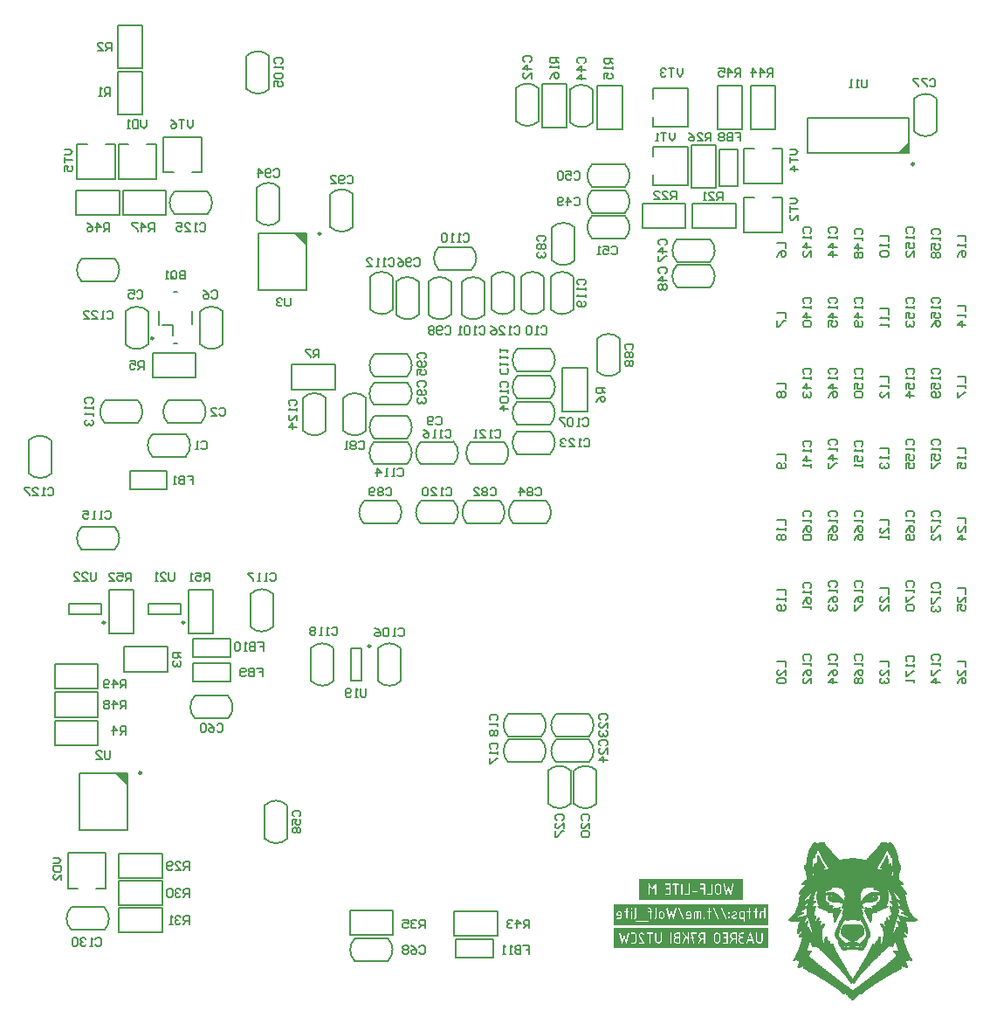
<source format=gbo>
G04*
G04 #@! TF.GenerationSoftware,Altium Limited,Altium Designer,23.2.1 (34)*
G04*
G04 Layer_Color=32896*
%FSLAX42Y42*%
%MOMM*%
G71*
G04*
G04 #@! TF.SameCoordinates,D42B7736-0A14-4BE5-A4A9-6633498721EE*
G04*
G04*
G04 #@! TF.FilePolarity,Positive*
G04*
G01*
G75*
%ADD10C,0.20*%
%ADD11C,0.25*%
%ADD18C,0.15*%
%ADD141C,0.03*%
G36*
X1405Y2458D02*
X1295D01*
X1405Y2348D01*
Y2458D01*
D02*
G37*
G36*
X3142Y7682D02*
X3033D01*
X3142Y7572D01*
Y7682D01*
D02*
G37*
G36*
X8989Y8472D02*
Y8582D01*
X8879Y8472D01*
X8989D01*
D02*
G37*
G36*
X7375Y1235D02*
X6375D01*
Y1435D01*
X7375D01*
Y1235D01*
D02*
G37*
G36*
X7625Y985D02*
X6125D01*
Y1185D01*
X7625D01*
Y985D01*
D02*
G37*
G36*
Y762D02*
X6125D01*
Y962D01*
X7625D01*
Y762D01*
D02*
G37*
%LPC*%
G36*
X6533Y1388D02*
X6532D01*
X6531Y1387D01*
X6531Y1387D01*
X6530Y1387D01*
X6529Y1386D01*
X6528Y1385D01*
X6501Y1345D01*
X6474Y1385D01*
Y1386D01*
X6474Y1386D01*
X6473Y1387D01*
X6472Y1387D01*
X6471Y1388D01*
X6470Y1388D01*
X6469D01*
X6468Y1388D01*
X6467Y1387D01*
X6466Y1387D01*
X6465Y1386D01*
X6465Y1384D01*
X6464Y1382D01*
Y1287D01*
X6465Y1286D01*
X6465Y1285D01*
X6466Y1284D01*
X6467Y1283D01*
X6468Y1283D01*
X6470Y1283D01*
X6471D01*
X6472Y1283D01*
X6472Y1283D01*
X6473Y1284D01*
X6474Y1285D01*
X6475Y1286D01*
X6475Y1288D01*
Y1365D01*
X6497Y1333D01*
X6497Y1333D01*
X6497Y1332D01*
X6498Y1332D01*
X6499Y1330D01*
X6500Y1330D01*
X6501Y1330D01*
X6502D01*
X6502Y1330D01*
X6503Y1330D01*
X6504Y1331D01*
X6505Y1331D01*
X6506Y1332D01*
X6506Y1333D01*
X6528Y1365D01*
Y1288D01*
Y1288D01*
Y1287D01*
X6528Y1286D01*
X6528Y1285D01*
X6529Y1284D01*
X6530Y1283D01*
X6531Y1283D01*
X6533Y1283D01*
X6534D01*
X6535Y1283D01*
X6536Y1283D01*
X6537Y1284D01*
X6537Y1285D01*
X6538Y1286D01*
X6538Y1288D01*
Y1383D01*
X6538Y1384D01*
X6537Y1385D01*
X6537Y1386D01*
X6536Y1387D01*
X6535Y1388D01*
X6533Y1388D01*
D02*
G37*
G36*
X6933Y1320D02*
X6890D01*
X6889Y1319D01*
X6888Y1319D01*
X6887Y1318D01*
X6886Y1317D01*
X6886Y1316D01*
X6886Y1314D01*
Y1313D01*
X6886Y1312D01*
X6886Y1312D01*
X6887Y1311D01*
X6888Y1310D01*
X6889Y1309D01*
X6891Y1309D01*
X6934D01*
X6935Y1309D01*
X6936Y1310D01*
X6937Y1310D01*
X6938Y1311D01*
X6938Y1312D01*
X6939Y1314D01*
Y1315D01*
X6938Y1316D01*
X6938Y1317D01*
X6937Y1318D01*
X6936Y1319D01*
X6935Y1319D01*
X6933Y1320D01*
D02*
G37*
G36*
X7281Y1388D02*
X7280D01*
X7279Y1388D01*
X7278Y1387D01*
X7277Y1387D01*
X7276Y1386D01*
X7276Y1385D01*
X7275Y1384D01*
X7258Y1307D01*
X7244Y1352D01*
Y1352D01*
X7243Y1353D01*
X7243Y1353D01*
X7242Y1354D01*
X7242Y1355D01*
X7241Y1355D01*
X7240Y1356D01*
X7238Y1356D01*
X7238D01*
X7237Y1356D01*
X7236Y1356D01*
X7236Y1355D01*
X7235Y1354D01*
X7234Y1353D01*
X7233Y1352D01*
X7218Y1308D01*
X7201Y1384D01*
Y1384D01*
X7201Y1384D01*
X7201Y1385D01*
X7201Y1386D01*
X7200Y1387D01*
X7199Y1387D01*
X7198Y1388D01*
X7196Y1388D01*
X7196D01*
X7195Y1388D01*
X7194Y1387D01*
X7193Y1387D01*
X7192Y1386D01*
X7191Y1384D01*
X7191Y1382D01*
Y1382D01*
X7191Y1381D01*
X7212Y1287D01*
Y1287D01*
X7212Y1286D01*
X7213Y1286D01*
X7213Y1285D01*
X7214Y1284D01*
X7215Y1283D01*
X7216Y1283D01*
X7217Y1283D01*
X7218D01*
X7219Y1283D01*
X7219Y1283D01*
X7220Y1284D01*
X7221Y1285D01*
X7222Y1286D01*
X7223Y1287D01*
X7238Y1334D01*
X7254Y1287D01*
Y1287D01*
X7255Y1286D01*
X7255Y1286D01*
X7256Y1285D01*
X7256Y1284D01*
X7257Y1283D01*
X7258Y1283D01*
X7260Y1283D01*
X7260D01*
X7261Y1283D01*
X7262Y1283D01*
X7263Y1284D01*
X7263Y1285D01*
X7264Y1286D01*
X7265Y1287D01*
X7286Y1381D01*
Y1382D01*
Y1382D01*
X7286Y1382D01*
Y1383D01*
X7286Y1384D01*
X7285Y1385D01*
X7285Y1386D01*
X7284Y1387D01*
X7282Y1388D01*
X7281Y1388D01*
D02*
G37*
G36*
X7138Y1388D02*
X7137D01*
X7136Y1388D01*
X7135D01*
X7134Y1387D01*
X7131Y1387D01*
X7127Y1386D01*
X7123Y1384D01*
X7122Y1383D01*
X7120Y1382D01*
X7118Y1380D01*
X7116Y1379D01*
X7116Y1379D01*
X7116Y1378D01*
X7115Y1378D01*
X7115Y1377D01*
X7114Y1376D01*
X7113Y1375D01*
X7111Y1372D01*
X7110Y1369D01*
X7108Y1365D01*
X7107Y1361D01*
X7107Y1359D01*
X7107Y1356D01*
Y1313D01*
X7107Y1312D01*
Y1311D01*
X7107Y1310D01*
X7108Y1307D01*
X7109Y1303D01*
X7111Y1299D01*
X7112Y1297D01*
X7113Y1296D01*
X7114Y1294D01*
X7116Y1292D01*
X7116Y1292D01*
X7116Y1292D01*
X7117Y1291D01*
X7118Y1290D01*
X7119Y1290D01*
X7120Y1289D01*
X7122Y1287D01*
X7126Y1286D01*
X7129Y1284D01*
X7134Y1283D01*
X7136Y1283D01*
X7138Y1283D01*
X7140D01*
X7141Y1283D01*
X7142Y1283D01*
X7143Y1283D01*
X7146Y1284D01*
X7150Y1285D01*
X7153Y1287D01*
X7155Y1288D01*
X7157Y1289D01*
X7159Y1290D01*
X7161Y1292D01*
X7161Y1292D01*
X7161Y1292D01*
X7162Y1293D01*
X7162Y1294D01*
X7164Y1296D01*
X7165Y1298D01*
X7167Y1301D01*
X7168Y1305D01*
X7170Y1310D01*
X7170Y1312D01*
X7170Y1314D01*
Y1358D01*
X7170Y1359D01*
X7170Y1360D01*
X7169Y1361D01*
X7169Y1364D01*
X7168Y1368D01*
X7166Y1371D01*
X7165Y1373D01*
X7164Y1375D01*
X7163Y1377D01*
X7161Y1379D01*
X7161Y1379D01*
X7161Y1379D01*
X7160Y1380D01*
X7159Y1380D01*
X7158Y1381D01*
X7157Y1382D01*
X7155Y1383D01*
X7151Y1385D01*
X7148Y1387D01*
X7143Y1388D01*
X7141Y1388D01*
X7138Y1388D01*
D02*
G37*
G36*
X7081Y1388D02*
X7080D01*
X7079Y1388D01*
X7078Y1387D01*
X7077Y1387D01*
X7076Y1386D01*
X7075Y1384D01*
X7075Y1382D01*
Y1293D01*
X7038D01*
X7037Y1293D01*
X7036Y1292D01*
X7035Y1292D01*
X7034Y1291D01*
X7033Y1290D01*
X7033Y1288D01*
Y1287D01*
X7033Y1286D01*
X7034Y1285D01*
X7034Y1284D01*
X7035Y1283D01*
X7037Y1283D01*
X7039Y1283D01*
X7081D01*
X7082Y1283D01*
X7083Y1283D01*
X7084Y1284D01*
X7085Y1285D01*
X7086Y1286D01*
X7086Y1288D01*
Y1383D01*
X7085Y1384D01*
X7085Y1385D01*
X7084Y1386D01*
X7083Y1387D01*
X7082Y1388D01*
X7081Y1388D01*
D02*
G37*
G36*
X7007Y1388D02*
X6964D01*
X6963Y1388D01*
X6962Y1387D01*
X6961Y1387D01*
X6960Y1386D01*
X6960Y1385D01*
X6959Y1383D01*
Y1382D01*
X6960Y1381D01*
X6960Y1380D01*
X6961Y1379D01*
X6962Y1378D01*
X6963Y1378D01*
X6965Y1377D01*
X7001D01*
Y1346D01*
X6964D01*
X6963Y1346D01*
X6962Y1345D01*
X6961Y1345D01*
X6960Y1344D01*
X6960Y1342D01*
X6959Y1340D01*
Y1340D01*
X6960Y1339D01*
X6960Y1338D01*
X6961Y1337D01*
X6962Y1336D01*
X6963Y1335D01*
X6965Y1335D01*
X7001D01*
Y1288D01*
Y1288D01*
Y1287D01*
X7002Y1286D01*
X7002Y1285D01*
X7003Y1284D01*
X7004Y1283D01*
X7005Y1283D01*
X7007Y1283D01*
X7008D01*
X7009Y1283D01*
X7009Y1283D01*
X7010Y1284D01*
X7011Y1285D01*
X7012Y1286D01*
X7012Y1288D01*
Y1384D01*
X7012Y1384D01*
X7011Y1385D01*
X7011Y1386D01*
X7010Y1387D01*
X7009Y1388D01*
X7007Y1388D01*
D02*
G37*
G36*
X6859Y1388D02*
X6859D01*
X6858Y1388D01*
X6857Y1387D01*
X6856Y1387D01*
X6855Y1386D01*
X6854Y1384D01*
X6854Y1382D01*
Y1293D01*
X6816D01*
X6816Y1293D01*
X6815Y1292D01*
X6814Y1292D01*
X6813Y1291D01*
X6812Y1290D01*
X6812Y1288D01*
Y1287D01*
X6812Y1286D01*
X6813Y1285D01*
X6813Y1284D01*
X6814Y1283D01*
X6816Y1283D01*
X6817Y1283D01*
X6860D01*
X6861Y1283D01*
X6862Y1283D01*
X6863Y1284D01*
X6864Y1285D01*
X6864Y1286D01*
X6865Y1288D01*
Y1383D01*
X6864Y1384D01*
X6864Y1385D01*
X6863Y1386D01*
X6862Y1387D01*
X6861Y1388D01*
X6859Y1388D01*
D02*
G37*
G36*
X6786D02*
X6785D01*
X6784Y1388D01*
X6783Y1387D01*
X6782Y1387D01*
X6781Y1386D01*
X6781Y1384D01*
X6780Y1382D01*
Y1287D01*
X6781Y1286D01*
X6781Y1285D01*
X6782Y1284D01*
X6783Y1283D01*
X6784Y1283D01*
X6786Y1283D01*
X6786D01*
X6787Y1283D01*
X6788Y1283D01*
X6789Y1284D01*
X6790Y1285D01*
X6791Y1286D01*
X6791Y1288D01*
Y1383D01*
X6791Y1384D01*
X6790Y1385D01*
X6790Y1386D01*
X6789Y1387D01*
X6787Y1388D01*
X6786Y1388D01*
D02*
G37*
G36*
X6754Y1388D02*
X6701D01*
X6700Y1388D01*
X6699Y1387D01*
X6698Y1387D01*
X6697Y1386D01*
X6696Y1385D01*
X6696Y1383D01*
Y1382D01*
X6696Y1381D01*
X6697Y1380D01*
X6697Y1379D01*
X6698Y1378D01*
X6700Y1378D01*
X6701Y1377D01*
X6722D01*
Y1288D01*
Y1288D01*
Y1287D01*
X6723Y1286D01*
X6723Y1285D01*
X6724Y1284D01*
X6725Y1283D01*
X6726Y1283D01*
X6728Y1283D01*
X6729D01*
X6729Y1283D01*
X6730Y1283D01*
X6731Y1284D01*
X6732Y1285D01*
X6733Y1286D01*
X6733Y1288D01*
Y1377D01*
X6755D01*
X6756Y1378D01*
X6757Y1378D01*
X6758Y1379D01*
X6759Y1380D01*
X6759Y1381D01*
X6759Y1383D01*
Y1384D01*
X6759Y1384D01*
X6759Y1385D01*
X6758Y1386D01*
X6757Y1387D01*
X6756Y1388D01*
X6754Y1388D01*
D02*
G37*
G36*
X6670D02*
X6627D01*
X6626Y1388D01*
X6625Y1387D01*
X6624Y1387D01*
X6623Y1386D01*
X6623Y1385D01*
X6622Y1383D01*
Y1382D01*
X6623Y1381D01*
X6623Y1380D01*
X6624Y1379D01*
X6625Y1378D01*
X6626Y1378D01*
X6628Y1377D01*
X6664D01*
Y1346D01*
X6637D01*
X6637Y1346D01*
X6636Y1345D01*
X6635Y1345D01*
X6634Y1344D01*
X6633Y1342D01*
X6633Y1340D01*
Y1340D01*
Y1340D01*
X6633Y1339D01*
X6634Y1338D01*
X6634Y1337D01*
X6635Y1336D01*
X6637Y1335D01*
X6638Y1335D01*
X6664D01*
Y1293D01*
X6627D01*
X6626Y1293D01*
X6625Y1292D01*
X6624Y1292D01*
X6623Y1291D01*
X6623Y1290D01*
X6622Y1288D01*
Y1287D01*
X6623Y1286D01*
X6623Y1285D01*
X6624Y1284D01*
X6625Y1283D01*
X6626Y1283D01*
X6628Y1283D01*
X6671D01*
X6672Y1283D01*
X6672Y1283D01*
X6673Y1284D01*
X6674Y1285D01*
X6675Y1286D01*
X6675Y1288D01*
Y1384D01*
X6675Y1384D01*
X6674Y1385D01*
X6674Y1386D01*
X6673Y1387D01*
X6672Y1388D01*
X6670Y1388D01*
D02*
G37*
%LPD*%
G36*
X7142Y1377D02*
X7144Y1377D01*
X7146Y1376D01*
X7148Y1375D01*
X7151Y1373D01*
X7153Y1371D01*
X7154Y1371D01*
X7154Y1370D01*
X7155Y1369D01*
X7156Y1367D01*
X7158Y1365D01*
X7158Y1362D01*
X7159Y1360D01*
X7159Y1356D01*
Y1314D01*
Y1314D01*
Y1314D01*
X7159Y1313D01*
X7159Y1311D01*
X7159Y1309D01*
X7158Y1307D01*
X7157Y1304D01*
X7156Y1302D01*
X7153Y1299D01*
X7153Y1299D01*
X7152Y1298D01*
X7151Y1297D01*
X7149Y1296D01*
X7147Y1295D01*
X7145Y1294D01*
X7142Y1293D01*
X7138Y1293D01*
X7138D01*
X7137Y1293D01*
X7135Y1294D01*
X7133Y1294D01*
X7131Y1295D01*
X7128Y1296D01*
X7126Y1297D01*
X7123Y1299D01*
X7123Y1300D01*
X7123Y1300D01*
X7122Y1302D01*
X7120Y1303D01*
X7119Y1305D01*
X7118Y1308D01*
X7118Y1311D01*
X7117Y1314D01*
Y1356D01*
Y1357D01*
Y1357D01*
Y1358D01*
X7118Y1360D01*
X7118Y1362D01*
X7119Y1364D01*
X7120Y1366D01*
X7121Y1369D01*
X7123Y1371D01*
X7124Y1372D01*
X7125Y1372D01*
X7126Y1373D01*
X7128Y1375D01*
X7130Y1376D01*
X7132Y1377D01*
X7135Y1377D01*
X7138Y1377D01*
X7140D01*
X7142Y1377D01*
D02*
G37*
%LPC*%
G36*
X6296Y1154D02*
X6295D01*
X6294Y1153D01*
X6293Y1153D01*
X6292Y1152D01*
X6291Y1151D01*
X6291Y1150D01*
X6291Y1148D01*
Y1142D01*
X6291Y1141D01*
X6291Y1141D01*
X6292Y1139D01*
X6293Y1139D01*
X6294Y1138D01*
X6296Y1138D01*
X6297D01*
X6298Y1138D01*
X6299Y1138D01*
X6300Y1139D01*
X6301Y1140D01*
X6301Y1141D01*
X6301Y1143D01*
Y1149D01*
X6301Y1150D01*
X6301Y1151D01*
X6300Y1152D01*
X6299Y1153D01*
X6298Y1153D01*
X6296Y1154D01*
D02*
G37*
G36*
X7244Y1112D02*
X7243D01*
X7242Y1111D01*
X7241Y1111D01*
X7240Y1110D01*
X7239Y1109D01*
X7238Y1108D01*
X7238Y1106D01*
Y1100D01*
X7238Y1099D01*
X7239Y1098D01*
X7239Y1097D01*
X7240Y1097D01*
X7242Y1096D01*
X7244Y1096D01*
X7244D01*
X7245Y1096D01*
X7246Y1096D01*
X7247Y1097D01*
X7248Y1098D01*
X7249Y1099D01*
X7249Y1101D01*
Y1107D01*
X7248Y1108D01*
X7248Y1109D01*
X7247Y1110D01*
X7247Y1111D01*
X7245Y1111D01*
X7244Y1112D01*
D02*
G37*
G36*
X6728Y1154D02*
X6727D01*
X6726Y1153D01*
X6725Y1153D01*
X6724Y1153D01*
X6723Y1152D01*
X6723Y1151D01*
X6722Y1149D01*
X6705Y1073D01*
X6691Y1118D01*
Y1118D01*
X6690Y1118D01*
X6690Y1119D01*
X6689Y1120D01*
X6689Y1121D01*
X6688Y1121D01*
X6687Y1122D01*
X6685Y1122D01*
X6685D01*
X6684Y1122D01*
X6683Y1121D01*
X6683Y1121D01*
X6682Y1120D01*
X6681Y1119D01*
X6680Y1118D01*
X6665Y1073D01*
X6648Y1149D01*
Y1150D01*
X6648Y1150D01*
X6648Y1151D01*
X6648Y1152D01*
X6647Y1152D01*
X6646Y1153D01*
X6645Y1153D01*
X6643Y1154D01*
X6643D01*
X6642Y1153D01*
X6641Y1153D01*
X6640Y1152D01*
X6639Y1151D01*
X6638Y1150D01*
X6638Y1148D01*
Y1148D01*
X6638Y1147D01*
X6659Y1053D01*
Y1053D01*
X6659Y1052D01*
X6660Y1051D01*
X6660Y1051D01*
X6661Y1050D01*
X6662Y1049D01*
X6663Y1049D01*
X6664Y1048D01*
X6665D01*
X6666Y1049D01*
X6666Y1049D01*
X6667Y1050D01*
X6668Y1050D01*
X6669Y1051D01*
X6670Y1053D01*
X6685Y1100D01*
X6701Y1053D01*
Y1053D01*
X6702Y1052D01*
X6702Y1051D01*
X6703Y1051D01*
X6703Y1050D01*
X6704Y1049D01*
X6705Y1049D01*
X6707Y1048D01*
X6707D01*
X6708Y1049D01*
X6709Y1049D01*
X6710Y1050D01*
X6710Y1050D01*
X6711Y1051D01*
X6712Y1053D01*
X6733Y1147D01*
Y1147D01*
Y1148D01*
X6733Y1148D01*
Y1149D01*
X6733Y1150D01*
X6732Y1151D01*
X6732Y1152D01*
X6731Y1153D01*
X6729Y1153D01*
X6728Y1154D01*
D02*
G37*
G36*
X7244Y1069D02*
X7243D01*
X7242Y1069D01*
X7241Y1069D01*
X7240Y1068D01*
X7239Y1067D01*
X7238Y1066D01*
X7238Y1064D01*
Y1058D01*
X7238Y1057D01*
X7239Y1056D01*
X7239Y1055D01*
X7240Y1054D01*
X7242Y1054D01*
X7244Y1054D01*
X7244D01*
X7245Y1054D01*
X7246Y1054D01*
X7247Y1055D01*
X7248Y1056D01*
X7249Y1057D01*
X7249Y1059D01*
Y1065D01*
X7248Y1066D01*
X7248Y1067D01*
X7247Y1068D01*
X7247Y1069D01*
X7245Y1069D01*
X7244Y1069D01*
D02*
G37*
G36*
X7591Y1154D02*
X7590D01*
X7589Y1153D01*
X7588Y1153D01*
X7587Y1152D01*
X7586Y1151D01*
X7586Y1150D01*
X7586Y1148D01*
Y1122D01*
X7563D01*
X7562Y1122D01*
X7559Y1121D01*
X7557Y1121D01*
X7555Y1120D01*
X7552Y1118D01*
X7550Y1116D01*
X7550Y1116D01*
X7549Y1115D01*
X7548Y1114D01*
X7547Y1112D01*
X7546Y1110D01*
X7544Y1107D01*
X7544Y1105D01*
X7544Y1101D01*
Y1053D01*
X7544Y1052D01*
X7544Y1051D01*
X7545Y1050D01*
X7546Y1049D01*
X7547Y1049D01*
X7549Y1048D01*
X7550D01*
X7551Y1049D01*
X7552Y1049D01*
X7552Y1050D01*
X7553Y1051D01*
X7554Y1052D01*
X7554Y1054D01*
Y1101D01*
Y1101D01*
Y1102D01*
X7554Y1103D01*
X7554Y1104D01*
X7555Y1105D01*
X7555Y1106D01*
X7556Y1107D01*
X7557Y1108D01*
X7557Y1109D01*
X7558Y1109D01*
X7558Y1109D01*
X7559Y1110D01*
X7560Y1111D01*
X7562Y1111D01*
X7563Y1111D01*
X7565Y1112D01*
X7586D01*
Y1054D01*
Y1053D01*
Y1053D01*
X7586Y1052D01*
X7586Y1051D01*
X7587Y1050D01*
X7588Y1049D01*
X7589Y1049D01*
X7591Y1048D01*
X7592D01*
X7593Y1049D01*
X7594Y1049D01*
X7594Y1050D01*
X7595Y1051D01*
X7596Y1052D01*
X7596Y1054D01*
Y1149D01*
X7596Y1150D01*
X7595Y1151D01*
X7595Y1152D01*
X7594Y1153D01*
X7593Y1153D01*
X7591Y1154D01*
D02*
G37*
G36*
X7507D02*
X7506D01*
X7505Y1153D01*
X7504Y1153D01*
X7503Y1152D01*
X7502Y1151D01*
X7502Y1150D01*
X7501Y1148D01*
Y1122D01*
X7485D01*
X7484Y1122D01*
X7483Y1121D01*
X7482Y1121D01*
X7481Y1120D01*
X7481Y1119D01*
X7480Y1117D01*
Y1116D01*
X7481Y1115D01*
X7481Y1114D01*
X7482Y1113D01*
X7483Y1112D01*
X7484Y1112D01*
X7486Y1112D01*
X7501D01*
Y1054D01*
Y1053D01*
Y1053D01*
X7502Y1052D01*
X7502Y1051D01*
X7503Y1050D01*
X7504Y1049D01*
X7505Y1049D01*
X7507Y1048D01*
X7507D01*
X7508Y1049D01*
X7509Y1049D01*
X7510Y1050D01*
X7511Y1051D01*
X7512Y1052D01*
X7512Y1054D01*
Y1112D01*
X7518D01*
X7519Y1112D01*
X7520Y1112D01*
X7521Y1113D01*
X7522Y1114D01*
X7522Y1115D01*
X7522Y1117D01*
Y1118D01*
X7522Y1118D01*
X7522Y1120D01*
X7521Y1121D01*
X7520Y1121D01*
X7519Y1122D01*
X7517Y1122D01*
X7512D01*
Y1148D01*
Y1148D01*
Y1149D01*
X7512Y1150D01*
X7511Y1151D01*
X7511Y1152D01*
X7510Y1153D01*
X7508Y1153D01*
X7507Y1154D01*
D02*
G37*
G36*
X7444D02*
X7443D01*
X7442Y1153D01*
X7441Y1153D01*
X7440Y1152D01*
X7439Y1151D01*
X7438Y1150D01*
X7438Y1148D01*
Y1122D01*
X7422D01*
X7421Y1122D01*
X7420Y1121D01*
X7419Y1121D01*
X7418Y1120D01*
X7417Y1119D01*
X7417Y1117D01*
Y1116D01*
X7417Y1115D01*
X7418Y1114D01*
X7419Y1113D01*
X7419Y1112D01*
X7421Y1112D01*
X7422Y1112D01*
X7438D01*
Y1054D01*
Y1053D01*
Y1053D01*
X7438Y1052D01*
X7439Y1051D01*
X7439Y1050D01*
X7440Y1049D01*
X7442Y1049D01*
X7444Y1048D01*
X7444D01*
X7445Y1049D01*
X7446Y1049D01*
X7447Y1050D01*
X7448Y1051D01*
X7449Y1052D01*
X7449Y1054D01*
Y1112D01*
X7455D01*
X7456Y1112D01*
X7457Y1112D01*
X7458Y1113D01*
X7459Y1114D01*
X7459Y1115D01*
X7459Y1117D01*
Y1118D01*
X7459Y1118D01*
X7459Y1120D01*
X7458Y1121D01*
X7457Y1121D01*
X7456Y1122D01*
X7454Y1122D01*
X7449D01*
Y1148D01*
Y1148D01*
Y1149D01*
X7448Y1150D01*
X7448Y1151D01*
X7447Y1152D01*
X7447Y1153D01*
X7445Y1153D01*
X7444Y1154D01*
D02*
G37*
G36*
X7299Y1122D02*
X7297D01*
X7296Y1122D01*
X7295Y1122D01*
X7292Y1121D01*
X7289Y1121D01*
X7285Y1120D01*
X7282Y1118D01*
X7278Y1116D01*
X7278D01*
X7278Y1116D01*
X7277Y1115D01*
X7276Y1113D01*
X7275Y1113D01*
X7275Y1112D01*
Y1111D01*
X7275Y1110D01*
X7276Y1109D01*
X7277Y1108D01*
X7277Y1108D01*
X7278Y1107D01*
X7279Y1107D01*
X7280Y1106D01*
X7281D01*
X7282Y1107D01*
X7283Y1107D01*
X7283Y1107D01*
X7284Y1108D01*
X7286Y1108D01*
X7288Y1109D01*
X7290Y1110D01*
X7293Y1111D01*
X7296Y1111D01*
X7299Y1112D01*
X7300D01*
X7301Y1111D01*
X7303Y1111D01*
X7305Y1111D01*
X7308Y1110D01*
X7310Y1108D01*
X7311Y1107D01*
X7312Y1106D01*
X7312Y1105D01*
X7312Y1104D01*
Y1103D01*
Y1103D01*
X7312Y1102D01*
X7312Y1101D01*
X7311Y1100D01*
X7310Y1099D01*
X7309Y1098D01*
X7308Y1097D01*
X7280Y1083D01*
X7280D01*
X7280Y1083D01*
X7279Y1083D01*
X7279Y1083D01*
X7277Y1081D01*
X7275Y1080D01*
X7273Y1077D01*
X7272Y1074D01*
X7271Y1073D01*
X7270Y1071D01*
X7270Y1069D01*
X7270Y1067D01*
Y1066D01*
X7270Y1065D01*
X7270Y1063D01*
X7271Y1061D01*
X7272Y1059D01*
X7273Y1057D01*
X7275Y1054D01*
X7277Y1052D01*
X7278Y1052D01*
X7279Y1052D01*
X7280Y1051D01*
X7282Y1051D01*
X7284Y1050D01*
X7287Y1049D01*
X7290Y1049D01*
X7294Y1048D01*
X7296D01*
X7297Y1049D01*
X7298D01*
X7299Y1049D01*
X7303Y1049D01*
X7307Y1050D01*
X7311Y1051D01*
X7316Y1052D01*
X7320Y1054D01*
X7320D01*
X7320Y1055D01*
X7321Y1056D01*
X7322Y1057D01*
X7322Y1058D01*
X7323Y1059D01*
Y1059D01*
X7322Y1060D01*
X7322Y1061D01*
X7321Y1063D01*
X7321Y1063D01*
X7320Y1063D01*
X7319Y1064D01*
X7317Y1064D01*
X7317D01*
X7316Y1064D01*
X7315Y1064D01*
X7315D01*
X7315Y1064D01*
X7314Y1063D01*
X7313Y1063D01*
X7312Y1063D01*
X7311Y1062D01*
X7309Y1062D01*
X7308Y1061D01*
X7307D01*
X7307Y1061D01*
X7305Y1060D01*
X7303Y1060D01*
X7301Y1060D01*
X7299Y1059D01*
X7294Y1059D01*
X7293D01*
X7292Y1059D01*
X7290Y1059D01*
X7287Y1060D01*
X7285Y1061D01*
X7282Y1062D01*
X7282Y1063D01*
X7281Y1064D01*
X7281Y1066D01*
X7280Y1067D01*
Y1067D01*
Y1068D01*
X7281Y1068D01*
X7281Y1070D01*
X7282Y1071D01*
X7282Y1072D01*
X7283Y1073D01*
X7285Y1074D01*
X7312Y1087D01*
X7312D01*
X7312Y1087D01*
X7313Y1088D01*
X7314Y1088D01*
X7315Y1089D01*
X7317Y1091D01*
X7319Y1093D01*
X7321Y1096D01*
X7322Y1098D01*
X7322Y1100D01*
X7322Y1102D01*
X7323Y1104D01*
Y1104D01*
X7322Y1105D01*
X7322Y1107D01*
X7322Y1109D01*
X7321Y1111D01*
X7319Y1113D01*
X7318Y1116D01*
X7315Y1118D01*
X7315Y1118D01*
X7314Y1118D01*
X7312Y1119D01*
X7311Y1120D01*
X7308Y1121D01*
X7305Y1121D01*
X7302Y1122D01*
X7299Y1122D01*
D02*
G37*
G36*
X7170Y1154D02*
X7170D01*
X7169Y1153D01*
X7167Y1153D01*
X7166Y1152D01*
X7166Y1152D01*
X7165Y1151D01*
X7165Y1150D01*
X7165Y1148D01*
Y1148D01*
X7165Y1147D01*
X7165Y1146D01*
X7207Y1051D01*
Y1051D01*
X7207Y1051D01*
X7208Y1050D01*
X7210Y1049D01*
X7211Y1049D01*
X7212Y1048D01*
X7212D01*
X7213Y1049D01*
X7214Y1049D01*
X7216Y1050D01*
X7216Y1050D01*
X7216Y1051D01*
X7217Y1052D01*
X7217Y1054D01*
Y1054D01*
X7217Y1055D01*
X7217Y1056D01*
X7175Y1151D01*
Y1151D01*
X7174Y1151D01*
X7174Y1152D01*
X7172Y1153D01*
X7171Y1153D01*
X7170Y1154D01*
D02*
G37*
G36*
X7096D02*
X7096D01*
X7095Y1153D01*
X7094Y1153D01*
X7092Y1152D01*
X7092Y1152D01*
X7092Y1151D01*
X7091Y1150D01*
X7091Y1148D01*
Y1148D01*
X7091Y1147D01*
X7091Y1146D01*
X7133Y1051D01*
Y1051D01*
X7134Y1051D01*
X7135Y1050D01*
X7136Y1049D01*
X7137Y1049D01*
X7138Y1048D01*
X7139D01*
X7140Y1049D01*
X7141Y1049D01*
X7142Y1050D01*
X7142Y1050D01*
X7143Y1051D01*
X7143Y1052D01*
X7144Y1054D01*
Y1054D01*
X7143Y1055D01*
X7143Y1056D01*
X7101Y1151D01*
Y1151D01*
X7101Y1151D01*
X7100Y1152D01*
X7098Y1153D01*
X7097Y1153D01*
X7096Y1154D01*
D02*
G37*
G36*
X7054D02*
X7053D01*
X7052Y1153D01*
X7051Y1153D01*
X7050Y1152D01*
X7049Y1151D01*
X7049Y1150D01*
X7049Y1148D01*
Y1122D01*
X7032D01*
X7031Y1122D01*
X7030Y1121D01*
X7029Y1121D01*
X7028Y1120D01*
X7028Y1119D01*
X7028Y1117D01*
Y1116D01*
X7028Y1115D01*
X7028Y1114D01*
X7029Y1113D01*
X7030Y1112D01*
X7031Y1112D01*
X7033Y1112D01*
X7049D01*
Y1054D01*
Y1053D01*
Y1053D01*
X7049Y1052D01*
X7049Y1051D01*
X7050Y1050D01*
X7051Y1049D01*
X7052Y1049D01*
X7054Y1048D01*
X7055D01*
X7056Y1049D01*
X7057Y1049D01*
X7057Y1050D01*
X7058Y1051D01*
X7059Y1052D01*
X7059Y1054D01*
Y1112D01*
X7065D01*
X7066Y1112D01*
X7067Y1112D01*
X7068Y1113D01*
X7069Y1114D01*
X7070Y1115D01*
X7070Y1117D01*
Y1118D01*
X7069Y1118D01*
X7069Y1120D01*
X7068Y1121D01*
X7067Y1121D01*
X7066Y1122D01*
X7065Y1122D01*
X7059D01*
Y1148D01*
Y1148D01*
Y1149D01*
X7059Y1150D01*
X7058Y1151D01*
X7058Y1152D01*
X7057Y1153D01*
X7056Y1153D01*
X7054Y1154D01*
D02*
G37*
G36*
X7001Y1064D02*
X7000D01*
X7000Y1064D01*
X6999Y1063D01*
X6998Y1063D01*
X6997Y1062D01*
X6996Y1061D01*
X6996Y1059D01*
Y1053D01*
X6996Y1052D01*
X6997Y1051D01*
X6997Y1050D01*
X6998Y1049D01*
X7000Y1049D01*
X7001Y1048D01*
X7002D01*
X7003Y1049D01*
X7004Y1049D01*
X7005Y1050D01*
X7006Y1051D01*
X7006Y1052D01*
X7007Y1054D01*
Y1060D01*
X7006Y1061D01*
X7006Y1062D01*
X7005Y1063D01*
X7004Y1063D01*
X7003Y1064D01*
X7001Y1064D01*
D02*
G37*
G36*
X6970Y1122D02*
X6921D01*
X6919Y1122D01*
X6917Y1121D01*
X6915Y1121D01*
X6912Y1120D01*
X6910Y1118D01*
X6907Y1116D01*
X6907Y1116D01*
X6906Y1115D01*
X6905Y1114D01*
X6904Y1112D01*
X6903Y1110D01*
X6902Y1107D01*
X6901Y1104D01*
X6901Y1101D01*
Y1053D01*
X6901Y1052D01*
X6902Y1051D01*
X6902Y1050D01*
X6903Y1049D01*
X6905Y1049D01*
X6906Y1048D01*
X6907D01*
X6908Y1049D01*
X6909Y1049D01*
X6910Y1050D01*
X6911Y1051D01*
X6911Y1052D01*
X6912Y1054D01*
Y1101D01*
Y1101D01*
Y1102D01*
X6912Y1103D01*
X6912Y1104D01*
X6912Y1105D01*
X6913Y1106D01*
X6914Y1107D01*
X6915Y1108D01*
X6915Y1109D01*
X6915Y1109D01*
X6916Y1109D01*
X6917Y1110D01*
X6918Y1111D01*
X6919Y1111D01*
X6920Y1111D01*
X6922Y1112D01*
X6933D01*
Y1054D01*
Y1053D01*
Y1053D01*
X6933Y1052D01*
X6933Y1051D01*
X6934Y1050D01*
X6935Y1049D01*
X6936Y1049D01*
X6938Y1048D01*
X6939D01*
X6940Y1049D01*
X6941Y1049D01*
X6942Y1050D01*
X6942Y1051D01*
X6943Y1052D01*
X6943Y1054D01*
Y1112D01*
X6964D01*
Y1054D01*
Y1053D01*
Y1053D01*
X6965Y1052D01*
X6965Y1051D01*
X6966Y1050D01*
X6967Y1049D01*
X6968Y1049D01*
X6970Y1048D01*
X6970D01*
X6971Y1049D01*
X6972Y1049D01*
X6973Y1050D01*
X6974Y1051D01*
X6975Y1052D01*
X6975Y1054D01*
Y1118D01*
X6975Y1118D01*
X6974Y1120D01*
X6974Y1121D01*
X6973Y1121D01*
X6971Y1122D01*
X6970Y1122D01*
D02*
G37*
G36*
X6854D02*
X6853D01*
X6852Y1122D01*
X6850Y1122D01*
X6847Y1121D01*
X6844Y1120D01*
X6841Y1119D01*
X6838Y1117D01*
X6835Y1114D01*
X6835Y1114D01*
X6834Y1113D01*
X6833Y1111D01*
X6831Y1109D01*
X6830Y1106D01*
X6829Y1103D01*
X6828Y1100D01*
X6828Y1096D01*
Y1080D01*
X6870D01*
Y1069D01*
Y1069D01*
Y1069D01*
X6869Y1068D01*
X6869Y1067D01*
X6869Y1066D01*
X6868Y1064D01*
X6868Y1063D01*
X6867Y1062D01*
X6866Y1062D01*
X6866Y1062D01*
X6865Y1061D01*
X6865Y1061D01*
X6863Y1060D01*
X6862Y1060D01*
X6861Y1059D01*
X6859Y1059D01*
X6832D01*
X6831Y1059D01*
X6830Y1058D01*
X6829Y1058D01*
X6828Y1057D01*
X6828Y1056D01*
X6828Y1054D01*
Y1053D01*
X6828Y1052D01*
X6828Y1051D01*
X6829Y1050D01*
X6830Y1049D01*
X6831Y1049D01*
X6833Y1048D01*
X6860D01*
X6861Y1049D01*
X6862Y1049D01*
X6864Y1049D01*
X6867Y1050D01*
X6869Y1051D01*
X6872Y1052D01*
X6874Y1054D01*
X6874Y1055D01*
X6875Y1056D01*
X6876Y1057D01*
X6877Y1059D01*
X6878Y1061D01*
X6879Y1063D01*
X6880Y1066D01*
X6880Y1069D01*
Y1097D01*
X6880Y1098D01*
X6880Y1100D01*
X6879Y1102D01*
X6878Y1105D01*
X6877Y1108D01*
X6875Y1111D01*
X6872Y1114D01*
X6872Y1115D01*
X6871Y1116D01*
X6870Y1117D01*
X6867Y1118D01*
X6865Y1120D01*
X6861Y1121D01*
X6858Y1122D01*
X6854Y1122D01*
D02*
G37*
G36*
X6759Y1154D02*
X6759D01*
X6758Y1153D01*
X6757Y1153D01*
X6755Y1152D01*
X6755Y1152D01*
X6755Y1151D01*
X6754Y1150D01*
X6754Y1148D01*
Y1148D01*
X6754Y1147D01*
X6754Y1146D01*
X6796Y1051D01*
Y1051D01*
X6797Y1051D01*
X6798Y1050D01*
X6799Y1049D01*
X6800Y1049D01*
X6801Y1048D01*
X6802D01*
X6803Y1049D01*
X6804Y1049D01*
X6805Y1050D01*
X6805Y1050D01*
X6806Y1051D01*
X6806Y1052D01*
X6807Y1054D01*
Y1054D01*
X6806Y1055D01*
X6806Y1056D01*
X6764Y1151D01*
Y1151D01*
X6764Y1151D01*
X6763Y1152D01*
X6761Y1153D01*
X6760Y1153D01*
X6759Y1154D01*
D02*
G37*
G36*
X6591Y1122D02*
X6590D01*
X6589Y1122D01*
X6587Y1122D01*
X6584Y1121D01*
X6581Y1120D01*
X6578Y1119D01*
X6575Y1117D01*
X6572Y1114D01*
X6572Y1114D01*
X6571Y1113D01*
X6570Y1111D01*
X6568Y1109D01*
X6567Y1106D01*
X6566Y1103D01*
X6565Y1100D01*
X6564Y1096D01*
Y1074D01*
X6565Y1073D01*
X6565Y1071D01*
X6565Y1068D01*
X6566Y1065D01*
X6568Y1062D01*
X6570Y1059D01*
X6572Y1056D01*
X6573Y1056D01*
X6573Y1055D01*
X6575Y1054D01*
X6577Y1052D01*
X6580Y1051D01*
X6583Y1050D01*
X6587Y1049D01*
X6591Y1048D01*
X6592D01*
X6593Y1049D01*
X6595Y1049D01*
X6597Y1049D01*
X6600Y1050D01*
X6603Y1052D01*
X6606Y1053D01*
X6609Y1056D01*
X6610Y1056D01*
X6610Y1058D01*
X6612Y1059D01*
X6613Y1061D01*
X6615Y1064D01*
X6616Y1067D01*
X6617Y1071D01*
X6617Y1075D01*
Y1097D01*
X6617Y1098D01*
X6617Y1100D01*
X6616Y1102D01*
X6615Y1105D01*
X6614Y1108D01*
X6612Y1111D01*
X6609Y1114D01*
X6609Y1115D01*
X6608Y1116D01*
X6606Y1117D01*
X6604Y1118D01*
X6601Y1120D01*
X6598Y1121D01*
X6595Y1122D01*
X6591Y1122D01*
D02*
G37*
G36*
X6538Y1154D02*
X6537D01*
X6536Y1153D01*
X6535Y1153D01*
X6534Y1152D01*
X6533Y1151D01*
X6533Y1150D01*
X6533Y1148D01*
Y1064D01*
Y1064D01*
Y1063D01*
X6532Y1063D01*
X6532Y1062D01*
X6531Y1061D01*
X6530Y1060D01*
X6529Y1059D01*
X6528Y1059D01*
X6527D01*
X6527Y1059D01*
X6526Y1058D01*
X6525Y1058D01*
X6524Y1057D01*
X6523Y1056D01*
X6523Y1055D01*
X6522Y1054D01*
Y1053D01*
X6523Y1052D01*
X6523Y1051D01*
X6524Y1050D01*
X6525Y1049D01*
X6526Y1049D01*
X6528Y1048D01*
X6529D01*
X6530Y1049D01*
X6532Y1049D01*
X6533Y1049D01*
X6535Y1050D01*
X6537Y1051D01*
X6539Y1053D01*
X6539Y1053D01*
X6540Y1053D01*
X6540Y1054D01*
X6541Y1056D01*
X6542Y1057D01*
X6543Y1059D01*
X6543Y1062D01*
X6543Y1064D01*
Y1149D01*
X6543Y1150D01*
X6543Y1151D01*
X6542Y1152D01*
X6541Y1153D01*
X6540Y1153D01*
X6538Y1154D01*
D02*
G37*
G36*
X6470Y1154D02*
X6464D01*
X6463Y1154D01*
X6462Y1153D01*
X6461Y1153D01*
X6460Y1152D01*
X6459Y1150D01*
X6459Y1148D01*
Y1148D01*
X6459Y1147D01*
X6460Y1146D01*
X6461Y1145D01*
X6461Y1144D01*
X6463Y1143D01*
X6464Y1143D01*
X6471D01*
X6471Y1143D01*
X6472Y1143D01*
X6473Y1143D01*
X6475Y1142D01*
X6476Y1141D01*
X6477Y1140D01*
X6477Y1140D01*
X6478Y1140D01*
X6478Y1139D01*
X6479Y1138D01*
X6479Y1137D01*
X6480Y1136D01*
X6480Y1134D01*
X6480Y1133D01*
Y1122D01*
X6464D01*
X6463Y1122D01*
X6462Y1121D01*
X6461Y1121D01*
X6460Y1120D01*
X6459Y1119D01*
X6459Y1117D01*
Y1116D01*
X6459Y1115D01*
X6460Y1114D01*
X6461Y1113D01*
X6461Y1112D01*
X6463Y1112D01*
X6464Y1112D01*
X6480D01*
Y1054D01*
Y1053D01*
Y1053D01*
X6480Y1052D01*
X6481Y1051D01*
X6481Y1050D01*
X6482Y1049D01*
X6484Y1049D01*
X6486Y1048D01*
X6486D01*
X6487Y1049D01*
X6488Y1049D01*
X6489Y1050D01*
X6490Y1051D01*
X6491Y1052D01*
X6491Y1054D01*
Y1112D01*
X6497D01*
X6498Y1112D01*
X6499Y1112D01*
X6500Y1113D01*
X6501Y1114D01*
X6501Y1115D01*
X6501Y1117D01*
Y1118D01*
X6501Y1118D01*
X6501Y1120D01*
X6500Y1121D01*
X6499Y1121D01*
X6498Y1122D01*
X6496Y1122D01*
X6491D01*
Y1133D01*
Y1133D01*
Y1133D01*
X6491Y1134D01*
X6490Y1136D01*
X6490Y1138D01*
X6489Y1140D01*
X6488Y1143D01*
X6487Y1145D01*
X6485Y1148D01*
X6484Y1148D01*
X6483Y1148D01*
X6482Y1150D01*
X6481Y1151D01*
X6478Y1152D01*
X6476Y1153D01*
X6473Y1154D01*
X6470Y1154D01*
D02*
G37*
G36*
X6338Y1154D02*
X6337D01*
X6336Y1153D01*
X6335Y1153D01*
X6334Y1152D01*
X6333Y1151D01*
X6333Y1150D01*
X6333Y1148D01*
Y1064D01*
Y1064D01*
Y1063D01*
X6332Y1063D01*
X6332Y1062D01*
X6331Y1061D01*
X6331Y1060D01*
X6329Y1059D01*
X6328Y1059D01*
X6327D01*
X6327Y1059D01*
X6326Y1058D01*
X6325Y1058D01*
X6324Y1057D01*
X6323Y1056D01*
X6323Y1055D01*
X6322Y1054D01*
Y1053D01*
X6323Y1052D01*
X6323Y1051D01*
X6324Y1050D01*
X6325Y1049D01*
X6326Y1049D01*
X6328Y1048D01*
X6329D01*
X6330Y1049D01*
X6332Y1049D01*
X6333Y1049D01*
X6335Y1050D01*
X6337Y1051D01*
X6339Y1053D01*
X6339Y1053D01*
X6340Y1053D01*
X6340Y1054D01*
X6341Y1056D01*
X6342Y1057D01*
X6343Y1059D01*
X6343Y1062D01*
X6343Y1064D01*
Y1149D01*
X6343Y1150D01*
X6343Y1151D01*
X6342Y1152D01*
X6341Y1153D01*
X6340Y1153D01*
X6338Y1154D01*
D02*
G37*
G36*
X6296Y1122D02*
X6295D01*
X6294Y1122D01*
X6293Y1121D01*
X6292Y1121D01*
X6291Y1120D01*
X6291Y1118D01*
X6291Y1117D01*
Y1053D01*
X6291Y1052D01*
X6291Y1051D01*
X6292Y1050D01*
X6293Y1049D01*
X6294Y1049D01*
X6296Y1048D01*
X6297D01*
X6298Y1049D01*
X6299Y1049D01*
X6300Y1050D01*
X6301Y1051D01*
X6301Y1052D01*
X6301Y1054D01*
Y1118D01*
X6301Y1118D01*
X6301Y1119D01*
X6300Y1120D01*
X6299Y1121D01*
X6298Y1122D01*
X6296Y1122D01*
D02*
G37*
G36*
X6254Y1154D02*
X6253D01*
X6252Y1153D01*
X6251Y1153D01*
X6250Y1152D01*
X6249Y1151D01*
X6249Y1150D01*
X6248Y1148D01*
Y1122D01*
X6232D01*
X6231Y1122D01*
X6230Y1121D01*
X6229Y1121D01*
X6228Y1120D01*
X6228Y1119D01*
X6228Y1117D01*
Y1116D01*
X6228Y1115D01*
X6228Y1114D01*
X6229Y1113D01*
X6230Y1112D01*
X6231Y1112D01*
X6233Y1112D01*
X6248D01*
Y1054D01*
Y1053D01*
Y1053D01*
X6249Y1052D01*
X6249Y1051D01*
X6250Y1050D01*
X6251Y1049D01*
X6252Y1049D01*
X6254Y1048D01*
X6255D01*
X6256Y1049D01*
X6256Y1049D01*
X6257Y1050D01*
X6258Y1051D01*
X6259Y1052D01*
X6259Y1054D01*
Y1112D01*
X6265D01*
X6266Y1112D01*
X6267Y1112D01*
X6268Y1113D01*
X6269Y1114D01*
X6269Y1115D01*
X6270Y1117D01*
Y1118D01*
X6269Y1118D01*
X6269Y1120D01*
X6268Y1121D01*
X6267Y1121D01*
X6266Y1122D01*
X6264Y1122D01*
X6259D01*
Y1148D01*
Y1148D01*
Y1149D01*
X6259Y1150D01*
X6258Y1151D01*
X6258Y1152D01*
X6257Y1153D01*
X6256Y1153D01*
X6254Y1154D01*
D02*
G37*
G36*
X6180Y1122D02*
X6179D01*
X6178Y1122D01*
X6176Y1122D01*
X6174Y1121D01*
X6171Y1120D01*
X6168Y1119D01*
X6164Y1117D01*
X6161Y1114D01*
X6161Y1114D01*
X6160Y1113D01*
X6159Y1111D01*
X6158Y1109D01*
X6156Y1106D01*
X6155Y1103D01*
X6154Y1100D01*
X6154Y1096D01*
Y1080D01*
X6196D01*
Y1069D01*
Y1069D01*
Y1069D01*
X6196Y1068D01*
X6196Y1067D01*
X6195Y1066D01*
X6195Y1064D01*
X6194Y1063D01*
X6193Y1062D01*
X6193Y1062D01*
X6192Y1062D01*
X6192Y1061D01*
X6191Y1061D01*
X6190Y1060D01*
X6188Y1060D01*
X6187Y1059D01*
X6186Y1059D01*
X6158D01*
X6158Y1059D01*
X6156Y1058D01*
X6156Y1058D01*
X6155Y1057D01*
X6154Y1056D01*
X6154Y1054D01*
Y1053D01*
X6154Y1052D01*
X6155Y1051D01*
X6155Y1050D01*
X6156Y1049D01*
X6157Y1049D01*
X6159Y1048D01*
X6186D01*
X6187Y1049D01*
X6189Y1049D01*
X6191Y1049D01*
X6193Y1050D01*
X6196Y1051D01*
X6198Y1052D01*
X6200Y1054D01*
X6201Y1055D01*
X6201Y1056D01*
X6202Y1057D01*
X6203Y1059D01*
X6205Y1061D01*
X6206Y1063D01*
X6206Y1066D01*
X6206Y1069D01*
Y1097D01*
X6206Y1098D01*
X6206Y1100D01*
X6206Y1102D01*
X6205Y1105D01*
X6203Y1108D01*
X6201Y1111D01*
X6199Y1114D01*
X6198Y1115D01*
X6197Y1116D01*
X6196Y1117D01*
X6194Y1118D01*
X6191Y1120D01*
X6188Y1121D01*
X6184Y1122D01*
X6180Y1122D01*
D02*
G37*
G36*
X7391D02*
X7363D01*
X7362Y1122D01*
X7359Y1121D01*
X7357Y1121D01*
X7355Y1120D01*
X7352Y1118D01*
X7350Y1116D01*
X7349Y1116D01*
X7349Y1115D01*
X7348Y1114D01*
X7347Y1112D01*
X7345Y1110D01*
X7344Y1107D01*
X7344Y1104D01*
X7344Y1101D01*
Y1068D01*
X7344Y1066D01*
X7344Y1064D01*
X7345Y1062D01*
X7346Y1059D01*
X7348Y1057D01*
X7350Y1055D01*
X7350Y1054D01*
X7351Y1054D01*
X7352Y1053D01*
X7354Y1052D01*
X7356Y1050D01*
X7359Y1049D01*
X7362Y1049D01*
X7365Y1048D01*
X7386D01*
Y1022D01*
Y1022D01*
Y1021D01*
X7386Y1021D01*
X7386Y1020D01*
X7387Y1018D01*
X7388Y1018D01*
X7389Y1017D01*
X7391Y1017D01*
X7392D01*
X7393Y1017D01*
X7394Y1018D01*
X7394Y1018D01*
X7395Y1019D01*
X7396Y1020D01*
X7396Y1022D01*
Y1118D01*
X7396Y1118D01*
X7395Y1120D01*
X7395Y1121D01*
X7394Y1121D01*
X7393Y1122D01*
X7391Y1122D01*
D02*
G37*
G36*
X6459Y1027D02*
X6343D01*
X6342Y1027D01*
X6341Y1027D01*
X6340Y1026D01*
X6339Y1025D01*
X6338Y1024D01*
X6338Y1022D01*
Y1021D01*
X6338Y1021D01*
X6339Y1020D01*
X6340Y1018D01*
X6341Y1018D01*
X6342Y1017D01*
X6343Y1017D01*
X6460D01*
X6461Y1017D01*
X6462Y1018D01*
X6463Y1018D01*
X6463Y1019D01*
X6464Y1020D01*
X6464Y1022D01*
Y1023D01*
X6464Y1024D01*
X6464Y1025D01*
X6463Y1026D01*
X6462Y1027D01*
X6461Y1027D01*
X6459Y1027D01*
D02*
G37*
%LPD*%
G36*
X6856Y1111D02*
X6858Y1111D01*
X6860Y1110D01*
X6861Y1109D01*
X6863Y1108D01*
X6865Y1107D01*
X6865Y1107D01*
X6866Y1106D01*
X6867Y1105D01*
X6867Y1104D01*
X6868Y1102D01*
X6869Y1100D01*
X6869Y1098D01*
X6870Y1096D01*
Y1091D01*
X6838D01*
Y1096D01*
Y1096D01*
Y1097D01*
X6838Y1098D01*
X6839Y1100D01*
X6839Y1101D01*
X6840Y1103D01*
X6841Y1105D01*
X6843Y1107D01*
X6843Y1107D01*
X6843Y1108D01*
X6845Y1108D01*
X6846Y1109D01*
X6848Y1110D01*
X6849Y1111D01*
X6851Y1111D01*
X6854Y1111D01*
X6855D01*
X6856Y1111D01*
D02*
G37*
G36*
X6593Y1111D02*
X6595Y1111D01*
X6596Y1111D01*
X6598Y1110D01*
X6600Y1108D01*
X6602Y1107D01*
X6602Y1107D01*
X6603Y1106D01*
X6603Y1105D01*
X6604Y1104D01*
X6605Y1102D01*
X6606Y1100D01*
X6606Y1098D01*
X6606Y1096D01*
Y1075D01*
Y1074D01*
Y1074D01*
X6606Y1072D01*
X6606Y1071D01*
X6605Y1069D01*
X6605Y1067D01*
X6603Y1065D01*
X6602Y1063D01*
X6602Y1063D01*
X6601Y1063D01*
X6600Y1062D01*
X6599Y1061D01*
X6597Y1061D01*
X6595Y1060D01*
X6593Y1059D01*
X6591Y1059D01*
X6590D01*
X6588Y1059D01*
X6587Y1060D01*
X6585Y1060D01*
X6583Y1061D01*
X6581Y1062D01*
X6580Y1063D01*
X6579Y1064D01*
X6579Y1064D01*
X6578Y1065D01*
X6577Y1067D01*
X6576Y1068D01*
X6576Y1070D01*
X6575Y1072D01*
X6575Y1075D01*
Y1096D01*
Y1096D01*
Y1097D01*
X6575Y1098D01*
X6575Y1100D01*
X6576Y1101D01*
X6577Y1103D01*
X6578Y1105D01*
X6580Y1107D01*
X6580Y1107D01*
X6580Y1108D01*
X6581Y1108D01*
X6583Y1109D01*
X6584Y1110D01*
X6586Y1111D01*
X6588Y1111D01*
X6591Y1112D01*
X6592D01*
X6593Y1111D01*
D02*
G37*
G36*
X6183Y1111D02*
X6184Y1111D01*
X6186Y1110D01*
X6188Y1109D01*
X6190Y1108D01*
X6191Y1107D01*
X6192Y1107D01*
X6192Y1106D01*
X6193Y1105D01*
X6194Y1104D01*
X6194Y1102D01*
X6195Y1100D01*
X6196Y1098D01*
X6196Y1096D01*
Y1091D01*
X6164D01*
Y1096D01*
Y1096D01*
Y1097D01*
X6165Y1098D01*
X6165Y1100D01*
X6166Y1101D01*
X6166Y1103D01*
X6168Y1105D01*
X6169Y1107D01*
X6169Y1107D01*
X6170Y1108D01*
X6171Y1108D01*
X6172Y1109D01*
X6174Y1110D01*
X6176Y1111D01*
X6178Y1111D01*
X6180Y1111D01*
X6181D01*
X6183Y1111D01*
D02*
G37*
G36*
X7386Y1059D02*
X7364D01*
X7363Y1059D01*
X7362Y1059D01*
X7361Y1060D01*
X7360Y1060D01*
X7359Y1061D01*
X7357Y1062D01*
X7357Y1062D01*
X7357Y1063D01*
X7356Y1063D01*
X7356Y1064D01*
X7355Y1065D01*
X7355Y1066D01*
X7354Y1068D01*
X7354Y1069D01*
Y1101D01*
Y1101D01*
Y1102D01*
X7354Y1103D01*
X7354Y1104D01*
X7355Y1105D01*
X7355Y1106D01*
X7356Y1107D01*
X7357Y1108D01*
X7357Y1109D01*
X7358Y1109D01*
X7358Y1109D01*
X7359Y1110D01*
X7360Y1111D01*
X7362Y1111D01*
X7363Y1111D01*
X7365Y1112D01*
X7386D01*
Y1059D01*
D02*
G37*
%LPC*%
G36*
X6396Y915D02*
X6395D01*
X6394Y915D01*
X6392Y915D01*
X6389Y914D01*
X6387Y913D01*
X6383Y912D01*
X6380Y910D01*
X6377Y907D01*
X6377Y907D01*
X6376Y906D01*
X6375Y904D01*
X6373Y902D01*
X6372Y899D01*
X6371Y896D01*
X6370Y893D01*
X6369Y889D01*
Y887D01*
X6370Y886D01*
X6370Y884D01*
X6371Y882D01*
X6372Y879D01*
X6373Y876D01*
X6374Y874D01*
X6407Y820D01*
X6374D01*
X6373Y820D01*
X6372Y820D01*
X6371Y819D01*
X6370Y818D01*
X6370Y817D01*
X6369Y815D01*
Y814D01*
X6370Y813D01*
X6370Y812D01*
X6371Y811D01*
X6372Y811D01*
X6373Y810D01*
X6375Y810D01*
X6418D01*
X6419Y810D01*
X6419Y811D01*
X6421Y811D01*
X6421Y812D01*
X6422Y813D01*
X6422Y815D01*
Y815D01*
X6422Y816D01*
X6422Y817D01*
X6421Y818D01*
X6383Y880D01*
X6382Y880D01*
X6382Y881D01*
X6382Y882D01*
X6381Y883D01*
X6381Y884D01*
X6380Y886D01*
X6380Y887D01*
X6380Y889D01*
Y889D01*
Y890D01*
X6380Y891D01*
X6381Y893D01*
X6381Y894D01*
X6382Y896D01*
X6383Y898D01*
X6385Y900D01*
X6385Y900D01*
X6385Y901D01*
X6387Y901D01*
X6388Y902D01*
X6389Y903D01*
X6391Y904D01*
X6394Y904D01*
X6396Y905D01*
X6396D01*
X6397Y904D01*
X6399Y904D01*
X6401Y903D01*
X6403Y902D01*
X6404Y901D01*
X6405Y900D01*
X6407Y899D01*
X6408Y897D01*
X6409Y896D01*
X6411Y894D01*
X6412Y891D01*
Y891D01*
X6413Y891D01*
X6414Y890D01*
X6415Y889D01*
X6416Y889D01*
X6417Y889D01*
X6418D01*
X6419Y889D01*
X6419Y889D01*
X6421Y890D01*
X6421Y891D01*
X6422Y892D01*
X6422Y894D01*
Y895D01*
X6422Y895D01*
X6422Y896D01*
X6422Y896D01*
X6421Y897D01*
X6421Y898D01*
X6420Y899D01*
X6419Y901D01*
X6418Y902D01*
X6416Y904D01*
X6415Y906D01*
X6413Y907D01*
X6411Y909D01*
X6409Y911D01*
X6407Y912D01*
X6404Y914D01*
X6402Y914D01*
X6399Y915D01*
X6396Y915D01*
D02*
G37*
G36*
X6849Y915D02*
X6848D01*
X6847Y915D01*
X6846Y914D01*
X6845Y914D01*
X6844Y913D01*
X6844Y911D01*
X6843Y910D01*
Y865D01*
X6800Y913D01*
X6800Y914D01*
X6799Y914D01*
X6798Y915D01*
X6796Y915D01*
X6795D01*
X6794Y915D01*
X6793Y914D01*
X6792Y914D01*
X6791Y913D01*
X6791Y911D01*
X6791Y910D01*
Y909D01*
X6791Y909D01*
X6791Y907D01*
X6792Y906D01*
X6822Y873D01*
X6791Y818D01*
X6791Y817D01*
X6791Y817D01*
X6791Y816D01*
X6791Y815D01*
Y815D01*
X6791Y814D01*
X6791Y813D01*
X6792Y811D01*
X6793Y811D01*
X6794Y811D01*
X6795Y810D01*
X6796Y810D01*
X6797D01*
X6798Y810D01*
X6799Y811D01*
X6799Y811D01*
X6800Y812D01*
X6801Y813D01*
X6830Y865D01*
X6843Y850D01*
Y815D01*
Y815D01*
Y814D01*
X6844Y813D01*
X6844Y812D01*
X6845Y811D01*
X6846Y811D01*
X6847Y810D01*
X6849Y810D01*
X6849D01*
X6850Y810D01*
X6851Y811D01*
X6852Y811D01*
X6853Y812D01*
X6854Y813D01*
X6854Y815D01*
Y911D01*
X6854Y911D01*
X6853Y912D01*
X6853Y913D01*
X6852Y914D01*
X6850Y915D01*
X6849Y915D01*
D02*
G37*
G36*
X6270D02*
X6269D01*
X6268Y915D01*
X6267Y914D01*
X6266Y914D01*
X6265Y913D01*
X6265Y912D01*
X6264Y911D01*
X6247Y835D01*
X6233Y879D01*
Y879D01*
X6232Y880D01*
X6232Y880D01*
X6231Y881D01*
X6231Y882D01*
X6230Y883D01*
X6229Y883D01*
X6227Y883D01*
X6227D01*
X6226Y883D01*
X6225Y883D01*
X6225Y882D01*
X6224Y881D01*
X6223Y881D01*
X6222Y879D01*
X6207Y835D01*
X6190Y911D01*
Y911D01*
X6190Y911D01*
X6190Y912D01*
X6190Y913D01*
X6189Y914D01*
X6188Y914D01*
X6187Y915D01*
X6185Y915D01*
X6185D01*
X6184Y915D01*
X6183Y914D01*
X6182Y914D01*
X6181Y913D01*
X6180Y911D01*
X6180Y910D01*
Y909D01*
X6180Y909D01*
X6201Y814D01*
Y814D01*
X6201Y813D01*
X6202Y813D01*
X6202Y812D01*
X6203Y811D01*
X6204Y811D01*
X6205Y810D01*
X6206Y810D01*
X6207D01*
X6208Y810D01*
X6208Y810D01*
X6209Y811D01*
X6210Y812D01*
X6211Y813D01*
X6212Y814D01*
X6227Y861D01*
X6243Y814D01*
Y814D01*
X6244Y814D01*
X6244Y813D01*
X6245Y812D01*
X6245Y811D01*
X6246Y811D01*
X6247Y810D01*
X6249Y810D01*
X6249D01*
X6250Y810D01*
X6251Y810D01*
X6252Y811D01*
X6252Y812D01*
X6253Y813D01*
X6254Y814D01*
X6275Y909D01*
Y909D01*
Y909D01*
X6275Y910D01*
Y911D01*
X6275Y911D01*
X6274Y912D01*
X6274Y913D01*
X6273Y914D01*
X6271Y915D01*
X6270Y915D01*
D02*
G37*
G36*
X7565D02*
X7564D01*
X7563Y915D01*
X7562Y914D01*
X7561Y914D01*
X7560Y913D01*
X7560Y911D01*
X7559Y910D01*
Y841D01*
Y841D01*
Y841D01*
X7559Y840D01*
X7559Y838D01*
X7559Y836D01*
X7558Y834D01*
X7557Y831D01*
X7555Y829D01*
X7553Y826D01*
X7553Y826D01*
X7552Y825D01*
X7551Y824D01*
X7549Y823D01*
X7547Y822D01*
X7545Y821D01*
X7542Y821D01*
X7538Y820D01*
X7538D01*
X7537Y821D01*
X7535Y821D01*
X7533Y821D01*
X7531Y822D01*
X7528Y823D01*
X7526Y824D01*
X7523Y826D01*
X7523Y827D01*
X7523Y827D01*
X7522Y829D01*
X7520Y831D01*
X7519Y833D01*
X7518Y835D01*
X7518Y838D01*
X7517Y841D01*
Y910D01*
Y910D01*
Y911D01*
X7517Y911D01*
X7517Y912D01*
X7516Y913D01*
X7515Y914D01*
X7514Y915D01*
X7512Y915D01*
X7511D01*
X7510Y915D01*
X7509Y914D01*
X7508Y914D01*
X7508Y913D01*
X7507Y911D01*
X7507Y910D01*
Y840D01*
X7507Y839D01*
Y838D01*
X7507Y837D01*
X7508Y834D01*
X7509Y830D01*
X7511Y826D01*
X7512Y824D01*
X7513Y823D01*
X7514Y821D01*
X7516Y819D01*
X7516Y819D01*
X7516Y819D01*
X7517Y818D01*
X7518Y817D01*
X7519Y817D01*
X7520Y816D01*
X7522Y814D01*
X7525Y813D01*
X7529Y811D01*
X7534Y810D01*
X7536Y810D01*
X7538Y810D01*
X7540D01*
X7541Y810D01*
X7542Y810D01*
X7543Y810D01*
X7546Y811D01*
X7550Y812D01*
X7553Y814D01*
X7555Y815D01*
X7557Y816D01*
X7559Y817D01*
X7561Y819D01*
X7561Y819D01*
X7561Y819D01*
X7562Y820D01*
X7562Y821D01*
X7563Y821D01*
X7564Y823D01*
X7565Y825D01*
X7567Y829D01*
X7568Y832D01*
X7570Y836D01*
X7570Y839D01*
X7570Y841D01*
Y911D01*
X7570Y911D01*
X7569Y912D01*
X7569Y913D01*
X7568Y914D01*
X7566Y915D01*
X7565Y915D01*
D02*
G37*
G36*
X6585D02*
X6584D01*
X6584Y915D01*
X6583Y914D01*
X6582Y914D01*
X6581Y913D01*
X6580Y911D01*
X6580Y910D01*
Y841D01*
Y841D01*
Y841D01*
X6580Y840D01*
X6580Y838D01*
X6579Y836D01*
X6579Y834D01*
X6577Y831D01*
X6576Y829D01*
X6574Y826D01*
X6574Y826D01*
X6573Y825D01*
X6572Y824D01*
X6570Y823D01*
X6568Y822D01*
X6565Y821D01*
X6562Y821D01*
X6559Y820D01*
X6559D01*
X6558Y821D01*
X6556Y821D01*
X6554Y821D01*
X6552Y822D01*
X6549Y823D01*
X6547Y824D01*
X6544Y826D01*
X6544Y827D01*
X6543Y827D01*
X6542Y829D01*
X6541Y831D01*
X6540Y833D01*
X6539Y835D01*
X6538Y838D01*
X6538Y841D01*
Y910D01*
Y910D01*
Y911D01*
X6538Y911D01*
X6537Y912D01*
X6537Y913D01*
X6536Y914D01*
X6534Y915D01*
X6533Y915D01*
X6532D01*
X6531Y915D01*
X6530Y914D01*
X6529Y914D01*
X6528Y913D01*
X6528Y911D01*
X6527Y910D01*
Y840D01*
X6528Y839D01*
Y838D01*
X6528Y837D01*
X6529Y834D01*
X6530Y830D01*
X6531Y826D01*
X6532Y824D01*
X6534Y823D01*
X6535Y821D01*
X6537Y819D01*
X6537Y819D01*
X6537Y819D01*
X6538Y818D01*
X6538Y817D01*
X6539Y817D01*
X6540Y816D01*
X6543Y814D01*
X6546Y813D01*
X6550Y811D01*
X6554Y810D01*
X6557Y810D01*
X6559Y810D01*
X6560D01*
X6561Y810D01*
X6562Y810D01*
X6564Y810D01*
X6567Y811D01*
X6570Y812D01*
X6574Y814D01*
X6576Y815D01*
X6578Y816D01*
X6580Y817D01*
X6582Y819D01*
X6582Y819D01*
X6582Y819D01*
X6582Y820D01*
X6583Y821D01*
X6584Y821D01*
X6584Y823D01*
X6586Y825D01*
X6588Y829D01*
X6589Y832D01*
X6590Y836D01*
X6590Y839D01*
X6591Y841D01*
Y911D01*
X6590Y911D01*
X6590Y912D01*
X6589Y913D01*
X6588Y914D01*
X6587Y915D01*
X6585Y915D01*
D02*
G37*
G36*
X7449D02*
X7448D01*
X7448Y915D01*
X7447Y914D01*
X7446Y914D01*
X7445Y913D01*
X7444Y912D01*
X7444Y911D01*
X7412Y817D01*
Y816D01*
X7412Y816D01*
Y814D01*
X7412Y813D01*
X7413Y812D01*
X7413Y811D01*
X7414Y811D01*
X7416Y810D01*
X7417Y810D01*
X7418D01*
X7419Y810D01*
X7419Y810D01*
X7420Y811D01*
X7421Y811D01*
X7422Y812D01*
X7422Y813D01*
X7430Y836D01*
X7468D01*
X7475Y813D01*
Y813D01*
X7476Y813D01*
X7477Y812D01*
X7477Y811D01*
X7478Y810D01*
X7479Y810D01*
X7480Y810D01*
X7481D01*
X7482Y810D01*
X7483Y811D01*
X7484Y811D01*
X7485Y812D01*
X7486Y813D01*
X7486Y815D01*
Y816D01*
X7485Y817D01*
X7454Y911D01*
Y911D01*
X7454Y911D01*
X7453Y912D01*
X7453Y913D01*
X7452Y914D01*
X7451Y914D01*
X7450Y915D01*
X7449Y915D01*
D02*
G37*
G36*
X7386Y915D02*
X7364D01*
X7363Y915D01*
X7361Y915D01*
X7358Y914D01*
X7355Y913D01*
X7352Y912D01*
X7349Y910D01*
X7346Y907D01*
X7346Y907D01*
X7345Y906D01*
X7344Y904D01*
X7342Y902D01*
X7341Y899D01*
X7340Y896D01*
X7339Y893D01*
X7338Y889D01*
Y887D01*
X7338Y886D01*
X7339Y885D01*
X7339Y884D01*
X7340Y881D01*
X7341Y878D01*
X7342Y876D01*
X7343Y874D01*
X7344Y873D01*
X7345Y871D01*
X7347Y869D01*
X7349Y868D01*
X7349D01*
X7348Y867D01*
X7348Y867D01*
X7347Y866D01*
X7346Y864D01*
X7343Y862D01*
X7342Y859D01*
X7340Y855D01*
X7339Y853D01*
X7339Y851D01*
X7338Y849D01*
X7338Y846D01*
Y835D01*
X7338Y834D01*
X7339Y832D01*
X7339Y830D01*
X7340Y827D01*
X7342Y824D01*
X7343Y820D01*
X7346Y817D01*
X7346Y817D01*
X7347Y816D01*
X7349Y815D01*
X7351Y814D01*
X7354Y812D01*
X7357Y811D01*
X7361Y810D01*
X7365Y810D01*
X7386D01*
X7387Y810D01*
X7388Y811D01*
X7389Y811D01*
X7390Y812D01*
X7391Y813D01*
X7391Y815D01*
Y816D01*
X7391Y817D01*
X7390Y818D01*
X7390Y819D01*
X7389Y820D01*
X7388Y820D01*
X7386Y820D01*
X7364D01*
X7362Y821D01*
X7361Y821D01*
X7359Y821D01*
X7357Y822D01*
X7355Y823D01*
X7353Y825D01*
X7353Y825D01*
X7353Y826D01*
X7352Y827D01*
X7351Y828D01*
X7350Y830D01*
X7350Y831D01*
X7349Y834D01*
X7349Y836D01*
Y846D01*
Y847D01*
Y848D01*
X7349Y849D01*
X7349Y850D01*
X7350Y852D01*
X7351Y854D01*
X7352Y856D01*
X7353Y858D01*
X7354Y858D01*
X7354Y859D01*
X7355Y859D01*
X7357Y860D01*
X7358Y861D01*
X7360Y862D01*
X7362Y862D01*
X7365Y862D01*
X7376D01*
X7377Y863D01*
X7378Y863D01*
X7379Y864D01*
X7380Y865D01*
X7380Y866D01*
X7381Y868D01*
Y868D01*
Y869D01*
X7380Y869D01*
X7380Y870D01*
X7379Y871D01*
X7378Y872D01*
X7377Y873D01*
X7375Y873D01*
X7364D01*
X7362Y873D01*
X7361Y874D01*
X7359Y874D01*
X7357Y875D01*
X7355Y876D01*
X7353Y877D01*
X7353Y878D01*
X7353Y878D01*
X7352Y879D01*
X7351Y881D01*
X7350Y882D01*
X7350Y884D01*
X7349Y886D01*
X7349Y889D01*
Y889D01*
Y890D01*
X7349Y891D01*
X7349Y893D01*
X7350Y894D01*
X7351Y896D01*
X7352Y898D01*
X7353Y900D01*
X7354Y900D01*
X7354Y901D01*
X7355Y901D01*
X7357Y902D01*
X7358Y903D01*
X7360Y904D01*
X7362Y904D01*
X7365Y905D01*
X7386D01*
X7387Y905D01*
X7388Y905D01*
X7389Y906D01*
X7390Y907D01*
X7391Y908D01*
X7391Y910D01*
Y911D01*
X7391Y911D01*
X7390Y913D01*
X7390Y914D01*
X7389Y914D01*
X7388Y915D01*
X7386Y915D01*
D02*
G37*
G36*
X7312D02*
X7284D01*
X7283Y915D01*
X7282D01*
X7281Y915D01*
X7278Y914D01*
X7274Y913D01*
X7271Y911D01*
X7269Y910D01*
X7267Y909D01*
X7265Y908D01*
X7263Y906D01*
X7263Y906D01*
X7263Y906D01*
X7262Y905D01*
X7262Y904D01*
X7261Y903D01*
X7260Y902D01*
X7259Y900D01*
X7257Y896D01*
X7256Y893D01*
X7254Y888D01*
X7254Y886D01*
X7254Y884D01*
Y883D01*
X7254Y881D01*
X7254Y880D01*
X7255Y878D01*
X7255Y876D01*
X7256Y874D01*
X7256Y872D01*
X7257Y869D01*
X7259Y867D01*
X7260Y864D01*
X7262Y862D01*
X7264Y860D01*
X7267Y858D01*
X7270Y856D01*
X7273Y854D01*
X7255Y817D01*
X7254Y817D01*
X7254Y817D01*
X7254Y816D01*
Y815D01*
X7254Y814D01*
X7255Y813D01*
X7256Y811D01*
X7256Y811D01*
X7257Y811D01*
X7258Y810D01*
X7259Y810D01*
X7260D01*
X7261Y810D01*
X7261Y810D01*
X7262Y811D01*
X7263Y811D01*
X7263Y812D01*
X7264Y813D01*
X7284Y852D01*
X7307D01*
Y815D01*
Y815D01*
Y814D01*
X7307Y813D01*
X7307Y812D01*
X7308Y811D01*
X7309Y811D01*
X7310Y810D01*
X7312Y810D01*
X7313D01*
X7314Y810D01*
X7315Y811D01*
X7316Y811D01*
X7316Y812D01*
X7317Y813D01*
X7317Y815D01*
Y911D01*
X7317Y911D01*
X7316Y913D01*
X7316Y914D01*
X7315Y914D01*
X7314Y915D01*
X7312Y915D01*
D02*
G37*
G36*
X7228D02*
X7185D01*
X7184Y915D01*
X7183Y914D01*
X7182Y914D01*
X7181Y913D01*
X7181Y912D01*
X7180Y910D01*
Y909D01*
X7181Y908D01*
X7181Y907D01*
X7182Y906D01*
X7183Y905D01*
X7184Y905D01*
X7186Y905D01*
X7222D01*
Y873D01*
X7195D01*
X7194Y873D01*
X7193Y872D01*
X7193Y872D01*
X7192Y871D01*
X7191Y869D01*
X7191Y868D01*
Y867D01*
Y867D01*
X7191Y866D01*
X7191Y865D01*
X7192Y864D01*
X7193Y863D01*
X7194Y863D01*
X7196Y862D01*
X7222D01*
Y820D01*
X7185D01*
X7184Y820D01*
X7183Y820D01*
X7182Y819D01*
X7181Y818D01*
X7181Y817D01*
X7180Y815D01*
Y814D01*
X7181Y813D01*
X7181Y812D01*
X7182Y811D01*
X7183Y811D01*
X7184Y810D01*
X7186Y810D01*
X7228D01*
X7229Y810D01*
X7230Y811D01*
X7231Y811D01*
X7232Y812D01*
X7233Y813D01*
X7233Y815D01*
Y911D01*
X7233Y911D01*
X7232Y913D01*
X7232Y914D01*
X7231Y914D01*
X7229Y915D01*
X7228Y915D01*
D02*
G37*
G36*
X7128D02*
X7126D01*
X7126Y915D01*
X7124D01*
X7123Y915D01*
X7120Y914D01*
X7116Y913D01*
X7113Y911D01*
X7111Y910D01*
X7109Y909D01*
X7107Y908D01*
X7105Y906D01*
X7105Y906D01*
X7105Y906D01*
X7104Y905D01*
X7104Y904D01*
X7103Y903D01*
X7102Y902D01*
X7101Y900D01*
X7099Y896D01*
X7098Y893D01*
X7096Y888D01*
X7096Y886D01*
X7096Y884D01*
Y840D01*
X7096Y839D01*
Y838D01*
X7097Y837D01*
X7097Y834D01*
X7098Y830D01*
X7100Y826D01*
X7101Y825D01*
X7102Y823D01*
X7104Y821D01*
X7105Y819D01*
X7106Y819D01*
X7106Y819D01*
X7106Y818D01*
X7107Y818D01*
X7108Y817D01*
X7109Y816D01*
X7112Y814D01*
X7115Y813D01*
X7119Y811D01*
X7123Y810D01*
X7125Y810D01*
X7128Y810D01*
X7129D01*
X7130Y810D01*
X7131Y810D01*
X7132Y810D01*
X7136Y811D01*
X7139Y812D01*
X7143Y814D01*
X7145Y815D01*
X7146Y816D01*
X7148Y817D01*
X7150Y819D01*
X7150Y819D01*
X7151Y819D01*
X7151Y820D01*
X7152Y821D01*
X7153Y823D01*
X7155Y825D01*
X7156Y829D01*
X7158Y832D01*
X7159Y837D01*
X7159Y839D01*
X7159Y841D01*
Y885D01*
X7159Y886D01*
X7159Y887D01*
X7159Y888D01*
X7158Y891D01*
X7157Y895D01*
X7155Y899D01*
X7154Y900D01*
X7153Y902D01*
X7152Y904D01*
X7150Y906D01*
X7150Y906D01*
X7150Y906D01*
X7149Y907D01*
X7148Y907D01*
X7148Y908D01*
X7146Y909D01*
X7144Y911D01*
X7141Y912D01*
X7137Y914D01*
X7133Y915D01*
X7130Y915D01*
X7128Y915D01*
D02*
G37*
G36*
X7007D02*
X6979D01*
X6978Y915D01*
X6977D01*
X6976Y915D01*
X6973Y914D01*
X6969Y913D01*
X6965Y911D01*
X6964Y910D01*
X6962Y909D01*
X6960Y908D01*
X6958Y906D01*
X6958Y906D01*
X6958Y906D01*
X6957Y905D01*
X6956Y904D01*
X6956Y903D01*
X6955Y902D01*
X6953Y900D01*
X6952Y896D01*
X6950Y893D01*
X6949Y888D01*
X6949Y886D01*
X6949Y884D01*
Y883D01*
X6949Y881D01*
X6949Y880D01*
X6949Y878D01*
X6950Y876D01*
X6950Y874D01*
X6951Y872D01*
X6952Y869D01*
X6953Y867D01*
X6955Y864D01*
X6957Y862D01*
X6959Y860D01*
X6961Y858D01*
X6964Y856D01*
X6968Y854D01*
X6949Y817D01*
X6949Y817D01*
X6949Y817D01*
X6949Y816D01*
Y815D01*
X6949Y814D01*
X6949Y813D01*
X6950Y811D01*
X6951Y811D01*
X6951Y811D01*
X6953Y810D01*
X6954Y810D01*
X6955D01*
X6955Y810D01*
X6956Y810D01*
X6957Y811D01*
X6957Y811D01*
X6958Y812D01*
X6959Y813D01*
X6978Y852D01*
X7001D01*
Y815D01*
Y815D01*
Y814D01*
X7001Y813D01*
X7002Y812D01*
X7003Y811D01*
X7004Y811D01*
X7005Y810D01*
X7007Y810D01*
X7007D01*
X7008Y810D01*
X7009Y811D01*
X7010Y811D01*
X7011Y812D01*
X7012Y813D01*
X7012Y815D01*
Y911D01*
X7011Y911D01*
X7011Y913D01*
X7011Y914D01*
X7010Y914D01*
X7008Y915D01*
X7007Y915D01*
D02*
G37*
G36*
X6923D02*
X6880D01*
X6879Y915D01*
X6878Y915D01*
X6877Y914D01*
X6876Y913D01*
X6875Y912D01*
X6875Y910D01*
Y910D01*
X6875Y909D01*
X6884Y868D01*
X6879D01*
X6879Y868D01*
X6878Y867D01*
X6877Y866D01*
X6876Y866D01*
X6875Y864D01*
X6875Y862D01*
Y862D01*
X6875Y861D01*
X6876Y860D01*
X6876Y859D01*
X6877Y858D01*
X6879Y857D01*
X6880Y857D01*
X6887D01*
X6896Y814D01*
Y814D01*
X6896Y813D01*
X6897Y813D01*
X6897Y812D01*
X6898Y811D01*
X6899Y810D01*
X6900Y810D01*
X6901Y810D01*
X6902D01*
X6903Y810D01*
X6904Y811D01*
X6905Y811D01*
X6906Y812D01*
X6906Y813D01*
X6907Y815D01*
Y815D01*
Y815D01*
Y816D01*
X6898Y857D01*
X6902D01*
X6903Y858D01*
X6904Y858D01*
X6905Y859D01*
X6906Y859D01*
X6906Y861D01*
X6907Y862D01*
Y863D01*
Y863D01*
X6906Y864D01*
X6906Y865D01*
X6905Y866D01*
X6904Y867D01*
X6903Y868D01*
X6901Y868D01*
X6895D01*
X6887Y905D01*
X6923D01*
X6924Y905D01*
X6925Y905D01*
X6926Y906D01*
X6927Y907D01*
X6928Y908D01*
X6928Y910D01*
Y911D01*
X6927Y911D01*
X6927Y913D01*
X6926Y914D01*
X6926Y914D01*
X6924Y915D01*
X6923Y915D01*
D02*
G37*
G36*
X6764D02*
X6737D01*
X6736Y915D01*
X6734Y915D01*
X6732Y914D01*
X6729Y913D01*
X6726Y912D01*
X6722Y910D01*
X6719Y907D01*
X6719Y907D01*
X6718Y906D01*
X6717Y904D01*
X6716Y902D01*
X6714Y899D01*
X6713Y896D01*
X6712Y893D01*
X6712Y889D01*
Y889D01*
Y888D01*
Y887D01*
X6712Y887D01*
X6712Y886D01*
X6712Y884D01*
X6713Y881D01*
X6714Y878D01*
X6716Y875D01*
X6717Y873D01*
X6718Y871D01*
X6720Y870D01*
X6721Y868D01*
X6721Y868D01*
X6721Y868D01*
X6720Y867D01*
X6719Y866D01*
X6718Y866D01*
X6717Y864D01*
X6715Y863D01*
X6714Y861D01*
X6712Y860D01*
X6711Y858D01*
X6710Y856D01*
X6709Y853D01*
X6708Y850D01*
X6707Y848D01*
X6706Y845D01*
X6706Y841D01*
Y840D01*
X6706Y839D01*
X6707Y838D01*
X6707Y837D01*
X6707Y834D01*
X6709Y830D01*
X6710Y826D01*
X6711Y824D01*
X6713Y823D01*
X6714Y821D01*
X6716Y819D01*
X6716Y819D01*
X6716Y819D01*
X6717Y818D01*
X6717Y817D01*
X6719Y816D01*
X6722Y814D01*
X6725Y813D01*
X6729Y811D01*
X6733Y810D01*
X6736Y810D01*
X6738Y810D01*
X6765D01*
X6766Y810D01*
X6767Y811D01*
X6768Y811D01*
X6769Y812D01*
X6769Y813D01*
X6770Y815D01*
Y911D01*
X6769Y911D01*
X6769Y913D01*
X6768Y914D01*
X6767Y914D01*
X6766Y915D01*
X6764Y915D01*
D02*
G37*
G36*
X6680Y915D02*
X6679D01*
X6679Y915D01*
X6677Y914D01*
X6677Y914D01*
X6676Y913D01*
X6675Y911D01*
X6675Y910D01*
Y814D01*
X6675Y813D01*
X6676Y812D01*
X6676Y811D01*
X6677Y811D01*
X6678Y810D01*
X6680Y810D01*
X6681D01*
X6682Y810D01*
X6683Y811D01*
X6684Y811D01*
X6685Y812D01*
X6685Y813D01*
X6685Y815D01*
Y911D01*
X6685Y911D01*
X6685Y912D01*
X6684Y913D01*
X6683Y914D01*
X6682Y915D01*
X6680Y915D01*
D02*
G37*
G36*
X6501Y915D02*
X6448D01*
X6447Y915D01*
X6446Y914D01*
X6445Y914D01*
X6444Y913D01*
X6443Y912D01*
X6443Y910D01*
Y909D01*
X6443Y908D01*
X6444Y907D01*
X6444Y906D01*
X6445Y905D01*
X6447Y905D01*
X6449Y905D01*
X6469D01*
Y815D01*
Y815D01*
Y814D01*
X6470Y813D01*
X6470Y812D01*
X6471Y811D01*
X6472Y811D01*
X6473Y810D01*
X6475Y810D01*
X6476D01*
X6477Y810D01*
X6477Y811D01*
X6478Y811D01*
X6479Y812D01*
X6480Y813D01*
X6480Y815D01*
Y905D01*
X6502D01*
X6503Y905D01*
X6504Y905D01*
X6505Y906D01*
X6506Y907D01*
X6506Y908D01*
X6507Y910D01*
Y911D01*
X6506Y911D01*
X6506Y913D01*
X6505Y914D01*
X6504Y914D01*
X6503Y915D01*
X6501Y915D01*
D02*
G37*
G36*
X6322D02*
X6300D01*
X6300Y915D01*
X6298Y914D01*
X6297Y914D01*
X6297Y913D01*
X6296Y912D01*
X6296Y910D01*
Y909D01*
X6296Y908D01*
X6297Y907D01*
X6297Y906D01*
X6298Y905D01*
X6299Y905D01*
X6301Y905D01*
X6323D01*
X6325Y904D01*
X6326Y904D01*
X6328Y904D01*
X6330Y903D01*
X6332Y901D01*
X6333Y900D01*
X6334Y900D01*
X6334Y899D01*
X6335Y898D01*
X6336Y897D01*
X6336Y895D01*
X6337Y893D01*
X6338Y891D01*
X6338Y889D01*
Y836D01*
Y836D01*
Y835D01*
X6338Y834D01*
X6337Y832D01*
X6337Y830D01*
X6336Y829D01*
X6335Y827D01*
X6333Y825D01*
X6333Y825D01*
X6332Y824D01*
X6332Y823D01*
X6330Y823D01*
X6329Y822D01*
X6327Y821D01*
X6325Y821D01*
X6322Y820D01*
X6300D01*
X6300Y820D01*
X6298Y820D01*
X6297Y819D01*
X6297Y818D01*
X6296Y817D01*
X6296Y815D01*
Y814D01*
X6296Y813D01*
X6297Y812D01*
X6297Y811D01*
X6298Y811D01*
X6299Y810D01*
X6301Y810D01*
X6323D01*
X6324Y810D01*
X6326Y810D01*
X6329Y811D01*
X6332Y812D01*
X6335Y813D01*
X6338Y815D01*
X6341Y817D01*
X6341Y818D01*
X6342Y819D01*
X6343Y820D01*
X6344Y823D01*
X6346Y825D01*
X6347Y829D01*
X6348Y832D01*
X6348Y836D01*
Y890D01*
X6348Y891D01*
X6348Y893D01*
X6347Y895D01*
X6347Y898D01*
X6345Y901D01*
X6343Y904D01*
X6341Y907D01*
X6340Y908D01*
X6339Y909D01*
X6338Y910D01*
X6336Y911D01*
X6333Y913D01*
X6330Y914D01*
X6326Y915D01*
X6322Y915D01*
D02*
G37*
%LPD*%
G36*
X7464Y847D02*
X7433D01*
X7449Y893D01*
X7464Y847D01*
D02*
G37*
G36*
X7307Y862D02*
X7285D01*
X7284Y863D01*
X7283Y863D01*
X7281Y863D01*
X7278Y864D01*
X7276Y865D01*
X7273Y866D01*
X7271Y869D01*
X7271Y869D01*
X7270Y870D01*
X7269Y871D01*
X7268Y873D01*
X7266Y875D01*
X7266Y877D01*
X7265Y880D01*
X7265Y884D01*
Y884D01*
Y884D01*
Y885D01*
X7265Y887D01*
X7265Y889D01*
X7266Y891D01*
X7267Y894D01*
X7269Y896D01*
X7271Y898D01*
X7271Y899D01*
X7272Y899D01*
X7273Y900D01*
X7275Y901D01*
X7277Y903D01*
X7280Y904D01*
X7283Y904D01*
X7286Y905D01*
X7307D01*
Y862D01*
D02*
G37*
G36*
X7131Y904D02*
X7133Y904D01*
X7135Y903D01*
X7138Y902D01*
X7140Y901D01*
X7143Y899D01*
X7143Y898D01*
X7144Y897D01*
X7145Y896D01*
X7146Y894D01*
X7147Y892D01*
X7148Y890D01*
X7148Y887D01*
X7149Y884D01*
Y841D01*
Y841D01*
Y841D01*
X7148Y840D01*
X7148Y838D01*
X7148Y836D01*
X7147Y834D01*
X7146Y831D01*
X7145Y829D01*
X7143Y826D01*
X7142Y826D01*
X7142Y825D01*
X7140Y824D01*
X7138Y823D01*
X7136Y822D01*
X7134Y821D01*
X7131Y821D01*
X7128Y820D01*
X7127D01*
X7126Y821D01*
X7125Y821D01*
X7123Y821D01*
X7120Y822D01*
X7118Y823D01*
X7115Y824D01*
X7113Y826D01*
X7113Y827D01*
X7112Y827D01*
X7111Y829D01*
X7110Y831D01*
X7108Y833D01*
X7108Y835D01*
X7107Y838D01*
X7107Y841D01*
Y884D01*
Y884D01*
Y884D01*
Y885D01*
X7107Y887D01*
X7107Y889D01*
X7108Y891D01*
X7109Y894D01*
X7111Y896D01*
X7113Y899D01*
X7113Y899D01*
X7114Y899D01*
X7115Y900D01*
X7117Y902D01*
X7119Y903D01*
X7122Y904D01*
X7125Y904D01*
X7128Y905D01*
X7129D01*
X7131Y904D01*
D02*
G37*
G36*
X7001Y862D02*
X6980D01*
X6979Y863D01*
X6977Y863D01*
X6975Y863D01*
X6973Y864D01*
X6970Y865D01*
X6968Y866D01*
X6965Y869D01*
X6965Y869D01*
X6964Y870D01*
X6964Y871D01*
X6962Y873D01*
X6961Y875D01*
X6960Y877D01*
X6959Y880D01*
X6959Y884D01*
Y884D01*
Y884D01*
Y885D01*
X6960Y887D01*
X6960Y889D01*
X6961Y891D01*
X6962Y894D01*
X6963Y896D01*
X6965Y898D01*
X6966Y899D01*
X6966Y899D01*
X6968Y900D01*
X6969Y901D01*
X6972Y903D01*
X6974Y904D01*
X6977Y904D01*
X6980Y905D01*
X7001D01*
Y862D01*
D02*
G37*
G36*
X6759Y873D02*
X6737D01*
X6736Y873D01*
X6734Y874D01*
X6732Y874D01*
X6731Y875D01*
X6729Y876D01*
X6727Y878D01*
X6727Y878D01*
X6726Y878D01*
X6725Y879D01*
X6724Y881D01*
X6724Y882D01*
X6723Y884D01*
X6722Y886D01*
X6722Y889D01*
Y889D01*
Y890D01*
X6722Y891D01*
X6723Y893D01*
X6723Y894D01*
X6724Y896D01*
X6725Y898D01*
X6727Y900D01*
X6727Y900D01*
X6728Y901D01*
X6729Y901D01*
X6730Y902D01*
X6732Y903D01*
X6734Y904D01*
X6736Y904D01*
X6738Y905D01*
X6759D01*
Y873D01*
D02*
G37*
G36*
Y820D02*
X6738D01*
X6736Y821D01*
X6735Y821D01*
X6733Y821D01*
X6731Y822D01*
X6728Y823D01*
X6726Y824D01*
X6723Y826D01*
X6723Y827D01*
X6722Y827D01*
X6721Y829D01*
X6720Y831D01*
X6719Y833D01*
X6718Y835D01*
X6717Y838D01*
X6717Y841D01*
Y841D01*
Y842D01*
Y843D01*
X6717Y844D01*
X6718Y846D01*
X6718Y849D01*
X6719Y851D01*
X6721Y854D01*
X6723Y856D01*
X6723Y856D01*
X6724Y857D01*
X6726Y858D01*
X6727Y859D01*
X6729Y861D01*
X6732Y861D01*
X6735Y862D01*
X6738Y862D01*
X6759D01*
Y820D01*
D02*
G37*
D10*
X3840Y3353D02*
G03*
X4060Y3353I110J110D01*
G01*
Y3672D02*
G03*
X3840Y3672I-110J-110D01*
G01*
X3190Y3353D02*
G03*
X3410Y3353I110J110D01*
G01*
Y3672D02*
G03*
X3190Y3672I-110J-110D01*
G01*
X5160Y7272D02*
G03*
X4940Y7272I-110J-110D01*
G01*
Y6953D02*
G03*
X5160Y6953I110J110D01*
G01*
X4872Y7222D02*
G03*
X4653Y7222I-110J-110D01*
G01*
Y6903D02*
G03*
X4872Y6903I110J110D01*
G01*
X3378Y7753D02*
G03*
X3597Y7753I110J110D01*
G01*
Y8072D02*
G03*
X3378Y8072I-110J-110D01*
G01*
X2665Y7815D02*
G03*
X2885Y7815I110J110D01*
G01*
Y8135D02*
G03*
X2665Y8135I-110J-110D01*
G01*
X5515Y6953D02*
G03*
X5735Y6953I110J110D01*
G01*
Y7272D02*
G03*
X5515Y7272I-110J-110D01*
G01*
X4253Y5672D02*
G03*
X4253Y5453I110J-110D01*
G01*
X4572D02*
G03*
X4572Y5672I-110J110D01*
G01*
X2960Y2148D02*
G03*
X2740Y2148I-110J-110D01*
G01*
Y1827D02*
G03*
X2960Y1827I110J110D01*
G01*
X5565Y2785D02*
G03*
X5565Y2565I110J-110D01*
G01*
X5885D02*
G03*
X5885Y2785I-110J110D01*
G01*
X5103D02*
G03*
X5103Y2565I110J-110D01*
G01*
X5422D02*
G03*
X5422Y2785I-110J110D01*
G01*
X5922Y9085D02*
G03*
X5703Y9085I-110J-110D01*
G01*
Y8765D02*
G03*
X5922Y8765I110J110D01*
G01*
X5915Y8360D02*
G03*
X5915Y8140I110J-110D01*
G01*
X6235D02*
G03*
X6235Y8360I-110J110D01*
G01*
X1973Y5528D02*
G03*
X1973Y5747I-110J110D01*
G01*
X1652D02*
G03*
X1652Y5528I110J-110D01*
G01*
X2123Y5853D02*
G03*
X2123Y6072I-110J110D01*
G01*
X1802D02*
G03*
X1802Y5853I110J-110D01*
G01*
X3803Y5922D02*
G03*
X3803Y5703I110J-110D01*
G01*
X4122D02*
G03*
X4122Y5922I-110J110D01*
G01*
X5447Y7272D02*
G03*
X5228Y7272I-110J-110D01*
G01*
Y6953D02*
G03*
X5447Y6953I110J110D01*
G01*
X5960Y2485D02*
G03*
X5740Y2485I-110J-110D01*
G01*
Y2165D02*
G03*
X5960Y2165I110J110D01*
G01*
X5565Y3035D02*
G03*
X5565Y2815I110J-110D01*
G01*
X5885D02*
G03*
X5885Y3035I-110J110D01*
G01*
X5710Y2485D02*
G03*
X5490Y2485I-110J-110D01*
G01*
Y2165D02*
G03*
X5710Y2165I110J110D01*
G01*
X5422Y2815D02*
G03*
X5422Y3035I-110J110D01*
G01*
X5103D02*
G03*
X5103Y2815I110J-110D01*
G01*
X5397Y9097D02*
G03*
X5178Y9097I-110J-110D01*
G01*
Y8778D02*
G03*
X5397Y8778I110J110D01*
G01*
X7060Y7165D02*
G03*
X7060Y7385I-110J110D01*
G01*
X6740D02*
G03*
X6740Y7165I110J-110D01*
G01*
X5915Y8110D02*
G03*
X5915Y7890I110J-110D01*
G01*
X6235D02*
G03*
X6235Y8110I-110J110D01*
G01*
X2065Y3210D02*
G03*
X2065Y2990I110J-110D01*
G01*
X2385D02*
G03*
X2385Y3210I-110J110D01*
G01*
X9040Y8678D02*
G03*
X9260Y8678I110J110D01*
G01*
Y8997D02*
G03*
X9040Y8997I-110J-110D01*
G01*
X3722Y6097D02*
G03*
X3503Y6097I-110J-110D01*
G01*
Y5778D02*
G03*
X3722Y5778I110J110D01*
G01*
X5022Y4878D02*
G03*
X5022Y5097I-110J110D01*
G01*
X4703D02*
G03*
X4703Y4878I110J-110D01*
G01*
X5747Y7747D02*
G03*
X5528Y7747I-110J-110D01*
G01*
Y7428D02*
G03*
X5747Y7428I110J110D01*
G01*
X5472Y4878D02*
G03*
X5472Y5097I-110J110D01*
G01*
X5153D02*
G03*
X5153Y4878I110J-110D01*
G01*
X5965Y6353D02*
G03*
X6185Y6353I110J110D01*
G01*
Y6672D02*
G03*
X5965Y6672I-110J-110D01*
G01*
X3703Y5097D02*
G03*
X3703Y4878I110J-110D01*
G01*
X4022D02*
G03*
X4022Y5097I-110J110D01*
G01*
X4122Y6028D02*
G03*
X4122Y6247I-110J110D01*
G01*
X3803D02*
G03*
X3803Y6028I110J-110D01*
G01*
X4122Y6303D02*
G03*
X4122Y6522I-110J110D01*
G01*
X3803D02*
G03*
X3803Y6303I110J-110D01*
G01*
X965Y7447D02*
G03*
X965Y7228I110J-110D01*
G01*
X1285D02*
G03*
X1285Y7447I-110J110D01*
G01*
X4015Y6903D02*
G03*
X4235Y6903I110J110D01*
G01*
Y7222D02*
G03*
X4015Y7222I-110J-110D01*
G01*
X3335Y6097D02*
G03*
X3115Y6097I-110J-110D01*
G01*
Y5778D02*
G03*
X3335Y5778I110J110D01*
G01*
X4328Y6903D02*
G03*
X4547Y6903I110J110D01*
G01*
Y7222D02*
G03*
X4328Y7222I-110J-110D01*
G01*
X453Y5365D02*
G03*
X672Y5365I110J110D01*
G01*
Y5685D02*
G03*
X453Y5685I-110J-110D01*
G01*
X5190Y6310D02*
G03*
X5190Y6090I110J-110D01*
G01*
X5510D02*
G03*
X5510Y6310I-110J110D01*
G01*
X5190Y6060D02*
G03*
X5190Y5840I110J-110D01*
G01*
X5510D02*
G03*
X5510Y6060I-110J110D01*
G01*
X4747Y7340D02*
G03*
X4747Y7560I-110J110D01*
G01*
X4428D02*
G03*
X4428Y7340I110J-110D01*
G01*
X5190Y6572D02*
G03*
X5190Y6353I110J-110D01*
G01*
X5510D02*
G03*
X5510Y6572I-110J110D01*
G01*
X3985Y7272D02*
G03*
X3765Y7272I-110J-110D01*
G01*
Y6953D02*
G03*
X3985Y6953I110J110D01*
G01*
X1510Y5853D02*
G03*
X1510Y6072I-110J110D01*
G01*
X1190D02*
G03*
X1190Y5853I110J-110D01*
G01*
X4122Y5453D02*
G03*
X4122Y5672I-110J110D01*
G01*
X3803D02*
G03*
X3803Y5453I110J-110D01*
G01*
X965Y4847D02*
G03*
X965Y4628I110J-110D01*
G01*
X1285D02*
G03*
X1285Y4847I-110J110D01*
G01*
X2602Y3878D02*
G03*
X2823Y3878I110J110D01*
G01*
Y4197D02*
G03*
X2602Y4197I-110J-110D01*
G01*
X4572Y4878D02*
G03*
X4572Y5097I-110J110D01*
G01*
X4253D02*
G03*
X4253Y4878I110J-110D01*
G01*
X4740Y5672D02*
G03*
X4740Y5453I110J-110D01*
G01*
X5060D02*
G03*
X5060Y5672I-110J110D01*
G01*
X5190Y5772D02*
G03*
X5190Y5553I110J-110D01*
G01*
X5510D02*
G03*
X5510Y5772I-110J110D01*
G01*
X1185Y940D02*
G03*
X1185Y1160I-110J110D01*
G01*
X865D02*
G03*
X865Y940I110J-110D01*
G01*
X2565Y9090D02*
G03*
X2785Y9090I110J110D01*
G01*
Y9410D02*
G03*
X2565Y9410I-110J-110D01*
G01*
X1390Y6615D02*
G03*
X1610Y6615I110J110D01*
G01*
Y6935D02*
G03*
X1390Y6935I-110J-110D01*
G01*
X2115Y6615D02*
G03*
X2335Y6615I110J110D01*
G01*
Y6935D02*
G03*
X2115Y6935I-110J-110D01*
G01*
X7060Y7415D02*
G03*
X7060Y7635I-110J110D01*
G01*
X6740D02*
G03*
X6740Y7415I110J-110D01*
G01*
X5915Y7860D02*
G03*
X5915Y7640I110J-110D01*
G01*
X6235D02*
G03*
X6235Y7860I-110J110D01*
G01*
X2185Y7878D02*
G03*
X2185Y8097I-110J110D01*
G01*
X1865D02*
G03*
X1865Y7878I110J-110D01*
G01*
X3935Y640D02*
G03*
X3935Y860I-110J110D01*
G01*
X3615D02*
G03*
X3615Y640I110J-110D01*
G01*
X3145Y7138D02*
Y7688D01*
X2680Y7138D02*
Y7688D01*
X3145D01*
X2680Y7138D02*
X3145D01*
X943Y1912D02*
X1407D01*
X943Y2462D02*
X1407D01*
X943Y1912D02*
Y2462D01*
X1407Y1912D02*
Y2462D01*
X1123Y2730D02*
Y2970D01*
X703Y2730D02*
X1123D01*
X703D02*
Y2970D01*
X1123D01*
X3840Y3353D02*
Y3672D01*
X4060Y3353D02*
Y3672D01*
X3190Y3353D02*
Y3672D01*
X3410Y3353D02*
Y3672D01*
X3575Y3667D02*
X3675D01*
X3575Y3358D02*
X3675D01*
Y3667D01*
X3575Y3358D02*
Y3667D01*
X1792Y5210D02*
Y5390D01*
X1432Y5210D02*
Y5390D01*
X1792D01*
X1432Y5210D02*
X1792D01*
X7147Y8147D02*
X7328D01*
X7147Y8507D02*
X7328D01*
Y8147D02*
Y8507D01*
X7147Y8147D02*
Y8507D01*
X2405Y3347D02*
Y3528D01*
X2045Y3347D02*
Y3528D01*
X2405D01*
X2045Y3347D02*
X2405D01*
Y3585D02*
Y3765D01*
X2045Y3585D02*
Y3765D01*
X2405D01*
X2045Y3585D02*
X2405D01*
X4595Y673D02*
Y853D01*
X4955Y673D02*
Y853D01*
X4595Y673D02*
X4955D01*
X4595Y853D02*
X4955D01*
X8009Y8472D02*
X8989D01*
X8009Y8812D02*
X8989D01*
Y8472D02*
Y8812D01*
X8009Y8472D02*
Y8812D01*
X5160Y6953D02*
Y7272D01*
X4940Y6953D02*
Y7272D01*
X4872Y6903D02*
Y7222D01*
X4653Y6903D02*
Y7222D01*
X3378Y7753D02*
Y8072D01*
X3597Y7753D02*
Y8072D01*
X2665Y7815D02*
Y8135D01*
X2885Y7815D02*
Y8135D01*
X5515Y6953D02*
Y7272D01*
X5735Y6953D02*
Y7272D01*
X4253Y5672D02*
X4572D01*
X4253Y5453D02*
X4572D01*
X3002Y6180D02*
Y6420D01*
X3422D01*
Y6180D02*
Y6420D01*
X3002Y6180D02*
X3422D01*
X1748Y918D02*
Y1157D01*
X1327Y918D02*
X1748D01*
X1327D02*
Y1157D01*
X1748D01*
X2960Y1827D02*
Y2148D01*
X2740Y1827D02*
Y2148D01*
X1855Y6625D02*
X1895D01*
X1715Y6805D02*
Y6942D01*
X2035Y6808D02*
Y6942D01*
X1855Y7125D02*
X1895D01*
X1850Y6700D02*
Y6800D01*
X1750D02*
X1850D01*
X5565Y2785D02*
X5885D01*
X5565Y2565D02*
X5885D01*
X5103Y2785D02*
X5422D01*
X5103Y2565D02*
X5422D01*
X5922Y8765D02*
Y9085D01*
X5703Y8765D02*
Y9085D01*
X5915Y8360D02*
X6235D01*
X5915Y8140D02*
X6235D01*
X1652Y5528D02*
X1973D01*
X1652Y5747D02*
X1973D01*
X1802Y5853D02*
X2123D01*
X1802Y6072D02*
X2123D01*
X3803Y5922D02*
X4122D01*
X3803Y5703D02*
X4122D01*
X5447Y6953D02*
Y7272D01*
X5228Y6953D02*
Y7272D01*
X5960Y2165D02*
Y2485D01*
X5740Y2165D02*
Y2485D01*
X5565Y3035D02*
X5885D01*
X5565Y2815D02*
X5885D01*
X5710Y2165D02*
Y2485D01*
X5490Y2165D02*
Y2485D01*
X5103Y2815D02*
X5422D01*
X5103Y3035D02*
X5422D01*
X5397Y8778D02*
Y9097D01*
X5178Y8778D02*
Y9097D01*
X6740Y7165D02*
X7060D01*
X6740Y7385D02*
X7060D01*
X5915Y8110D02*
X6235D01*
X5915Y7890D02*
X6235D01*
X2065Y3210D02*
X2385D01*
X2065Y2990D02*
X2385D01*
X9040Y8678D02*
Y8997D01*
X9260Y8678D02*
Y8997D01*
X3722Y5778D02*
Y6097D01*
X3503Y5778D02*
Y6097D01*
X4703Y4878D02*
X5022D01*
X4703Y5097D02*
X5022D01*
X5747Y7428D02*
Y7747D01*
X5528Y7428D02*
Y7747D01*
X5153Y4878D02*
X5472D01*
X5153Y5097D02*
X5472D01*
X5965Y6353D02*
Y6672D01*
X6185Y6353D02*
Y6672D01*
X3703Y5097D02*
X4022D01*
X3703Y4878D02*
X4022D01*
X3803Y6028D02*
X4122D01*
X3803Y6247D02*
X4122D01*
X3803Y6303D02*
X4122D01*
X3803Y6522D02*
X4122D01*
X965Y7447D02*
X1285D01*
X965Y7228D02*
X1285D01*
X4015Y6903D02*
Y7222D01*
X4235Y6903D02*
Y7222D01*
X3335Y5778D02*
Y6097D01*
X3115Y5778D02*
Y6097D01*
X4328Y6903D02*
Y7222D01*
X4547Y6903D02*
Y7222D01*
X453Y5365D02*
Y5685D01*
X672Y5365D02*
Y5685D01*
X5190Y6310D02*
X5510D01*
X5190Y6090D02*
X5510D01*
X5190Y6060D02*
X5510D01*
X5190Y5840D02*
X5510D01*
X4428Y7340D02*
X4747D01*
X4428Y7560D02*
X4747D01*
X5190Y6572D02*
X5510D01*
X5190Y6353D02*
X5510D01*
X3985Y6953D02*
Y7272D01*
X3765Y6953D02*
Y7272D01*
X1190Y5853D02*
X1510D01*
X1190Y6072D02*
X1510D01*
X3803Y5453D02*
X4122D01*
X3803Y5672D02*
X4122D01*
X965Y4847D02*
X1285D01*
X965Y4628D02*
X1285D01*
X2602Y3878D02*
Y4197D01*
X2823Y3878D02*
Y4197D01*
X4253Y4878D02*
X4572D01*
X4253Y5097D02*
X4572D01*
X4740Y5672D02*
X5060D01*
X4740Y5453D02*
X5060D01*
X5190Y5772D02*
X5510D01*
X5190Y5553D02*
X5510D01*
X865Y940D02*
X1185D01*
X865Y1160D02*
X1185D01*
X2565Y9090D02*
Y9410D01*
X2785Y9090D02*
Y9410D01*
X1390Y6615D02*
Y6935D01*
X1610Y6615D02*
Y6935D01*
X2115Y6615D02*
Y6935D01*
X2335Y6615D02*
Y6935D01*
X6740Y7415D02*
X7060D01*
X6740Y7635D02*
X7060D01*
X5915Y7860D02*
X6235D01*
X5915Y7640D02*
X6235D01*
X1865Y7878D02*
X2185D01*
X1865Y8097D02*
X2185D01*
X3615Y640D02*
X3935D01*
X3615Y860D02*
X3935D01*
X1927Y4000D02*
Y4100D01*
X1617Y4000D02*
Y4100D01*
Y4000D02*
X1927D01*
X1617Y4100D02*
X1927D01*
X1153Y4000D02*
Y4100D01*
X843Y4000D02*
Y4100D01*
Y4000D02*
X1153D01*
X843Y4100D02*
X1153D01*
X1598Y8555D02*
X1692D01*
X1323D02*
X1418D01*
X1323Y8215D02*
Y8555D01*
X1692Y8215D02*
Y8555D01*
X1323Y8215D02*
X1692D01*
X832Y1345D02*
X927D01*
X1107D02*
X1202D01*
Y1685D01*
X832Y1345D02*
Y1685D01*
X1202D01*
X6507Y8435D02*
Y8530D01*
Y8160D02*
Y8255D01*
Y8160D02*
X6847D01*
X6507Y8530D02*
X6847D01*
Y8160D02*
Y8530D01*
X7665Y8038D02*
X7760D01*
X7390D02*
X7485D01*
X7390Y7697D02*
Y8038D01*
X7760Y7697D02*
Y8038D01*
X7390Y7697D02*
X7760D01*
X6507Y8997D02*
Y9093D01*
Y8722D02*
Y8818D01*
Y8722D02*
X6847D01*
X6507Y9093D02*
X6847D01*
Y8722D02*
Y9093D01*
X7665Y8512D02*
X7760D01*
X7390D02*
X7485D01*
X7390Y8172D02*
Y8512D01*
X7760Y8172D02*
Y8512D01*
X7390Y8172D02*
X7760D01*
X1198Y8555D02*
X1293D01*
X923D02*
X1018D01*
X923Y8215D02*
Y8555D01*
X1293Y8215D02*
Y8555D01*
X923Y8215D02*
X1293D01*
X1760Y8282D02*
X1855D01*
X2035D02*
X2130D01*
Y8622D01*
X1760Y8282D02*
Y8622D01*
X2130D01*
X1318Y8840D02*
Y9260D01*
Y8840D02*
X1557D01*
Y9260D01*
X1318D02*
X1557D01*
X1318Y9290D02*
Y9710D01*
Y9290D02*
X1557D01*
Y9710D01*
X1318D02*
X1557D01*
X1377Y3683D02*
X1798D01*
X1377Y3442D02*
Y3683D01*
Y3442D02*
X1798D01*
Y3683D01*
X1652Y6292D02*
X2073D01*
Y6532D01*
X1652D02*
X2073D01*
X1652Y6292D02*
Y6532D01*
X5870Y5965D02*
Y6385D01*
X5630D02*
X5870D01*
X5630Y5965D02*
Y6385D01*
Y5965D02*
X5870D01*
X5967Y8703D02*
Y9122D01*
Y8703D02*
X6208D01*
Y9122D01*
X5967D02*
X6208D01*
X5430Y8715D02*
Y9135D01*
Y8715D02*
X5670D01*
Y9135D01*
X5430D02*
X5670D01*
X6890Y7743D02*
X7310D01*
Y7982D01*
X6890D02*
X7310D01*
X6890Y7743D02*
Y7982D01*
X6403Y7743D02*
X6822D01*
Y7982D01*
X6403D02*
X6822D01*
X6403Y7743D02*
Y7982D01*
X6880Y8128D02*
Y8547D01*
Y8128D02*
X7120D01*
Y8547D01*
X6880D02*
X7120D01*
X1327Y1443D02*
X1748D01*
Y1683D01*
X1327D02*
X1748D01*
X1327Y1443D02*
Y1683D01*
Y1180D02*
X1748D01*
Y1420D01*
X1327D02*
X1748D01*
X1327Y1180D02*
Y1420D01*
X7695Y8703D02*
Y9122D01*
X7455D02*
X7695D01*
X7455Y8703D02*
Y9122D01*
Y8703D02*
X7695D01*
X7130Y8703D02*
Y9122D01*
Y8703D02*
X7370D01*
Y9122D01*
X7130D02*
X7370D01*
X912Y8108D02*
X1332D01*
X912Y7868D02*
Y8108D01*
Y7868D02*
X1332D01*
Y8108D01*
X1365Y7868D02*
X1785D01*
Y8108D01*
X1365D02*
X1785D01*
X1365Y7868D02*
Y8108D01*
X703Y3005D02*
X1123D01*
Y3245D01*
X703D02*
X1123D01*
X703Y3005D02*
Y3245D01*
Y3280D02*
X1123D01*
Y3520D01*
X703D02*
X1123D01*
X703Y3280D02*
Y3520D01*
X2243Y3815D02*
Y4235D01*
X2003D02*
X2243D01*
X2003Y3815D02*
Y4235D01*
Y3815D02*
X2243D01*
X1470D02*
Y4235D01*
X1230D02*
X1470D01*
X1230Y3815D02*
Y4235D01*
Y3815D02*
X1470D01*
X3565Y1132D02*
X3985D01*
X3565Y893D02*
Y1132D01*
Y893D02*
X3985D01*
Y1132D01*
X4578Y880D02*
X4997D01*
Y1120D01*
X4578D02*
X4997D01*
X4578Y880D02*
Y1120D01*
D11*
X3283Y7688D02*
G03*
X3283Y7688I-12J0D01*
G01*
X1545Y2463D02*
G03*
X1545Y2463I-12J0D01*
G01*
X3767Y3692D02*
G03*
X3767Y3692I-12J0D01*
G01*
X9039Y8362D02*
G03*
X9039Y8362I-12J0D01*
G01*
X1662Y6675D02*
G03*
X1662Y6675I-12J0D01*
G01*
X1964Y3920D02*
G03*
X1964Y3920I-12J0D01*
G01*
X1191D02*
G03*
X1191Y3920I-12J0D01*
G01*
D18*
X3725Y3277D02*
Y3211D01*
X3712Y3198D01*
X3685D01*
X3672Y3211D01*
Y3277D01*
X3645Y3198D02*
X3618D01*
X3632D01*
Y3277D01*
X3645Y3264D01*
X3578Y3211D02*
X3565Y3198D01*
X3538D01*
X3525Y3211D01*
Y3264D01*
X3538Y3277D01*
X3565D01*
X3578Y3264D01*
Y3251D01*
X3565Y3238D01*
X3525D01*
X3392Y3864D02*
X3406Y3877D01*
X3432D01*
X3446Y3864D01*
Y3811D01*
X3432Y3798D01*
X3406D01*
X3392Y3811D01*
X3366Y3798D02*
X3339D01*
X3352D01*
Y3877D01*
X3366Y3864D01*
X3299Y3798D02*
X3273D01*
X3286D01*
Y3877D01*
X3299Y3864D01*
X3233D02*
X3219Y3877D01*
X3193D01*
X3179Y3864D01*
Y3851D01*
X3193Y3838D01*
X3179Y3824D01*
Y3811D01*
X3193Y3798D01*
X3219D01*
X3233Y3811D01*
Y3824D01*
X3219Y3838D01*
X3233Y3851D01*
Y3864D01*
X3219Y3838D02*
X3193D01*
X4037Y3852D02*
X4050Y3865D01*
X4077D01*
X4090Y3852D01*
Y3798D01*
X4077Y3785D01*
X4050D01*
X4037Y3798D01*
X4010Y3785D02*
X3983D01*
X3997D01*
Y3865D01*
X4010Y3852D01*
X3943D02*
X3930Y3865D01*
X3903D01*
X3890Y3852D01*
Y3798D01*
X3903Y3785D01*
X3930D01*
X3943Y3798D01*
Y3852D01*
X3810Y3865D02*
X3837Y3852D01*
X3863Y3825D01*
Y3798D01*
X3850Y3785D01*
X3823D01*
X3810Y3798D01*
Y3812D01*
X3823Y3825D01*
X3863D01*
X1990Y5340D02*
X2043D01*
Y5300D01*
X2017D01*
X2043D01*
Y5260D01*
X1963Y5340D02*
Y5260D01*
X1923D01*
X1910Y5273D01*
Y5287D01*
X1923Y5300D01*
X1963D01*
X1923D01*
X1910Y5313D01*
Y5327D01*
X1923Y5340D01*
X1963D01*
X1883Y5260D02*
X1857D01*
X1870D01*
Y5340D01*
X1883Y5327D01*
X7303Y8665D02*
X7357D01*
Y8625D01*
X7330D01*
X7357D01*
Y8585D01*
X7277Y8665D02*
Y8585D01*
X7237D01*
X7223Y8598D01*
Y8612D01*
X7237Y8625D01*
X7277D01*
X7237D01*
X7223Y8638D01*
Y8652D01*
X7237Y8665D01*
X7277D01*
X7197Y8652D02*
X7183Y8665D01*
X7157D01*
X7143Y8652D01*
Y8638D01*
X7157Y8625D01*
X7143Y8612D01*
Y8598D01*
X7157Y8585D01*
X7183D01*
X7197Y8598D01*
Y8612D01*
X7183Y8625D01*
X7197Y8638D01*
Y8652D01*
X7183Y8625D02*
X7157D01*
X2666Y3477D02*
X2719D01*
Y3438D01*
X2692D01*
X2719D01*
Y3398D01*
X2639Y3477D02*
Y3398D01*
X2599D01*
X2586Y3411D01*
Y3424D01*
X2599Y3438D01*
X2639D01*
X2599D01*
X2586Y3451D01*
Y3464D01*
X2599Y3477D01*
X2639D01*
X2559Y3411D02*
X2546Y3398D01*
X2519D01*
X2506Y3411D01*
Y3464D01*
X2519Y3477D01*
X2546D01*
X2559Y3464D01*
Y3451D01*
X2546Y3438D01*
X2506D01*
X2674Y3727D02*
X2727D01*
Y3688D01*
X2701D01*
X2727D01*
Y3648D01*
X2647Y3727D02*
Y3648D01*
X2607D01*
X2594Y3661D01*
Y3674D01*
X2607Y3688D01*
X2647D01*
X2607D01*
X2594Y3701D01*
Y3714D01*
X2607Y3727D01*
X2647D01*
X2568Y3648D02*
X2541D01*
X2554D01*
Y3727D01*
X2568Y3714D01*
X2501D02*
X2488Y3727D01*
X2461D01*
X2448Y3714D01*
Y3661D01*
X2461Y3648D01*
X2488D01*
X2501Y3661D01*
Y3714D01*
X5248Y790D02*
X5302D01*
Y750D01*
X5275D01*
X5302D01*
Y710D01*
X5222Y790D02*
Y710D01*
X5182D01*
X5168Y723D01*
Y737D01*
X5182Y750D01*
X5222D01*
X5182D01*
X5168Y763D01*
Y777D01*
X5182Y790D01*
X5222D01*
X5142Y710D02*
X5115D01*
X5128D01*
Y790D01*
X5142Y777D01*
X5075Y710D02*
X5048D01*
X5062D01*
Y790D01*
X5075Y777D01*
X1242Y2677D02*
Y2611D01*
X1228Y2598D01*
X1202D01*
X1188Y2611D01*
Y2677D01*
X1108Y2598D02*
X1162D01*
X1108Y2651D01*
Y2664D01*
X1122Y2677D01*
X1148D01*
X1162Y2664D01*
X2992Y7065D02*
Y6998D01*
X2978Y6985D01*
X2952D01*
X2938Y6998D01*
Y7065D01*
X2912Y7052D02*
X2898Y7065D01*
X2872D01*
X2858Y7052D01*
Y7038D01*
X2872Y7025D01*
X2885D01*
X2872D01*
X2858Y7012D01*
Y6998D01*
X2872Y6985D01*
X2898D01*
X2912Y6998D01*
X8585Y9182D02*
Y9116D01*
X8572Y9103D01*
X8545D01*
X8532Y9116D01*
Y9182D01*
X8505Y9103D02*
X8479D01*
X8492D01*
Y9182D01*
X8505Y9169D01*
X8439Y9103D02*
X8412D01*
X8425D01*
Y9182D01*
X8439Y9169D01*
X5307Y960D02*
Y1040D01*
X5267D01*
X5253Y1027D01*
Y1000D01*
X5267Y987D01*
X5307D01*
X5280D02*
X5253Y960D01*
X5187D02*
Y1040D01*
X5227Y1000D01*
X5173D01*
X5147Y1027D02*
X5133Y1040D01*
X5107D01*
X5093Y1027D01*
Y1013D01*
X5107Y1000D01*
X5120D01*
X5107D01*
X5093Y987D01*
Y973D01*
X5107Y960D01*
X5133D01*
X5147Y973D01*
X4294Y960D02*
Y1040D01*
X4254D01*
X4241Y1027D01*
Y1000D01*
X4254Y987D01*
X4294D01*
X4267D02*
X4241Y960D01*
X4214Y1027D02*
X4201Y1040D01*
X4174D01*
X4161Y1027D01*
Y1013D01*
X4174Y1000D01*
X4188D01*
X4174D01*
X4161Y987D01*
Y973D01*
X4174Y960D01*
X4201D01*
X4214Y973D01*
X4081Y1040D02*
X4134D01*
Y1000D01*
X4108Y1013D01*
X4094D01*
X4081Y1000D01*
Y973D01*
X4094Y960D01*
X4121D01*
X4134Y973D01*
X4241Y777D02*
X4254Y790D01*
X4281D01*
X4294Y777D01*
Y723D01*
X4281Y710D01*
X4254D01*
X4241Y723D01*
X4161Y790D02*
X4188Y777D01*
X4214Y750D01*
Y723D01*
X4201Y710D01*
X4174D01*
X4161Y723D01*
Y737D01*
X4174Y750D01*
X4214D01*
X4134Y777D02*
X4121Y790D01*
X4094D01*
X4081Y777D01*
Y763D01*
X4094Y750D01*
X4081Y737D01*
Y723D01*
X4094Y710D01*
X4121D01*
X4134Y723D01*
Y737D01*
X4121Y750D01*
X4134Y763D01*
Y777D01*
X4121Y750D02*
X4094D01*
X1968Y7327D02*
Y7248D01*
X1928D01*
X1915Y7261D01*
Y7274D01*
X1928Y7288D01*
X1968D01*
X1928D01*
X1915Y7301D01*
Y7314D01*
X1928Y7327D01*
X1968D01*
X1835Y7261D02*
Y7314D01*
X1848Y7327D01*
X1875D01*
X1888Y7314D01*
Y7261D01*
X1875Y7248D01*
X1848D01*
X1862Y7274D02*
X1835Y7248D01*
X1848D02*
X1835Y7261D01*
X1808Y7248D02*
X1782D01*
X1795D01*
Y7327D01*
X1808Y7314D01*
X2848Y9337D02*
X2835Y9350D01*
Y9377D01*
X2848Y9390D01*
X2902D01*
X2915Y9377D01*
Y9350D01*
X2902Y9337D01*
X2915Y9310D02*
Y9283D01*
Y9297D01*
X2835D01*
X2848Y9310D01*
Y9243D02*
X2835Y9230D01*
Y9203D01*
X2848Y9190D01*
X2902D01*
X2915Y9203D01*
Y9230D01*
X2902Y9243D01*
X2848D01*
X2835Y9110D02*
Y9163D01*
X2875D01*
X2862Y9137D01*
Y9123D01*
X2875Y9110D01*
X2902D01*
X2915Y9123D01*
Y9150D01*
X2902Y9163D01*
X2044Y8790D02*
Y8737D01*
X2017Y8710D01*
X1991Y8737D01*
Y8790D01*
X1964D02*
X1911D01*
X1938D01*
Y8710D01*
X1831Y8790D02*
X1858Y8777D01*
X1884Y8750D01*
Y8723D01*
X1871Y8710D01*
X1844D01*
X1831Y8723D01*
Y8737D01*
X1844Y8750D01*
X1884D01*
X798Y8507D02*
X851D01*
X877Y8480D01*
X851Y8453D01*
X798D01*
Y8427D02*
Y8373D01*
Y8400D01*
X877D01*
X798Y8293D02*
Y8347D01*
X838D01*
X824Y8320D01*
Y8307D01*
X838Y8293D01*
X864D01*
X877Y8307D01*
Y8333D01*
X864Y8347D01*
X7835Y8507D02*
X7888D01*
X7915Y8480D01*
X7888Y8453D01*
X7835D01*
Y8427D02*
Y8373D01*
Y8400D01*
X7915D01*
Y8307D02*
X7835D01*
X7875Y8347D01*
Y8293D01*
X6794Y9290D02*
Y9237D01*
X6767Y9210D01*
X6741Y9237D01*
Y9290D01*
X6714D02*
X6661D01*
X6688D01*
Y9210D01*
X6634Y9277D02*
X6621Y9290D01*
X6594D01*
X6581Y9277D01*
Y9263D01*
X6594Y9250D01*
X6608D01*
X6594D01*
X6581Y9237D01*
Y9223D01*
X6594Y9210D01*
X6621D01*
X6634Y9223D01*
X7835Y8032D02*
X7888D01*
X7915Y8005D01*
X7888Y7978D01*
X7835D01*
Y7952D02*
Y7898D01*
Y7925D01*
X7915D01*
Y7818D02*
Y7872D01*
X7862Y7818D01*
X7848D01*
X7835Y7832D01*
Y7858D01*
X7848Y7872D01*
X6718Y8665D02*
Y8612D01*
X6692Y8585D01*
X6665Y8612D01*
Y8665D01*
X6638D02*
X6585D01*
X6612D01*
Y8585D01*
X6558D02*
X6532D01*
X6545D01*
Y8665D01*
X6558Y8652D01*
X690Y1639D02*
X743D01*
X770Y1612D01*
X743Y1586D01*
X690D01*
Y1559D02*
X770D01*
Y1519D01*
X757Y1506D01*
X703D01*
X690Y1519D01*
Y1559D01*
X770Y1426D02*
Y1479D01*
X717Y1426D01*
X703D01*
X690Y1439D01*
Y1466D01*
X703Y1479D01*
X1593Y8790D02*
Y8737D01*
X1567Y8710D01*
X1540Y8737D01*
Y8790D01*
X1513D02*
Y8710D01*
X1473D01*
X1460Y8723D01*
Y8777D01*
X1473Y8790D01*
X1513D01*
X1433Y8710D02*
X1407D01*
X1420D01*
Y8790D01*
X1433Y8777D01*
X1105Y4403D02*
Y4336D01*
X1092Y4323D01*
X1065D01*
X1052Y4336D01*
Y4403D01*
X972Y4323D02*
X1025D01*
X972Y4376D01*
Y4389D01*
X985Y4403D01*
X1012D01*
X1025Y4389D01*
X892Y4323D02*
X945D01*
X892Y4376D01*
Y4389D01*
X905Y4403D01*
X932D01*
X945Y4389D01*
X1865Y4403D02*
Y4336D01*
X1852Y4323D01*
X1825D01*
X1812Y4336D01*
Y4403D01*
X1732Y4323D02*
X1785D01*
X1732Y4376D01*
Y4389D01*
X1745Y4403D01*
X1772D01*
X1785Y4389D01*
X1705Y4323D02*
X1678D01*
X1692D01*
Y4403D01*
X1705Y4389D01*
X1444Y4323D02*
Y4402D01*
X1404D01*
X1391Y4389D01*
Y4362D01*
X1404Y4349D01*
X1444D01*
X1417D02*
X1391Y4323D01*
X1311Y4402D02*
X1364D01*
Y4362D01*
X1338Y4376D01*
X1324D01*
X1311Y4362D01*
Y4336D01*
X1324Y4323D01*
X1351D01*
X1364Y4336D01*
X1231Y4323D02*
X1284D01*
X1231Y4376D01*
Y4389D01*
X1244Y4402D01*
X1271D01*
X1284Y4389D01*
X2204Y4323D02*
Y4402D01*
X2164D01*
X2151Y4389D01*
Y4362D01*
X2164Y4349D01*
X2204D01*
X2177D02*
X2151Y4323D01*
X2071Y4402D02*
X2124D01*
Y4362D01*
X2098Y4376D01*
X2084D01*
X2071Y4362D01*
Y4336D01*
X2084Y4323D01*
X2111D01*
X2124Y4336D01*
X2044Y4323D02*
X2018D01*
X2031D01*
Y4402D01*
X2044Y4389D01*
X1394Y3285D02*
Y3365D01*
X1354D01*
X1341Y3352D01*
Y3325D01*
X1354Y3312D01*
X1394D01*
X1367D02*
X1341Y3285D01*
X1274D02*
Y3365D01*
X1314Y3325D01*
X1261D01*
X1234Y3298D02*
X1221Y3285D01*
X1194D01*
X1181Y3298D01*
Y3352D01*
X1194Y3365D01*
X1221D01*
X1234Y3352D01*
Y3338D01*
X1221Y3325D01*
X1181D01*
X1394Y3085D02*
Y3165D01*
X1354D01*
X1341Y3152D01*
Y3125D01*
X1354Y3112D01*
X1394D01*
X1367D02*
X1341Y3085D01*
X1274D02*
Y3165D01*
X1314Y3125D01*
X1261D01*
X1234Y3152D02*
X1221Y3165D01*
X1194D01*
X1181Y3152D01*
Y3138D01*
X1194Y3125D01*
X1181Y3112D01*
Y3098D01*
X1194Y3085D01*
X1221D01*
X1234Y3098D01*
Y3112D01*
X1221Y3125D01*
X1234Y3138D01*
Y3152D01*
X1221Y3125D02*
X1194D01*
X1669Y7710D02*
Y7790D01*
X1629D01*
X1616Y7777D01*
Y7750D01*
X1629Y7737D01*
X1669D01*
X1642D02*
X1616Y7710D01*
X1549D02*
Y7790D01*
X1589Y7750D01*
X1536D01*
X1509Y7790D02*
X1456D01*
Y7777D01*
X1509Y7723D01*
Y7710D01*
X1232D02*
Y7790D01*
X1192D01*
X1178Y7777D01*
Y7750D01*
X1192Y7737D01*
X1232D01*
X1205D02*
X1178Y7710D01*
X1112D02*
Y7790D01*
X1152Y7750D01*
X1098D01*
X1018Y7790D02*
X1045Y7777D01*
X1072Y7750D01*
Y7723D01*
X1058Y7710D01*
X1032D01*
X1018Y7723D01*
Y7737D01*
X1032Y7750D01*
X1072D01*
X7357Y9210D02*
Y9290D01*
X7317D01*
X7303Y9277D01*
Y9250D01*
X7317Y9237D01*
X7357D01*
X7330D02*
X7303Y9210D01*
X7237D02*
Y9290D01*
X7277Y9250D01*
X7223D01*
X7143Y9290D02*
X7197D01*
Y9250D01*
X7170Y9263D01*
X7157D01*
X7143Y9250D01*
Y9223D01*
X7157Y9210D01*
X7183D01*
X7197Y9223D01*
X7669Y9210D02*
Y9290D01*
X7629D01*
X7616Y9277D01*
Y9250D01*
X7629Y9237D01*
X7669D01*
X7642D02*
X7616Y9210D01*
X7549D02*
Y9290D01*
X7589Y9250D01*
X7536D01*
X7469Y9210D02*
Y9290D01*
X7509Y9250D01*
X7456D01*
X2007Y998D02*
Y1077D01*
X1967D01*
X1953Y1064D01*
Y1038D01*
X1967Y1024D01*
X2007D01*
X1980D02*
X1953Y998D01*
X1927Y1064D02*
X1913Y1077D01*
X1887D01*
X1873Y1064D01*
Y1051D01*
X1887Y1038D01*
X1900D01*
X1887D01*
X1873Y1024D01*
Y1011D01*
X1887Y998D01*
X1913D01*
X1927Y1011D01*
X1847Y998D02*
X1820D01*
X1833D01*
Y1077D01*
X1847Y1064D01*
X2007Y1260D02*
Y1340D01*
X1967D01*
X1953Y1327D01*
Y1300D01*
X1967Y1287D01*
X2007D01*
X1980D02*
X1953Y1260D01*
X1927Y1327D02*
X1913Y1340D01*
X1887D01*
X1873Y1327D01*
Y1313D01*
X1887Y1300D01*
X1900D01*
X1887D01*
X1873Y1287D01*
Y1273D01*
X1887Y1260D01*
X1913D01*
X1927Y1273D01*
X1847Y1327D02*
X1833Y1340D01*
X1807D01*
X1793Y1327D01*
Y1273D01*
X1807Y1260D01*
X1833D01*
X1847Y1273D01*
Y1327D01*
X2007Y1523D02*
Y1602D01*
X1967D01*
X1953Y1589D01*
Y1562D01*
X1967Y1549D01*
X2007D01*
X1980D02*
X1953Y1523D01*
X1873D02*
X1927D01*
X1873Y1576D01*
Y1589D01*
X1887Y1602D01*
X1913D01*
X1927Y1589D01*
X1847Y1536D02*
X1833Y1523D01*
X1807D01*
X1793Y1536D01*
Y1589D01*
X1807Y1602D01*
X1833D01*
X1847Y1589D01*
Y1576D01*
X1833Y1562D01*
X1793D01*
X7069Y8585D02*
Y8665D01*
X7029D01*
X7016Y8652D01*
Y8625D01*
X7029Y8612D01*
X7069D01*
X7042D02*
X7016Y8585D01*
X6936D02*
X6989D01*
X6936Y8638D01*
Y8652D01*
X6949Y8665D01*
X6976D01*
X6989Y8652D01*
X6856Y8665D02*
X6883Y8652D01*
X6909Y8625D01*
Y8598D01*
X6896Y8585D01*
X6869D01*
X6856Y8598D01*
Y8612D01*
X6869Y8625D01*
X6909D01*
X6732Y8023D02*
Y8102D01*
X6692D01*
X6678Y8089D01*
Y8062D01*
X6692Y8049D01*
X6732D01*
X6705D02*
X6678Y8023D01*
X6598D02*
X6652D01*
X6598Y8076D01*
Y8089D01*
X6612Y8102D01*
X6638D01*
X6652Y8089D01*
X6518Y8023D02*
X6572D01*
X6518Y8076D01*
Y8089D01*
X6532Y8102D01*
X6558D01*
X6572Y8089D01*
X7181Y8010D02*
Y8090D01*
X7141D01*
X7127Y8077D01*
Y8050D01*
X7141Y8037D01*
X7181D01*
X7154D02*
X7127Y8010D01*
X7048D02*
X7101D01*
X7048Y8063D01*
Y8077D01*
X7061Y8090D01*
X7088D01*
X7101Y8077D01*
X7021Y8010D02*
X6994D01*
X7008D01*
Y8090D01*
X7021Y8077D01*
X5590Y9394D02*
X5510D01*
Y9354D01*
X5523Y9341D01*
X5550D01*
X5563Y9354D01*
Y9394D01*
Y9367D02*
X5590Y9341D01*
Y9314D02*
Y9288D01*
Y9301D01*
X5510D01*
X5523Y9314D01*
X5510Y9194D02*
X5523Y9221D01*
X5550Y9248D01*
X5577D01*
X5590Y9234D01*
Y9208D01*
X5577Y9194D01*
X5563D01*
X5550Y9208D01*
Y9248D01*
X6115Y9387D02*
X6035D01*
Y9347D01*
X6048Y9334D01*
X6075D01*
X6088Y9347D01*
Y9387D01*
Y9361D02*
X6115Y9334D01*
Y9307D02*
Y9281D01*
Y9294D01*
X6035D01*
X6048Y9307D01*
X6035Y9188D02*
Y9241D01*
X6075D01*
X6062Y9214D01*
Y9201D01*
X6075Y9188D01*
X6102D01*
X6115Y9201D01*
Y9228D01*
X6102Y9241D01*
X3267Y6485D02*
Y6565D01*
X3227D01*
X3213Y6552D01*
Y6525D01*
X3227Y6512D01*
X3267D01*
X3240D02*
X3213Y6485D01*
X3187Y6565D02*
X3133D01*
Y6552D01*
X3187Y6498D01*
Y6485D01*
X6040Y6192D02*
X5960D01*
Y6152D01*
X5973Y6138D01*
X6000D01*
X6013Y6152D01*
Y6192D01*
Y6165D02*
X6040Y6138D01*
X5960Y6058D02*
X5973Y6085D01*
X6000Y6112D01*
X6027D01*
X6040Y6098D01*
Y6072D01*
X6027Y6058D01*
X6013D01*
X6000Y6072D01*
Y6112D01*
X1567Y6373D02*
Y6452D01*
X1527D01*
X1513Y6439D01*
Y6412D01*
X1527Y6399D01*
X1567D01*
X1540D02*
X1513Y6373D01*
X1433Y6452D02*
X1487D01*
Y6412D01*
X1460Y6426D01*
X1447D01*
X1433Y6412D01*
Y6386D01*
X1447Y6373D01*
X1473D01*
X1487Y6386D01*
X1392Y2835D02*
Y2915D01*
X1352D01*
X1338Y2902D01*
Y2875D01*
X1352Y2862D01*
X1392D01*
X1365D02*
X1338Y2835D01*
X1272D02*
Y2915D01*
X1312Y2875D01*
X1258D01*
X1930Y3629D02*
X1850D01*
Y3589D01*
X1863Y3576D01*
X1890D01*
X1903Y3589D01*
Y3629D01*
Y3602D02*
X1930Y3576D01*
X1863Y3549D02*
X1850Y3536D01*
Y3509D01*
X1863Y3496D01*
X1877D01*
X1890Y3509D01*
Y3523D01*
Y3509D01*
X1903Y3496D01*
X1917D01*
X1930Y3509D01*
Y3536D01*
X1917Y3549D01*
X1254Y9460D02*
Y9540D01*
X1214D01*
X1201Y9527D01*
Y9500D01*
X1214Y9487D01*
X1254D01*
X1227D02*
X1201Y9460D01*
X1121D02*
X1174D01*
X1121Y9513D01*
Y9527D01*
X1134Y9540D01*
X1161D01*
X1174Y9527D01*
X1241Y9023D02*
Y9102D01*
X1201D01*
X1188Y9089D01*
Y9062D01*
X1201Y9049D01*
X1241D01*
X1214D02*
X1188Y9023D01*
X1161D02*
X1134D01*
X1148D01*
Y9102D01*
X1161Y9089D01*
X9460Y3541D02*
X9540D01*
Y3488D01*
Y3408D02*
Y3461D01*
X9487Y3408D01*
X9473D01*
X9460Y3421D01*
Y3448D01*
X9473Y3461D01*
X9460Y3328D02*
X9473Y3355D01*
X9500Y3381D01*
X9527D01*
X9540Y3368D01*
Y3341D01*
X9527Y3328D01*
X9513D01*
X9500Y3341D01*
Y3381D01*
X9460Y4251D02*
X9540D01*
Y4198D01*
Y4118D02*
Y4171D01*
X9487Y4118D01*
X9473D01*
X9460Y4131D01*
Y4158D01*
X9473Y4171D01*
X9460Y4038D02*
Y4091D01*
X9500D01*
X9487Y4065D01*
Y4051D01*
X9500Y4038D01*
X9527D01*
X9540Y4051D01*
Y4078D01*
X9527Y4091D01*
X9460Y4932D02*
X9540D01*
Y4878D01*
Y4798D02*
Y4852D01*
X9487Y4798D01*
X9473D01*
X9460Y4812D01*
Y4838D01*
X9473Y4852D01*
X9540Y4732D02*
X9460D01*
X9500Y4772D01*
Y4718D01*
X8710Y3541D02*
X8790D01*
Y3488D01*
Y3408D02*
Y3461D01*
X8737Y3408D01*
X8723D01*
X8710Y3421D01*
Y3448D01*
X8723Y3461D01*
Y3381D02*
X8710Y3368D01*
Y3341D01*
X8723Y3328D01*
X8737D01*
X8750Y3341D01*
Y3355D01*
Y3341D01*
X8763Y3328D01*
X8777D01*
X8790Y3341D01*
Y3368D01*
X8777Y3381D01*
X8710Y4251D02*
X8790D01*
Y4198D01*
Y4118D02*
Y4171D01*
X8737Y4118D01*
X8723D01*
X8710Y4131D01*
Y4158D01*
X8723Y4171D01*
X8790Y4038D02*
Y4091D01*
X8737Y4038D01*
X8723D01*
X8710Y4051D01*
Y4078D01*
X8723Y4091D01*
X8710Y4918D02*
X8790D01*
Y4865D01*
Y4785D02*
Y4838D01*
X8737Y4785D01*
X8723D01*
X8710Y4798D01*
Y4825D01*
X8723Y4838D01*
X8790Y4758D02*
Y4732D01*
Y4745D01*
X8710D01*
X8723Y4758D01*
X7710Y3541D02*
X7790D01*
Y3488D01*
Y3408D02*
Y3461D01*
X7737Y3408D01*
X7723D01*
X7710Y3421D01*
Y3448D01*
X7723Y3461D01*
Y3381D02*
X7710Y3368D01*
Y3341D01*
X7723Y3328D01*
X7777D01*
X7790Y3341D01*
Y3368D01*
X7777Y3381D01*
X7723D01*
X7710Y4238D02*
X7790D01*
Y4185D01*
Y4158D02*
Y4131D01*
Y4145D01*
X7710D01*
X7723Y4158D01*
X7777Y4091D02*
X7790Y4078D01*
Y4051D01*
X7777Y4038D01*
X7723D01*
X7710Y4051D01*
Y4078D01*
X7723Y4091D01*
X7737D01*
X7750Y4078D01*
Y4038D01*
X7710Y4918D02*
X7790D01*
Y4865D01*
Y4838D02*
Y4812D01*
Y4825D01*
X7710D01*
X7723Y4838D01*
Y4772D02*
X7710Y4758D01*
Y4732D01*
X7723Y4718D01*
X7737D01*
X7750Y4732D01*
X7763Y4718D01*
X7777D01*
X7790Y4732D01*
Y4758D01*
X7777Y4772D01*
X7763D01*
X7750Y4758D01*
X7737Y4772D01*
X7723D01*
X7750Y4758D02*
Y4732D01*
X9460Y6300D02*
X9540D01*
Y6247D01*
Y6220D02*
Y6193D01*
Y6207D01*
X9460D01*
X9473Y6220D01*
X9460Y6153D02*
Y6100D01*
X9473D01*
X9527Y6153D01*
X9540D01*
X9460Y7667D02*
X9540D01*
Y7613D01*
Y7587D02*
Y7560D01*
Y7573D01*
X9460D01*
X9473Y7587D01*
X9460Y7467D02*
X9473Y7493D01*
X9500Y7520D01*
X9527D01*
X9540Y7507D01*
Y7480D01*
X9527Y7467D01*
X9513D01*
X9500Y7480D01*
Y7520D01*
X9460Y5612D02*
X9540D01*
Y5559D01*
Y5532D02*
Y5506D01*
Y5519D01*
X9460D01*
X9473Y5532D01*
X9460Y5413D02*
Y5466D01*
X9500D01*
X9487Y5439D01*
Y5426D01*
X9500Y5413D01*
X9527D01*
X9540Y5426D01*
Y5453D01*
X9527Y5466D01*
X9460Y6987D02*
X9540D01*
Y6934D01*
Y6907D02*
Y6881D01*
Y6894D01*
X9460D01*
X9473Y6907D01*
X9540Y6801D02*
X9460D01*
X9500Y6841D01*
Y6788D01*
X8710Y5612D02*
X8790D01*
Y5559D01*
Y5532D02*
Y5506D01*
Y5519D01*
X8710D01*
X8723Y5532D01*
Y5466D02*
X8710Y5453D01*
Y5426D01*
X8723Y5413D01*
X8737D01*
X8750Y5426D01*
Y5439D01*
Y5426D01*
X8763Y5413D01*
X8777D01*
X8790Y5426D01*
Y5453D01*
X8777Y5466D01*
X8710Y6300D02*
X8790D01*
Y6247D01*
Y6220D02*
Y6193D01*
Y6207D01*
X8710D01*
X8723Y6220D01*
X8790Y6100D02*
Y6153D01*
X8737Y6100D01*
X8723D01*
X8710Y6113D01*
Y6140D01*
X8723Y6153D01*
X8710Y6961D02*
X8790D01*
Y6907D01*
Y6881D02*
Y6854D01*
Y6868D01*
X8710D01*
X8723Y6881D01*
X8790Y6814D02*
Y6788D01*
Y6801D01*
X8710D01*
X8723Y6814D01*
X8710Y7667D02*
X8790D01*
Y7613D01*
Y7587D02*
Y7560D01*
Y7573D01*
X8710D01*
X8723Y7587D01*
Y7520D02*
X8710Y7507D01*
Y7480D01*
X8723Y7467D01*
X8777D01*
X8790Y7480D01*
Y7507D01*
X8777Y7520D01*
X8723D01*
X7710Y5546D02*
X7790D01*
Y5493D01*
X7777Y5466D02*
X7790Y5453D01*
Y5426D01*
X7777Y5413D01*
X7723D01*
X7710Y5426D01*
Y5453D01*
X7723Y5466D01*
X7737D01*
X7750Y5453D01*
Y5413D01*
X7710Y6236D02*
X7790D01*
Y6183D01*
X7723Y6156D02*
X7710Y6143D01*
Y6116D01*
X7723Y6103D01*
X7737D01*
X7750Y6116D01*
X7763Y6103D01*
X7777D01*
X7790Y6116D01*
Y6143D01*
X7777Y6156D01*
X7763D01*
X7750Y6143D01*
X7737Y6156D01*
X7723D01*
X7750Y6143D02*
Y6116D01*
X7710Y6921D02*
X7790D01*
Y6868D01*
X7710Y6841D02*
Y6788D01*
X7723D01*
X7777Y6841D01*
X7790D01*
X7710Y7600D02*
X7790D01*
Y7547D01*
X7710Y7467D02*
X7723Y7493D01*
X7750Y7520D01*
X7777D01*
X7790Y7507D01*
Y7480D01*
X7777Y7467D01*
X7763D01*
X7750Y7480D01*
Y7520D01*
X9223Y3555D02*
X9210Y3568D01*
Y3595D01*
X9223Y3608D01*
X9277D01*
X9290Y3595D01*
Y3568D01*
X9277Y3555D01*
X9290Y3528D02*
Y3501D01*
Y3515D01*
X9210D01*
X9223Y3528D01*
X9210Y3461D02*
Y3408D01*
X9223D01*
X9277Y3461D01*
X9290D01*
Y3341D02*
X9210D01*
X9250Y3381D01*
Y3328D01*
X9223Y4251D02*
X9210Y4265D01*
Y4291D01*
X9223Y4305D01*
X9277D01*
X9290Y4291D01*
Y4265D01*
X9277Y4251D01*
X9290Y4225D02*
Y4198D01*
Y4211D01*
X9210D01*
X9223Y4225D01*
X9210Y4158D02*
Y4105D01*
X9223D01*
X9277Y4158D01*
X9290D01*
X9223Y4078D02*
X9210Y4065D01*
Y4038D01*
X9223Y4025D01*
X9237D01*
X9250Y4038D01*
Y4051D01*
Y4038D01*
X9263Y4025D01*
X9277D01*
X9290Y4038D01*
Y4065D01*
X9277Y4078D01*
X9223Y4945D02*
X9210Y4958D01*
Y4985D01*
X9223Y4998D01*
X9277D01*
X9290Y4985D01*
Y4958D01*
X9277Y4945D01*
X9290Y4918D02*
Y4892D01*
Y4905D01*
X9210D01*
X9223Y4918D01*
X9210Y4852D02*
Y4798D01*
X9223D01*
X9277Y4852D01*
X9290D01*
Y4718D02*
Y4772D01*
X9237Y4718D01*
X9223D01*
X9210Y4732D01*
Y4758D01*
X9223Y4772D01*
X8973Y3541D02*
X8960Y3555D01*
Y3581D01*
X8973Y3595D01*
X9027D01*
X9040Y3581D01*
Y3555D01*
X9027Y3541D01*
X9040Y3515D02*
Y3488D01*
Y3501D01*
X8960D01*
X8973Y3515D01*
X8960Y3448D02*
Y3395D01*
X8973D01*
X9027Y3448D01*
X9040D01*
Y3368D02*
Y3341D01*
Y3355D01*
X8960D01*
X8973Y3368D01*
X8973Y4265D02*
X8960Y4278D01*
Y4305D01*
X8973Y4318D01*
X9027D01*
X9040Y4305D01*
Y4278D01*
X9027Y4265D01*
X9040Y4238D02*
Y4211D01*
Y4225D01*
X8960D01*
X8973Y4238D01*
X8960Y4171D02*
Y4118D01*
X8973D01*
X9027Y4171D01*
X9040D01*
X8973Y4091D02*
X8960Y4078D01*
Y4051D01*
X8973Y4038D01*
X9027D01*
X9040Y4051D01*
Y4078D01*
X9027Y4091D01*
X8973D01*
Y4945D02*
X8960Y4958D01*
Y4985D01*
X8973Y4998D01*
X9027D01*
X9040Y4985D01*
Y4958D01*
X9027Y4945D01*
X9040Y4918D02*
Y4892D01*
Y4905D01*
X8960D01*
X8973Y4918D01*
X8960Y4798D02*
X8973Y4825D01*
X9000Y4852D01*
X9027D01*
X9040Y4838D01*
Y4812D01*
X9027Y4798D01*
X9013D01*
X9000Y4812D01*
Y4852D01*
X9027Y4772D02*
X9040Y4758D01*
Y4732D01*
X9027Y4718D01*
X8973D01*
X8960Y4732D01*
Y4758D01*
X8973Y4772D01*
X8987D01*
X9000Y4758D01*
Y4718D01*
X8473Y3555D02*
X8460Y3568D01*
Y3595D01*
X8473Y3608D01*
X8527D01*
X8540Y3595D01*
Y3568D01*
X8527Y3555D01*
X8540Y3528D02*
Y3501D01*
Y3515D01*
X8460D01*
X8473Y3528D01*
X8460Y3408D02*
X8473Y3435D01*
X8500Y3461D01*
X8527D01*
X8540Y3448D01*
Y3421D01*
X8527Y3408D01*
X8513D01*
X8500Y3421D01*
Y3461D01*
X8473Y3381D02*
X8460Y3368D01*
Y3341D01*
X8473Y3328D01*
X8487D01*
X8500Y3341D01*
X8513Y3328D01*
X8527D01*
X8540Y3341D01*
Y3368D01*
X8527Y3381D01*
X8513D01*
X8500Y3368D01*
X8487Y3381D01*
X8473D01*
X8500Y3368D02*
Y3341D01*
X8473Y4265D02*
X8460Y4278D01*
Y4305D01*
X8473Y4318D01*
X8527D01*
X8540Y4305D01*
Y4278D01*
X8527Y4265D01*
X8540Y4238D02*
Y4211D01*
Y4225D01*
X8460D01*
X8473Y4238D01*
X8460Y4118D02*
X8473Y4145D01*
X8500Y4171D01*
X8527D01*
X8540Y4158D01*
Y4131D01*
X8527Y4118D01*
X8513D01*
X8500Y4131D01*
Y4171D01*
X8460Y4091D02*
Y4038D01*
X8473D01*
X8527Y4091D01*
X8540D01*
X8473Y4945D02*
X8460Y4958D01*
Y4985D01*
X8473Y4998D01*
X8527D01*
X8540Y4985D01*
Y4958D01*
X8527Y4945D01*
X8540Y4918D02*
Y4892D01*
Y4905D01*
X8460D01*
X8473Y4918D01*
X8460Y4798D02*
X8473Y4825D01*
X8500Y4852D01*
X8527D01*
X8540Y4838D01*
Y4812D01*
X8527Y4798D01*
X8513D01*
X8500Y4812D01*
Y4852D01*
X8460Y4718D02*
X8473Y4745D01*
X8500Y4772D01*
X8527D01*
X8540Y4758D01*
Y4732D01*
X8527Y4718D01*
X8513D01*
X8500Y4732D01*
Y4772D01*
X8223Y4945D02*
X8210Y4958D01*
Y4985D01*
X8223Y4998D01*
X8277D01*
X8290Y4985D01*
Y4958D01*
X8277Y4945D01*
X8290Y4918D02*
Y4892D01*
Y4905D01*
X8210D01*
X8223Y4918D01*
X8210Y4798D02*
X8223Y4825D01*
X8250Y4852D01*
X8277D01*
X8290Y4838D01*
Y4812D01*
X8277Y4798D01*
X8263D01*
X8250Y4812D01*
Y4852D01*
X8210Y4718D02*
Y4772D01*
X8250D01*
X8237Y4745D01*
Y4732D01*
X8250Y4718D01*
X8277D01*
X8290Y4732D01*
Y4758D01*
X8277Y4772D01*
X8223Y3555D02*
X8210Y3568D01*
Y3595D01*
X8223Y3608D01*
X8277D01*
X8290Y3595D01*
Y3568D01*
X8277Y3555D01*
X8290Y3528D02*
Y3501D01*
Y3515D01*
X8210D01*
X8223Y3528D01*
X8210Y3408D02*
X8223Y3435D01*
X8250Y3461D01*
X8277D01*
X8290Y3448D01*
Y3421D01*
X8277Y3408D01*
X8263D01*
X8250Y3421D01*
Y3461D01*
X8290Y3341D02*
X8210D01*
X8250Y3381D01*
Y3328D01*
X8223Y4265D02*
X8210Y4278D01*
Y4305D01*
X8223Y4318D01*
X8277D01*
X8290Y4305D01*
Y4278D01*
X8277Y4265D01*
X8290Y4238D02*
Y4211D01*
Y4225D01*
X8210D01*
X8223Y4238D01*
X8210Y4118D02*
X8223Y4145D01*
X8250Y4171D01*
X8277D01*
X8290Y4158D01*
Y4131D01*
X8277Y4118D01*
X8263D01*
X8250Y4131D01*
Y4171D01*
X8223Y4091D02*
X8210Y4078D01*
Y4051D01*
X8223Y4038D01*
X8237D01*
X8250Y4051D01*
Y4065D01*
Y4051D01*
X8263Y4038D01*
X8277D01*
X8290Y4051D01*
Y4078D01*
X8277Y4091D01*
X7973Y3555D02*
X7960Y3568D01*
Y3595D01*
X7973Y3608D01*
X8027D01*
X8040Y3595D01*
Y3568D01*
X8027Y3555D01*
X8040Y3528D02*
Y3501D01*
Y3515D01*
X7960D01*
X7973Y3528D01*
X7960Y3408D02*
X7973Y3435D01*
X8000Y3461D01*
X8027D01*
X8040Y3448D01*
Y3421D01*
X8027Y3408D01*
X8013D01*
X8000Y3421D01*
Y3461D01*
X8040Y3328D02*
Y3381D01*
X7987Y3328D01*
X7973D01*
X7960Y3341D01*
Y3368D01*
X7973Y3381D01*
X7973Y4251D02*
X7960Y4265D01*
Y4291D01*
X7973Y4305D01*
X8027D01*
X8040Y4291D01*
Y4265D01*
X8027Y4251D01*
X8040Y4225D02*
Y4198D01*
Y4211D01*
X7960D01*
X7973Y4225D01*
X7960Y4105D02*
X7973Y4131D01*
X8000Y4158D01*
X8027D01*
X8040Y4145D01*
Y4118D01*
X8027Y4105D01*
X8013D01*
X8000Y4118D01*
Y4158D01*
X8040Y4078D02*
Y4051D01*
Y4065D01*
X7960D01*
X7973Y4078D01*
X7973Y4945D02*
X7960Y4958D01*
Y4985D01*
X7973Y4998D01*
X8027D01*
X8040Y4985D01*
Y4958D01*
X8027Y4945D01*
X8040Y4918D02*
Y4892D01*
Y4905D01*
X7960D01*
X7973Y4918D01*
X7960Y4798D02*
X7973Y4825D01*
X8000Y4852D01*
X8027D01*
X8040Y4838D01*
Y4812D01*
X8027Y4798D01*
X8013D01*
X8000Y4812D01*
Y4852D01*
X7973Y4772D02*
X7960Y4758D01*
Y4732D01*
X7973Y4718D01*
X8027D01*
X8040Y4732D01*
Y4758D01*
X8027Y4772D01*
X7973D01*
X9223Y6330D02*
X9210Y6343D01*
Y6370D01*
X9223Y6383D01*
X9277D01*
X9290Y6370D01*
Y6343D01*
X9277Y6330D01*
X9290Y6303D02*
Y6276D01*
Y6290D01*
X9210D01*
X9223Y6303D01*
X9210Y6183D02*
Y6236D01*
X9250D01*
X9237Y6210D01*
Y6196D01*
X9250Y6183D01*
X9277D01*
X9290Y6196D01*
Y6223D01*
X9277Y6236D01*
Y6156D02*
X9290Y6143D01*
Y6116D01*
X9277Y6103D01*
X9223D01*
X9210Y6116D01*
Y6143D01*
X9223Y6156D01*
X9237D01*
X9250Y6143D01*
Y6103D01*
X9223Y7680D02*
X9210Y7693D01*
Y7720D01*
X9223Y7733D01*
X9277D01*
X9290Y7720D01*
Y7693D01*
X9277Y7680D01*
X9290Y7653D02*
Y7627D01*
Y7640D01*
X9210D01*
X9223Y7653D01*
X9210Y7533D02*
Y7587D01*
X9250D01*
X9237Y7560D01*
Y7547D01*
X9250Y7533D01*
X9277D01*
X9290Y7547D01*
Y7573D01*
X9277Y7587D01*
X9223Y7507D02*
X9210Y7493D01*
Y7467D01*
X9223Y7453D01*
X9237D01*
X9250Y7467D01*
X9263Y7453D01*
X9277D01*
X9290Y7467D01*
Y7493D01*
X9277Y7507D01*
X9263D01*
X9250Y7493D01*
X9237Y7507D01*
X9223D01*
X9250Y7493D02*
Y7467D01*
X9223Y5639D02*
X9210Y5652D01*
Y5679D01*
X9223Y5692D01*
X9277D01*
X9290Y5679D01*
Y5652D01*
X9277Y5639D01*
X9290Y5612D02*
Y5586D01*
Y5599D01*
X9210D01*
X9223Y5612D01*
X9210Y5493D02*
Y5546D01*
X9250D01*
X9237Y5519D01*
Y5506D01*
X9250Y5493D01*
X9277D01*
X9290Y5506D01*
Y5532D01*
X9277Y5546D01*
X9210Y5466D02*
Y5413D01*
X9223D01*
X9277Y5466D01*
X9290D01*
X9223Y7014D02*
X9210Y7027D01*
Y7054D01*
X9223Y7067D01*
X9277D01*
X9290Y7054D01*
Y7027D01*
X9277Y7014D01*
X9290Y6987D02*
Y6961D01*
Y6974D01*
X9210D01*
X9223Y6987D01*
X9210Y6868D02*
Y6921D01*
X9250D01*
X9237Y6894D01*
Y6881D01*
X9250Y6868D01*
X9277D01*
X9290Y6881D01*
Y6907D01*
X9277Y6921D01*
X9210Y6788D02*
X9223Y6814D01*
X9250Y6841D01*
X9277D01*
X9290Y6828D01*
Y6801D01*
X9277Y6788D01*
X9263D01*
X9250Y6801D01*
Y6841D01*
X8973Y5639D02*
X8960Y5652D01*
Y5679D01*
X8973Y5692D01*
X9027D01*
X9040Y5679D01*
Y5652D01*
X9027Y5639D01*
X9040Y5612D02*
Y5586D01*
Y5599D01*
X8960D01*
X8973Y5612D01*
X8960Y5493D02*
Y5546D01*
X9000D01*
X8987Y5519D01*
Y5506D01*
X9000Y5493D01*
X9027D01*
X9040Y5506D01*
Y5532D01*
X9027Y5546D01*
X8960Y5413D02*
Y5466D01*
X9000D01*
X8987Y5439D01*
Y5426D01*
X9000Y5413D01*
X9027D01*
X9040Y5426D01*
Y5453D01*
X9027Y5466D01*
X8973Y6330D02*
X8960Y6343D01*
Y6370D01*
X8973Y6383D01*
X9027D01*
X9040Y6370D01*
Y6343D01*
X9027Y6330D01*
X9040Y6303D02*
Y6276D01*
Y6290D01*
X8960D01*
X8973Y6303D01*
X8960Y6183D02*
Y6236D01*
X9000D01*
X8987Y6210D01*
Y6196D01*
X9000Y6183D01*
X9027D01*
X9040Y6196D01*
Y6223D01*
X9027Y6236D01*
X9040Y6116D02*
X8960D01*
X9000Y6156D01*
Y6103D01*
X8973Y7014D02*
X8960Y7027D01*
Y7054D01*
X8973Y7067D01*
X9027D01*
X9040Y7054D01*
Y7027D01*
X9027Y7014D01*
X9040Y6987D02*
Y6961D01*
Y6974D01*
X8960D01*
X8973Y6987D01*
X8960Y6868D02*
Y6921D01*
X9000D01*
X8987Y6894D01*
Y6881D01*
X9000Y6868D01*
X9027D01*
X9040Y6881D01*
Y6907D01*
X9027Y6921D01*
X8973Y6841D02*
X8960Y6828D01*
Y6801D01*
X8973Y6788D01*
X8987D01*
X9000Y6801D01*
Y6814D01*
Y6801D01*
X9013Y6788D01*
X9027D01*
X9040Y6801D01*
Y6828D01*
X9027Y6841D01*
X8973Y7693D02*
X8960Y7707D01*
Y7733D01*
X8973Y7747D01*
X9027D01*
X9040Y7733D01*
Y7707D01*
X9027Y7693D01*
X9040Y7667D02*
Y7640D01*
Y7653D01*
X8960D01*
X8973Y7667D01*
X8960Y7547D02*
Y7600D01*
X9000D01*
X8987Y7573D01*
Y7560D01*
X9000Y7547D01*
X9027D01*
X9040Y7560D01*
Y7587D01*
X9027Y7600D01*
X9040Y7467D02*
Y7520D01*
X8987Y7467D01*
X8973D01*
X8960Y7480D01*
Y7507D01*
X8973Y7520D01*
X8473Y5626D02*
X8460Y5639D01*
Y5666D01*
X8473Y5679D01*
X8527D01*
X8540Y5666D01*
Y5639D01*
X8527Y5626D01*
X8540Y5599D02*
Y5572D01*
Y5586D01*
X8460D01*
X8473Y5599D01*
X8460Y5479D02*
Y5532D01*
X8500D01*
X8487Y5506D01*
Y5493D01*
X8500Y5479D01*
X8527D01*
X8540Y5493D01*
Y5519D01*
X8527Y5532D01*
X8540Y5453D02*
Y5426D01*
Y5439D01*
X8460D01*
X8473Y5453D01*
Y6330D02*
X8460Y6343D01*
Y6370D01*
X8473Y6383D01*
X8527D01*
X8540Y6370D01*
Y6343D01*
X8527Y6330D01*
X8540Y6303D02*
Y6276D01*
Y6290D01*
X8460D01*
X8473Y6303D01*
X8460Y6183D02*
Y6236D01*
X8500D01*
X8487Y6210D01*
Y6196D01*
X8500Y6183D01*
X8527D01*
X8540Y6196D01*
Y6223D01*
X8527Y6236D01*
X8473Y6156D02*
X8460Y6143D01*
Y6116D01*
X8473Y6103D01*
X8527D01*
X8540Y6116D01*
Y6143D01*
X8527Y6156D01*
X8473D01*
Y7014D02*
X8460Y7027D01*
Y7054D01*
X8473Y7067D01*
X8527D01*
X8540Y7054D01*
Y7027D01*
X8527Y7014D01*
X8540Y6987D02*
Y6961D01*
Y6974D01*
X8460D01*
X8473Y6987D01*
X8540Y6881D02*
X8460D01*
X8500Y6921D01*
Y6868D01*
X8527Y6841D02*
X8540Y6828D01*
Y6801D01*
X8527Y6788D01*
X8473D01*
X8460Y6801D01*
Y6828D01*
X8473Y6841D01*
X8487D01*
X8500Y6828D01*
Y6788D01*
X8473Y7680D02*
X8460Y7693D01*
Y7720D01*
X8473Y7733D01*
X8527D01*
X8540Y7720D01*
Y7693D01*
X8527Y7680D01*
X8540Y7653D02*
Y7627D01*
Y7640D01*
X8460D01*
X8473Y7653D01*
X8540Y7547D02*
X8460D01*
X8500Y7587D01*
Y7533D01*
X8473Y7507D02*
X8460Y7493D01*
Y7467D01*
X8473Y7453D01*
X8487D01*
X8500Y7467D01*
X8513Y7453D01*
X8527D01*
X8540Y7467D01*
Y7493D01*
X8527Y7507D01*
X8513D01*
X8500Y7493D01*
X8487Y7507D01*
X8473D01*
X8500Y7493D02*
Y7467D01*
X8223Y5639D02*
X8210Y5652D01*
Y5679D01*
X8223Y5692D01*
X8277D01*
X8290Y5679D01*
Y5652D01*
X8277Y5639D01*
X8290Y5612D02*
Y5586D01*
Y5599D01*
X8210D01*
X8223Y5612D01*
X8290Y5506D02*
X8210D01*
X8250Y5546D01*
Y5493D01*
X8210Y5466D02*
Y5413D01*
X8223D01*
X8277Y5466D01*
X8290D01*
X8223Y6330D02*
X8210Y6343D01*
Y6370D01*
X8223Y6383D01*
X8277D01*
X8290Y6370D01*
Y6343D01*
X8277Y6330D01*
X8290Y6303D02*
Y6276D01*
Y6290D01*
X8210D01*
X8223Y6303D01*
X8290Y6196D02*
X8210D01*
X8250Y6236D01*
Y6183D01*
X8210Y6103D02*
X8223Y6130D01*
X8250Y6156D01*
X8277D01*
X8290Y6143D01*
Y6116D01*
X8277Y6103D01*
X8263D01*
X8250Y6116D01*
Y6156D01*
X8223Y7014D02*
X8210Y7027D01*
Y7054D01*
X8223Y7067D01*
X8277D01*
X8290Y7054D01*
Y7027D01*
X8277Y7014D01*
X8290Y6987D02*
Y6961D01*
Y6974D01*
X8210D01*
X8223Y6987D01*
X8290Y6881D02*
X8210D01*
X8250Y6921D01*
Y6868D01*
X8210Y6788D02*
Y6841D01*
X8250D01*
X8237Y6814D01*
Y6801D01*
X8250Y6788D01*
X8277D01*
X8290Y6801D01*
Y6828D01*
X8277Y6841D01*
X8223Y7693D02*
X8210Y7707D01*
Y7733D01*
X8223Y7747D01*
X8277D01*
X8290Y7733D01*
Y7707D01*
X8277Y7693D01*
X8290Y7667D02*
Y7640D01*
Y7653D01*
X8210D01*
X8223Y7667D01*
X8290Y7560D02*
X8210D01*
X8250Y7600D01*
Y7547D01*
X8290Y7480D02*
X8210D01*
X8250Y7520D01*
Y7467D01*
X7973Y6330D02*
X7960Y6343D01*
Y6370D01*
X7973Y6383D01*
X8027D01*
X8040Y6370D01*
Y6343D01*
X8027Y6330D01*
X8040Y6303D02*
Y6276D01*
Y6290D01*
X7960D01*
X7973Y6303D01*
X8040Y6196D02*
X7960D01*
X8000Y6236D01*
Y6183D01*
X7973Y6156D02*
X7960Y6143D01*
Y6116D01*
X7973Y6103D01*
X7987D01*
X8000Y6116D01*
Y6130D01*
Y6116D01*
X8013Y6103D01*
X8027D01*
X8040Y6116D01*
Y6143D01*
X8027Y6156D01*
X7973Y7693D02*
X7960Y7707D01*
Y7733D01*
X7973Y7747D01*
X8027D01*
X8040Y7733D01*
Y7707D01*
X8027Y7693D01*
X8040Y7667D02*
Y7640D01*
Y7653D01*
X7960D01*
X7973Y7667D01*
X8040Y7560D02*
X7960D01*
X8000Y7600D01*
Y7547D01*
X8040Y7467D02*
Y7520D01*
X7987Y7467D01*
X7973D01*
X7960Y7480D01*
Y7507D01*
X7973Y7520D01*
Y5626D02*
X7960Y5639D01*
Y5666D01*
X7973Y5679D01*
X8027D01*
X8040Y5666D01*
Y5639D01*
X8027Y5626D01*
X8040Y5599D02*
Y5572D01*
Y5586D01*
X7960D01*
X7973Y5599D01*
X8040Y5493D02*
X7960D01*
X8000Y5532D01*
Y5479D01*
X8040Y5453D02*
Y5426D01*
Y5439D01*
X7960D01*
X7973Y5453D01*
Y7014D02*
X7960Y7027D01*
Y7054D01*
X7973Y7067D01*
X8027D01*
X8040Y7054D01*
Y7027D01*
X8027Y7014D01*
X8040Y6987D02*
Y6961D01*
Y6974D01*
X7960D01*
X7973Y6987D01*
X8040Y6881D02*
X7960D01*
X8000Y6921D01*
Y6868D01*
X7973Y6841D02*
X7960Y6828D01*
Y6801D01*
X7973Y6788D01*
X8027D01*
X8040Y6801D01*
Y6828D01*
X8027Y6841D01*
X7973D01*
X1099Y852D02*
X1112Y865D01*
X1139D01*
X1152Y852D01*
Y798D01*
X1139Y785D01*
X1112D01*
X1099Y798D01*
X1072Y785D02*
X1046D01*
X1059D01*
Y865D01*
X1072Y852D01*
X1006D02*
X993Y865D01*
X966D01*
X953Y852D01*
Y838D01*
X966Y825D01*
X979D01*
X966D01*
X953Y812D01*
Y798D01*
X966Y785D01*
X993D01*
X1006Y798D01*
X926Y852D02*
X913Y865D01*
X886D01*
X873Y852D01*
Y798D01*
X886Y785D01*
X913D01*
X926Y798D01*
Y852D01*
X5162Y6777D02*
X5175Y6790D01*
X5202D01*
X5215Y6777D01*
Y6723D01*
X5202Y6710D01*
X5175D01*
X5162Y6723D01*
X5135Y6710D02*
X5108D01*
X5122D01*
Y6790D01*
X5135Y6777D01*
X5015Y6710D02*
X5068D01*
X5015Y6763D01*
Y6777D01*
X5028Y6790D01*
X5055D01*
X5068Y6777D01*
X4935Y6790D02*
X4962Y6777D01*
X4988Y6750D01*
Y6723D01*
X4975Y6710D01*
X4948D01*
X4935Y6723D01*
Y6737D01*
X4948Y6750D01*
X4988D01*
X5837Y5689D02*
X5850Y5702D01*
X5877D01*
X5890Y5689D01*
Y5636D01*
X5877Y5623D01*
X5850D01*
X5837Y5636D01*
X5810Y5623D02*
X5783D01*
X5797D01*
Y5702D01*
X5810Y5689D01*
X5690Y5623D02*
X5743D01*
X5690Y5676D01*
Y5689D01*
X5703Y5702D01*
X5730D01*
X5743Y5689D01*
X5663D02*
X5650Y5702D01*
X5623D01*
X5610Y5689D01*
Y5676D01*
X5623Y5662D01*
X5637D01*
X5623D01*
X5610Y5649D01*
Y5636D01*
X5623Y5623D01*
X5650D01*
X5663Y5636D01*
X4973Y5777D02*
X4987Y5790D01*
X5013D01*
X5027Y5777D01*
Y5723D01*
X5013Y5710D01*
X4987D01*
X4973Y5723D01*
X4947Y5710D02*
X4920D01*
X4933D01*
Y5790D01*
X4947Y5777D01*
X4827Y5710D02*
X4880D01*
X4827Y5763D01*
Y5777D01*
X4840Y5790D01*
X4867D01*
X4880Y5777D01*
X4800Y5710D02*
X4773D01*
X4787D01*
Y5790D01*
X4800Y5777D01*
X2112Y7777D02*
X2125Y7790D01*
X2152D01*
X2165Y7777D01*
Y7723D01*
X2152Y7710D01*
X2125D01*
X2112Y7723D01*
X2085Y7710D02*
X2058D01*
X2072D01*
Y7790D01*
X2085Y7777D01*
X1965Y7710D02*
X2018D01*
X1965Y7763D01*
Y7777D01*
X1978Y7790D01*
X2005D01*
X2018Y7777D01*
X1885Y7790D02*
X1938D01*
Y7750D01*
X1912Y7763D01*
X1898D01*
X1885Y7750D01*
Y7723D01*
X1898Y7710D01*
X1925D01*
X1938Y7723D01*
X4499Y5214D02*
X4512Y5227D01*
X4539D01*
X4552Y5214D01*
Y5161D01*
X4539Y5148D01*
X4512D01*
X4499Y5161D01*
X4472Y5148D02*
X4446D01*
X4459D01*
Y5227D01*
X4472Y5214D01*
X4353Y5148D02*
X4406D01*
X4353Y5201D01*
Y5214D01*
X4366Y5227D01*
X4393D01*
X4406Y5214D01*
X4326D02*
X4313Y5227D01*
X4286D01*
X4273Y5214D01*
Y5161D01*
X4286Y5148D01*
X4313D01*
X4326Y5161D01*
Y5214D01*
X5786Y7192D02*
X5773Y7206D01*
Y7232D01*
X5786Y7246D01*
X5839D01*
X5852Y7232D01*
Y7206D01*
X5839Y7192D01*
X5852Y7166D02*
Y7139D01*
Y7152D01*
X5773D01*
X5786Y7166D01*
X5852Y7099D02*
Y7073D01*
Y7086D01*
X5773D01*
X5786Y7099D01*
X5839Y7033D02*
X5852Y7019D01*
Y6993D01*
X5839Y6979D01*
X5786D01*
X5773Y6993D01*
Y7019D01*
X5786Y7033D01*
X5799D01*
X5812Y7019D01*
Y6979D01*
X2792Y4389D02*
X2806Y4402D01*
X2832D01*
X2846Y4389D01*
Y4336D01*
X2832Y4323D01*
X2806D01*
X2792Y4336D01*
X2766Y4323D02*
X2739D01*
X2752D01*
Y4402D01*
X2766Y4389D01*
X2699Y4323D02*
X2673D01*
X2686D01*
Y4402D01*
X2699Y4389D01*
X2633Y4402D02*
X2579D01*
Y4389D01*
X2633Y4336D01*
Y4323D01*
X4492Y5777D02*
X4506Y5790D01*
X4532D01*
X4546Y5777D01*
Y5723D01*
X4532Y5710D01*
X4506D01*
X4492Y5723D01*
X4466Y5710D02*
X4439D01*
X4452D01*
Y5790D01*
X4466Y5777D01*
X4399Y5710D02*
X4373D01*
X4386D01*
Y5790D01*
X4399Y5777D01*
X4279Y5790D02*
X4306Y5777D01*
X4333Y5750D01*
Y5723D01*
X4319Y5710D01*
X4293D01*
X4279Y5723D01*
Y5737D01*
X4293Y5750D01*
X4333D01*
X1192Y4989D02*
X1206Y5002D01*
X1232D01*
X1246Y4989D01*
Y4936D01*
X1232Y4923D01*
X1206D01*
X1192Y4936D01*
X1166Y4923D02*
X1139D01*
X1152D01*
Y5002D01*
X1166Y4989D01*
X1099Y4923D02*
X1073D01*
X1086D01*
Y5002D01*
X1099Y4989D01*
X979Y5002D02*
X1033D01*
Y4962D01*
X1006Y4976D01*
X993D01*
X979Y4962D01*
Y4936D01*
X993Y4923D01*
X1019D01*
X1033Y4936D01*
X4030Y5402D02*
X4043Y5415D01*
X4070D01*
X4083Y5402D01*
Y5348D01*
X4070Y5335D01*
X4043D01*
X4030Y5348D01*
X4003Y5335D02*
X3977D01*
X3990D01*
Y5415D01*
X4003Y5402D01*
X3937Y5335D02*
X3910D01*
X3923D01*
Y5415D01*
X3937Y5402D01*
X3830Y5335D02*
Y5415D01*
X3870Y5375D01*
X3817D01*
X1011Y6042D02*
X998Y6056D01*
Y6082D01*
X1011Y6096D01*
X1064D01*
X1077Y6082D01*
Y6056D01*
X1064Y6042D01*
X1077Y6016D02*
Y5989D01*
Y6002D01*
X998D01*
X1011Y6016D01*
X1077Y5949D02*
Y5923D01*
Y5936D01*
X998D01*
X1011Y5949D01*
Y5883D02*
X998Y5869D01*
Y5843D01*
X1011Y5829D01*
X1024D01*
X1038Y5843D01*
Y5856D01*
Y5843D01*
X1051Y5829D01*
X1064D01*
X1077Y5843D01*
Y5869D01*
X1064Y5883D01*
X3942Y7439D02*
X3956Y7452D01*
X3982D01*
X3996Y7439D01*
Y7386D01*
X3982Y7373D01*
X3956D01*
X3942Y7386D01*
X3916Y7373D02*
X3889D01*
X3902D01*
Y7452D01*
X3916Y7439D01*
X3849Y7373D02*
X3823D01*
X3836D01*
Y7452D01*
X3849Y7439D01*
X3729Y7373D02*
X3783D01*
X3729Y7426D01*
Y7439D01*
X3743Y7452D01*
X3769D01*
X3783Y7439D01*
X5089Y6383D02*
X5102Y6370D01*
Y6343D01*
X5089Y6330D01*
X5036D01*
X5023Y6343D01*
Y6370D01*
X5036Y6383D01*
X5023Y6410D02*
Y6437D01*
Y6423D01*
X5102D01*
X5089Y6410D01*
X5023Y6477D02*
Y6503D01*
Y6490D01*
X5102D01*
X5089Y6477D01*
X5023Y6543D02*
Y6570D01*
Y6557D01*
X5102D01*
X5089Y6543D01*
X4667Y7677D02*
X4681Y7690D01*
X4707D01*
X4721Y7677D01*
Y7623D01*
X4707Y7610D01*
X4681D01*
X4667Y7623D01*
X4641Y7610D02*
X4614D01*
X4627D01*
Y7690D01*
X4641Y7677D01*
X4574Y7610D02*
X4548D01*
X4561D01*
Y7690D01*
X4574Y7677D01*
X4508D02*
X4494Y7690D01*
X4468D01*
X4454Y7677D01*
Y7623D01*
X4468Y7610D01*
X4494D01*
X4508Y7623D01*
Y7677D01*
X5824Y5889D02*
X5837Y5902D01*
X5864D01*
X5877Y5889D01*
Y5836D01*
X5864Y5823D01*
X5837D01*
X5824Y5836D01*
X5797Y5823D02*
X5771D01*
X5784D01*
Y5902D01*
X5797Y5889D01*
X5731D02*
X5718Y5902D01*
X5691D01*
X5678Y5889D01*
Y5836D01*
X5691Y5823D01*
X5718D01*
X5731Y5836D01*
Y5889D01*
X5651Y5902D02*
X5598D01*
Y5889D01*
X5651Y5836D01*
Y5823D01*
X5036Y6199D02*
X5023Y6212D01*
Y6239D01*
X5036Y6252D01*
X5089D01*
X5102Y6239D01*
Y6212D01*
X5089Y6199D01*
X5102Y6172D02*
Y6146D01*
Y6159D01*
X5023D01*
X5036Y6172D01*
Y6106D02*
X5023Y6093D01*
Y6066D01*
X5036Y6053D01*
X5089D01*
X5102Y6066D01*
Y6093D01*
X5089Y6106D01*
X5036D01*
X5102Y5986D02*
X5023D01*
X5062Y6026D01*
Y5973D01*
X4823Y6777D02*
X4837Y6790D01*
X4863D01*
X4877Y6777D01*
Y6723D01*
X4863Y6710D01*
X4837D01*
X4823Y6723D01*
X4797Y6710D02*
X4770D01*
X4783D01*
Y6790D01*
X4797Y6777D01*
X4730D02*
X4717Y6790D01*
X4690D01*
X4677Y6777D01*
Y6723D01*
X4690Y6710D01*
X4717D01*
X4730Y6723D01*
Y6777D01*
X4650Y6710D02*
X4623D01*
X4637D01*
Y6790D01*
X4650Y6777D01*
X637Y5214D02*
X650Y5227D01*
X677D01*
X690Y5214D01*
Y5161D01*
X677Y5148D01*
X650D01*
X637Y5161D01*
X610Y5148D02*
X583D01*
X597D01*
Y5227D01*
X610Y5214D01*
X490Y5148D02*
X543D01*
X490Y5201D01*
Y5214D01*
X503Y5227D01*
X530D01*
X543Y5214D01*
X463Y5227D02*
X410D01*
Y5214D01*
X463Y5161D01*
Y5148D01*
X4491Y6777D02*
X4504Y6790D01*
X4531D01*
X4544Y6777D01*
Y6723D01*
X4531Y6710D01*
X4504D01*
X4491Y6723D01*
X4464D02*
X4451Y6710D01*
X4424D01*
X4411Y6723D01*
Y6777D01*
X4424Y6790D01*
X4451D01*
X4464Y6777D01*
Y6763D01*
X4451Y6750D01*
X4411D01*
X4384Y6777D02*
X4371Y6790D01*
X4344D01*
X4331Y6777D01*
Y6763D01*
X4344Y6750D01*
X4331Y6737D01*
Y6723D01*
X4344Y6710D01*
X4371D01*
X4384Y6723D01*
Y6737D01*
X4371Y6750D01*
X4384Y6763D01*
Y6777D01*
X4371Y6750D02*
X4344D01*
X2986Y6024D02*
X2973Y6037D01*
Y6064D01*
X2986Y6077D01*
X3039D01*
X3052Y6064D01*
Y6037D01*
X3039Y6024D01*
X3052Y5997D02*
Y5971D01*
Y5984D01*
X2973D01*
X2986Y5997D01*
X3052Y5878D02*
Y5931D01*
X2999Y5878D01*
X2986D01*
X2973Y5891D01*
Y5918D01*
X2986Y5931D01*
X3052Y5811D02*
X2973D01*
X3012Y5851D01*
Y5798D01*
X4191Y7439D02*
X4204Y7452D01*
X4231D01*
X4244Y7439D01*
Y7386D01*
X4231Y7373D01*
X4204D01*
X4191Y7386D01*
X4164D02*
X4151Y7373D01*
X4124D01*
X4111Y7386D01*
Y7439D01*
X4124Y7452D01*
X4151D01*
X4164Y7439D01*
Y7426D01*
X4151Y7412D01*
X4111D01*
X4031Y7452D02*
X4058Y7439D01*
X4084Y7412D01*
Y7386D01*
X4071Y7373D01*
X4044D01*
X4031Y7386D01*
Y7399D01*
X4044Y7412D01*
X4084D01*
X1212Y6927D02*
X1225Y6940D01*
X1252D01*
X1265Y6927D01*
Y6873D01*
X1252Y6860D01*
X1225D01*
X1212Y6873D01*
X1185Y6860D02*
X1158D01*
X1172D01*
Y6940D01*
X1185Y6927D01*
X1065Y6860D02*
X1118D01*
X1065Y6913D01*
Y6927D01*
X1078Y6940D01*
X1105D01*
X1118Y6927D01*
X985Y6860D02*
X1038D01*
X985Y6913D01*
Y6927D01*
X998Y6940D01*
X1025D01*
X1038Y6927D01*
X4236Y6478D02*
X4223Y6492D01*
Y6518D01*
X4236Y6532D01*
X4289D01*
X4302Y6518D01*
Y6492D01*
X4289Y6478D01*
Y6452D02*
X4302Y6438D01*
Y6412D01*
X4289Y6398D01*
X4236D01*
X4223Y6412D01*
Y6438D01*
X4236Y6452D01*
X4249D01*
X4262Y6438D01*
Y6398D01*
X4223Y6318D02*
Y6372D01*
X4262D01*
X4249Y6345D01*
Y6332D01*
X4262Y6318D01*
X4289D01*
X4302Y6332D01*
Y6358D01*
X4289Y6372D01*
X2828Y8302D02*
X2842Y8315D01*
X2868D01*
X2882Y8302D01*
Y8248D01*
X2868Y8235D01*
X2842D01*
X2828Y8248D01*
X2802D02*
X2788Y8235D01*
X2762D01*
X2748Y8248D01*
Y8302D01*
X2762Y8315D01*
X2788D01*
X2802Y8302D01*
Y8288D01*
X2788Y8275D01*
X2748D01*
X2682Y8235D02*
Y8315D01*
X2722Y8275D01*
X2668D01*
X4236Y6203D02*
X4223Y6217D01*
Y6243D01*
X4236Y6257D01*
X4289D01*
X4302Y6243D01*
Y6217D01*
X4289Y6203D01*
Y6177D02*
X4302Y6163D01*
Y6137D01*
X4289Y6123D01*
X4236D01*
X4223Y6137D01*
Y6163D01*
X4236Y6177D01*
X4249D01*
X4262Y6163D01*
Y6123D01*
X4236Y6097D02*
X4223Y6083D01*
Y6057D01*
X4236Y6043D01*
X4249D01*
X4262Y6057D01*
Y6070D01*
Y6057D01*
X4276Y6043D01*
X4289D01*
X4302Y6057D01*
Y6083D01*
X4289Y6097D01*
X3541Y8239D02*
X3554Y8252D01*
X3581D01*
X3594Y8239D01*
Y8186D01*
X3581Y8173D01*
X3554D01*
X3541Y8186D01*
X3514D02*
X3501Y8173D01*
X3474D01*
X3461Y8186D01*
Y8239D01*
X3474Y8252D01*
X3501D01*
X3514Y8239D01*
Y8226D01*
X3501Y8212D01*
X3461D01*
X3381Y8173D02*
X3434D01*
X3381Y8226D01*
Y8239D01*
X3394Y8252D01*
X3421D01*
X3434Y8239D01*
X3916Y5214D02*
X3929Y5227D01*
X3956D01*
X3969Y5214D01*
Y5161D01*
X3956Y5148D01*
X3929D01*
X3916Y5161D01*
X3889Y5214D02*
X3876Y5227D01*
X3849D01*
X3836Y5214D01*
Y5201D01*
X3849Y5188D01*
X3836Y5174D01*
Y5161D01*
X3849Y5148D01*
X3876D01*
X3889Y5161D01*
Y5174D01*
X3876Y5188D01*
X3889Y5201D01*
Y5214D01*
X3876Y5188D02*
X3849D01*
X3809Y5161D02*
X3796Y5148D01*
X3769D01*
X3756Y5161D01*
Y5214D01*
X3769Y5227D01*
X3796D01*
X3809Y5214D01*
Y5201D01*
X3796Y5188D01*
X3756D01*
X6248Y6566D02*
X6235Y6579D01*
Y6606D01*
X6248Y6619D01*
X6302D01*
X6315Y6606D01*
Y6579D01*
X6302Y6566D01*
X6248Y6539D02*
X6235Y6526D01*
Y6499D01*
X6248Y6486D01*
X6262D01*
X6275Y6499D01*
X6288Y6486D01*
X6302D01*
X6315Y6499D01*
Y6526D01*
X6302Y6539D01*
X6288D01*
X6275Y6526D01*
X6262Y6539D01*
X6248D01*
X6275Y6526D02*
Y6499D01*
X6248Y6459D02*
X6235Y6446D01*
Y6419D01*
X6248Y6406D01*
X6262D01*
X6275Y6419D01*
X6288Y6406D01*
X6302D01*
X6315Y6419D01*
Y6446D01*
X6302Y6459D01*
X6288D01*
X6275Y6446D01*
X6262Y6459D01*
X6248D01*
X6275Y6446D02*
Y6419D01*
X5366Y5214D02*
X5379Y5227D01*
X5406D01*
X5419Y5214D01*
Y5161D01*
X5406Y5148D01*
X5379D01*
X5366Y5161D01*
X5339Y5214D02*
X5326Y5227D01*
X5299D01*
X5286Y5214D01*
Y5201D01*
X5299Y5188D01*
X5286Y5174D01*
Y5161D01*
X5299Y5148D01*
X5326D01*
X5339Y5161D01*
Y5174D01*
X5326Y5188D01*
X5339Y5201D01*
Y5214D01*
X5326Y5188D02*
X5299D01*
X5219Y5148D02*
Y5227D01*
X5259Y5188D01*
X5206D01*
X5398Y7616D02*
X5385Y7629D01*
Y7656D01*
X5398Y7669D01*
X5452D01*
X5465Y7656D01*
Y7629D01*
X5452Y7616D01*
X5398Y7589D02*
X5385Y7576D01*
Y7549D01*
X5398Y7536D01*
X5412D01*
X5425Y7549D01*
X5438Y7536D01*
X5452D01*
X5465Y7549D01*
Y7576D01*
X5452Y7589D01*
X5438D01*
X5425Y7576D01*
X5412Y7589D01*
X5398D01*
X5425Y7576D02*
Y7549D01*
X5398Y7509D02*
X5385Y7496D01*
Y7469D01*
X5398Y7456D01*
X5412D01*
X5425Y7469D01*
Y7483D01*
Y7469D01*
X5438Y7456D01*
X5452D01*
X5465Y7469D01*
Y7496D01*
X5452Y7509D01*
X4928Y5214D02*
X4942Y5227D01*
X4968D01*
X4982Y5214D01*
Y5161D01*
X4968Y5148D01*
X4942D01*
X4928Y5161D01*
X4902Y5214D02*
X4888Y5227D01*
X4862D01*
X4848Y5214D01*
Y5201D01*
X4862Y5188D01*
X4848Y5174D01*
Y5161D01*
X4862Y5148D01*
X4888D01*
X4902Y5161D01*
Y5174D01*
X4888Y5188D01*
X4902Y5201D01*
Y5214D01*
X4888Y5188D02*
X4862D01*
X4768Y5148D02*
X4822D01*
X4768Y5201D01*
Y5214D01*
X4782Y5227D01*
X4808D01*
X4822Y5214D01*
X3652Y5664D02*
X3666Y5677D01*
X3692D01*
X3706Y5664D01*
Y5611D01*
X3692Y5598D01*
X3666D01*
X3652Y5611D01*
X3626Y5664D02*
X3612Y5677D01*
X3586D01*
X3573Y5664D01*
Y5651D01*
X3586Y5638D01*
X3573Y5624D01*
Y5611D01*
X3586Y5598D01*
X3612D01*
X3626Y5611D01*
Y5624D01*
X3612Y5638D01*
X3626Y5651D01*
Y5664D01*
X3612Y5638D02*
X3586D01*
X3546Y5598D02*
X3519D01*
X3533D01*
Y5677D01*
X3546Y5664D01*
X9191Y9177D02*
X9204Y9190D01*
X9231D01*
X9244Y9177D01*
Y9123D01*
X9231Y9110D01*
X9204D01*
X9191Y9123D01*
X9164Y9190D02*
X9111D01*
Y9177D01*
X9164Y9123D01*
Y9110D01*
X9084Y9190D02*
X9031D01*
Y9177D01*
X9084Y9123D01*
Y9110D01*
X2278Y2927D02*
X2292Y2940D01*
X2318D01*
X2332Y2927D01*
Y2873D01*
X2318Y2860D01*
X2292D01*
X2278Y2873D01*
X2198Y2940D02*
X2225Y2927D01*
X2252Y2900D01*
Y2873D01*
X2238Y2860D01*
X2212D01*
X2198Y2873D01*
Y2887D01*
X2212Y2900D01*
X2252D01*
X2172Y2927D02*
X2158Y2940D01*
X2132D01*
X2118Y2927D01*
Y2873D01*
X2132Y2860D01*
X2158D01*
X2172Y2873D01*
Y2927D01*
X3023Y2041D02*
X3010Y2054D01*
Y2081D01*
X3023Y2094D01*
X3077D01*
X3090Y2081D01*
Y2054D01*
X3077Y2041D01*
X3010Y1961D02*
Y2014D01*
X3050D01*
X3037Y1988D01*
Y1974D01*
X3050Y1961D01*
X3077D01*
X3090Y1974D01*
Y2001D01*
X3077Y2014D01*
X3023Y1934D02*
X3010Y1921D01*
Y1894D01*
X3023Y1881D01*
X3037D01*
X3050Y1894D01*
X3063Y1881D01*
X3077D01*
X3090Y1894D01*
Y1921D01*
X3077Y1934D01*
X3063D01*
X3050Y1921D01*
X3037Y1934D01*
X3023D01*
X3050Y1921D02*
Y1894D01*
X6102Y7552D02*
X6116Y7565D01*
X6142D01*
X6156Y7552D01*
Y7498D01*
X6142Y7485D01*
X6116D01*
X6102Y7498D01*
X6023Y7565D02*
X6076D01*
Y7525D01*
X6049Y7538D01*
X6036D01*
X6023Y7525D01*
Y7498D01*
X6036Y7485D01*
X6062D01*
X6076Y7498D01*
X5996Y7485D02*
X5969D01*
X5983D01*
Y7565D01*
X5996Y7552D01*
X5741Y8277D02*
X5754Y8290D01*
X5781D01*
X5794Y8277D01*
Y8223D01*
X5781Y8210D01*
X5754D01*
X5741Y8223D01*
X5661Y8290D02*
X5714D01*
Y8250D01*
X5688Y8263D01*
X5674D01*
X5661Y8250D01*
Y8223D01*
X5674Y8210D01*
X5701D01*
X5714Y8223D01*
X5634Y8277D02*
X5621Y8290D01*
X5594D01*
X5581Y8277D01*
Y8223D01*
X5594Y8210D01*
X5621D01*
X5634Y8223D01*
Y8277D01*
X5741Y8027D02*
X5754Y8040D01*
X5781D01*
X5794Y8027D01*
Y7973D01*
X5781Y7960D01*
X5754D01*
X5741Y7973D01*
X5674Y7960D02*
Y8040D01*
X5714Y8000D01*
X5661D01*
X5634Y7973D02*
X5621Y7960D01*
X5594D01*
X5581Y7973D01*
Y8027D01*
X5594Y8040D01*
X5621D01*
X5634Y8027D01*
Y8013D01*
X5621Y8000D01*
X5581D01*
X6573Y7303D02*
X6560Y7317D01*
Y7343D01*
X6573Y7357D01*
X6627D01*
X6640Y7343D01*
Y7317D01*
X6627Y7303D01*
X6640Y7237D02*
X6560D01*
X6600Y7277D01*
Y7223D01*
X6573Y7197D02*
X6560Y7183D01*
Y7157D01*
X6573Y7143D01*
X6587D01*
X6600Y7157D01*
X6613Y7143D01*
X6627D01*
X6640Y7157D01*
Y7183D01*
X6627Y7197D01*
X6613D01*
X6600Y7183D01*
X6587Y7197D01*
X6573D01*
X6600Y7183D02*
Y7157D01*
X6573Y7578D02*
X6560Y7592D01*
Y7618D01*
X6573Y7632D01*
X6627D01*
X6640Y7618D01*
Y7592D01*
X6627Y7578D01*
X6640Y7512D02*
X6560D01*
X6600Y7552D01*
Y7498D01*
X6560Y7472D02*
Y7418D01*
X6573D01*
X6627Y7472D01*
X6640D01*
X5786Y9341D02*
X5773Y9354D01*
Y9381D01*
X5786Y9394D01*
X5839D01*
X5852Y9381D01*
Y9354D01*
X5839Y9341D01*
X5852Y9274D02*
X5773D01*
X5812Y9314D01*
Y9261D01*
X5852Y9194D02*
X5773D01*
X5812Y9234D01*
Y9181D01*
X5261Y9353D02*
X5248Y9367D01*
Y9393D01*
X5261Y9407D01*
X5314D01*
X5327Y9393D01*
Y9367D01*
X5314Y9353D01*
X5327Y9287D02*
X5248D01*
X5287Y9327D01*
Y9273D01*
X5327Y9193D02*
Y9247D01*
X5274Y9193D01*
X5261D01*
X5248Y9207D01*
Y9233D01*
X5261Y9247D01*
X4936Y2972D02*
X4923Y2985D01*
Y3012D01*
X4936Y3025D01*
X4989D01*
X5002Y3012D01*
Y2985D01*
X4989Y2972D01*
X5002Y2945D02*
Y2918D01*
Y2932D01*
X4923D01*
X4936Y2945D01*
Y2878D02*
X4923Y2865D01*
Y2838D01*
X4936Y2825D01*
X4949D01*
X4962Y2838D01*
X4976Y2825D01*
X4989D01*
X5002Y2838D01*
Y2865D01*
X4989Y2878D01*
X4976D01*
X4962Y2865D01*
X4949Y2878D01*
X4936D01*
X4962Y2865D02*
Y2838D01*
X4936Y2697D02*
X4923Y2710D01*
Y2737D01*
X4936Y2750D01*
X4989D01*
X5002Y2737D01*
Y2710D01*
X4989Y2697D01*
X5002Y2670D02*
Y2643D01*
Y2657D01*
X4923D01*
X4936Y2670D01*
X4923Y2603D02*
Y2550D01*
X4936D01*
X4989Y2603D01*
X5002D01*
X5573Y2003D02*
X5560Y2017D01*
Y2043D01*
X5573Y2057D01*
X5627D01*
X5640Y2043D01*
Y2017D01*
X5627Y2003D01*
X5640Y1923D02*
Y1977D01*
X5587Y1923D01*
X5573D01*
X5560Y1937D01*
Y1963D01*
X5573Y1977D01*
X5560Y1897D02*
Y1843D01*
X5573D01*
X5627Y1897D01*
X5640D01*
X5998Y2728D02*
X5985Y2742D01*
Y2768D01*
X5998Y2782D01*
X6052D01*
X6065Y2768D01*
Y2742D01*
X6052Y2728D01*
X6065Y2648D02*
Y2702D01*
X6012Y2648D01*
X5998D01*
X5985Y2662D01*
Y2688D01*
X5998Y2702D01*
X6065Y2582D02*
X5985D01*
X6025Y2622D01*
Y2568D01*
X5998Y2978D02*
X5985Y2992D01*
Y3018D01*
X5998Y3032D01*
X6052D01*
X6065Y3018D01*
Y2992D01*
X6052Y2978D01*
X6065Y2898D02*
Y2952D01*
X6012Y2898D01*
X5998D01*
X5985Y2912D01*
Y2938D01*
X5998Y2952D01*
Y2872D02*
X5985Y2858D01*
Y2832D01*
X5998Y2818D01*
X6012D01*
X6025Y2832D01*
Y2845D01*
Y2832D01*
X6038Y2818D01*
X6052D01*
X6065Y2832D01*
Y2858D01*
X6052Y2872D01*
X5823Y2003D02*
X5810Y2017D01*
Y2043D01*
X5823Y2057D01*
X5877D01*
X5890Y2043D01*
Y2017D01*
X5877Y2003D01*
X5890Y1923D02*
Y1977D01*
X5837Y1923D01*
X5823D01*
X5810Y1937D01*
Y1963D01*
X5823Y1977D01*
Y1897D02*
X5810Y1883D01*
Y1857D01*
X5823Y1843D01*
X5877D01*
X5890Y1857D01*
Y1883D01*
X5877Y1897D01*
X5823D01*
X5422Y6777D02*
X5435Y6790D01*
X5462D01*
X5475Y6777D01*
Y6723D01*
X5462Y6710D01*
X5435D01*
X5422Y6723D01*
X5395Y6710D02*
X5368D01*
X5382D01*
Y6790D01*
X5395Y6777D01*
X5328D02*
X5315Y6790D01*
X5288D01*
X5275Y6777D01*
Y6723D01*
X5288Y6710D01*
X5315D01*
X5328Y6723D01*
Y6777D01*
X4401Y5902D02*
X4414Y5915D01*
X4441D01*
X4454Y5902D01*
Y5848D01*
X4441Y5835D01*
X4414D01*
X4401Y5848D01*
X4374D02*
X4361Y5835D01*
X4334D01*
X4321Y5848D01*
Y5902D01*
X4334Y5915D01*
X4361D01*
X4374Y5902D01*
Y5888D01*
X4361Y5875D01*
X4321D01*
X2226Y7127D02*
X2239Y7140D01*
X2266D01*
X2279Y7127D01*
Y7073D01*
X2266Y7060D01*
X2239D01*
X2226Y7073D01*
X2146Y7140D02*
X2173Y7127D01*
X2199Y7100D01*
Y7073D01*
X2186Y7060D01*
X2159D01*
X2146Y7073D01*
Y7087D01*
X2159Y7100D01*
X2199D01*
X1501Y7127D02*
X1514Y7140D01*
X1541D01*
X1554Y7127D01*
Y7073D01*
X1541Y7060D01*
X1514D01*
X1501Y7073D01*
X1421Y7140D02*
X1474D01*
Y7100D01*
X1448Y7113D01*
X1434D01*
X1421Y7100D01*
Y7073D01*
X1434Y7060D01*
X1461D01*
X1474Y7073D01*
X2301Y5989D02*
X2314Y6002D01*
X2341D01*
X2354Y5989D01*
Y5936D01*
X2341Y5923D01*
X2314D01*
X2301Y5936D01*
X2221Y5923D02*
X2274D01*
X2221Y5976D01*
Y5989D01*
X2234Y6002D01*
X2261D01*
X2274Y5989D01*
X2125Y5664D02*
X2138Y5677D01*
X2165D01*
X2178Y5664D01*
Y5611D01*
X2165Y5598D01*
X2138D01*
X2125Y5611D01*
X2098Y5598D02*
X2072D01*
X2085D01*
Y5677D01*
X2098Y5664D01*
D141*
X8057Y1778D02*
X8166D01*
X8054Y1776D02*
X8168D01*
X8054Y1773D02*
X8171D01*
X8051Y1771D02*
X8171D01*
X8049Y1768D02*
X8171D01*
X8046Y1766D02*
X8176D01*
X8046Y1763D02*
X8178D01*
X8046Y1761D02*
X8178D01*
X8041Y1758D02*
X8181D01*
X8039Y1753D02*
X8186D01*
X8039Y1750D02*
X8189D01*
X8041Y1756D02*
X8183D01*
X8036Y1748D02*
X8189D01*
X8036Y1745D02*
X8191D01*
X8034Y1743D02*
X8196D01*
X8034Y1740D02*
X8196D01*
X8031Y1738D02*
X8199D01*
X8029Y1735D02*
X8199D01*
X8029Y1733D02*
X8204D01*
X8029Y1730D02*
X8206D01*
X8026Y1728D02*
X8206D01*
X8026Y1725D02*
X8097D01*
X8021Y1720D02*
X8097D01*
X8021Y1717D02*
X8097D01*
X8026Y1723D02*
X8097D01*
X8021Y1715D02*
X8095D01*
X8021Y1712D02*
X8095D01*
X8018Y1710D02*
X8092D01*
X8018Y1707D02*
X8090D01*
X8016Y1705D02*
X8090D01*
X8016Y1702D02*
X8090D01*
X8013Y1700D02*
X8090D01*
X8013Y1697D02*
X8090D01*
X8013Y1695D02*
X8087D01*
X8013Y1692D02*
X8087D01*
X8013Y1687D02*
X8082D01*
X8008Y1684D02*
X8082D01*
X8013Y1690D02*
X8084D01*
X8008Y1682D02*
X8082D01*
X8117Y1700D02*
X8232D01*
X8117Y1697D02*
X8237D01*
X8120Y1695D02*
X8237D01*
X8120Y1692D02*
X8239D01*
X8123Y1690D02*
X8244D01*
X8123Y1687D02*
X8244D01*
X8128Y1684D02*
X8247D01*
X8128Y1682D02*
X8250D01*
X8128Y1679D02*
X8252D01*
X8130Y1674D02*
X8257D01*
X8130Y1672D02*
X8260D01*
X8128Y1677D02*
X8252D01*
X8135Y1669D02*
X8260D01*
X8636Y1687D02*
X8755D01*
X8631Y1684D02*
X8752D01*
X8628Y1682D02*
X8752D01*
X8625Y1679D02*
X8752D01*
X8623Y1677D02*
X8747D01*
X8623Y1674D02*
X8747D01*
X8618Y1672D02*
X8747D01*
X8615Y1669D02*
X8745D01*
X8615Y1667D02*
X8745D01*
X8610Y1662D02*
X8740D01*
X8608Y1659D02*
X8740D01*
X8610Y1664D02*
X8745D01*
X8605Y1657D02*
X8740D01*
X8135Y1667D02*
X8260D01*
X8135Y1664D02*
X8267D01*
X8102Y1662D02*
X8110D01*
X8135D02*
X8270D01*
X8100Y1659D02*
X8110D01*
X8138D02*
X8270D01*
X8100Y1657D02*
X8110D01*
X8138D02*
X8275D01*
X8097Y1654D02*
X8112D01*
X8097Y1651D02*
X8115D01*
X8143D02*
X8277D01*
X8143Y1654D02*
X8277D01*
X8097Y1649D02*
X8115D01*
X8603Y1654D02*
X8737D01*
X8600Y1651D02*
X8737D01*
X8598Y1649D02*
X8735D01*
X8595Y1646D02*
X8732D01*
X8595Y1644D02*
X8732D01*
X8590Y1641D02*
X8732D01*
X8590Y1639D02*
X8730D01*
X8585Y1636D02*
X8727D01*
X8582Y1634D02*
X8725D01*
X8577Y1629D02*
X8725D01*
X8577Y1626D02*
X8722D01*
X8582Y1631D02*
X8725D01*
X8575Y1624D02*
X8719D01*
X8001Y1646D02*
X8054D01*
X8057D02*
X8067D01*
X8001Y1644D02*
X8054D01*
X8001Y1641D02*
X8054D01*
X8001Y1639D02*
X8054D01*
X8001Y1636D02*
X8054D01*
X8001Y1634D02*
X8054D01*
X7998Y1631D02*
X8051D01*
X7998Y1629D02*
X8049D01*
X7998Y1626D02*
X8049D01*
X7996Y1624D02*
X8049D01*
X8095Y1621D02*
X8128D01*
X7996D02*
X8049D01*
X8143Y1649D02*
X8280D01*
X8097Y1646D02*
X8115D01*
X8145D02*
X8280D01*
X8097Y1644D02*
X8115D01*
X8148D02*
X8285D01*
X8097Y1641D02*
X8117D01*
X8148D02*
X8288D01*
X8095Y1639D02*
X8117D01*
X8148D02*
X8290D01*
X8095Y1636D02*
X8123D01*
X8095Y1634D02*
X8123D01*
X8150Y1636D02*
X8293D01*
X8150Y1634D02*
X8295D01*
X8412D02*
X8468D01*
X8095Y1631D02*
X8123D01*
X8153D02*
X8298D01*
X8389D02*
X8488D01*
X8095Y1629D02*
X8123D01*
X8156D02*
X8300D01*
X8349D02*
X8529D01*
X8156Y1626D02*
X8300D01*
X8346D02*
X8531D01*
X8095Y1624D02*
X8128D01*
X8158D02*
X8305D01*
X8095Y1626D02*
X8123D01*
X8311Y1624D02*
X8570D01*
X8107Y1725D02*
X8211D01*
X8107Y1723D02*
X8211D01*
X8107Y1720D02*
X8214D01*
X8110Y1717D02*
X8217D01*
X8110Y1715D02*
X8219D01*
X8110Y1712D02*
X8219D01*
X8115Y1707D02*
X8224D01*
X8115Y1705D02*
X8229D01*
X8117Y1702D02*
X8232D01*
X8112Y1710D02*
X8224D01*
X8158Y1621D02*
X8719D01*
X7996Y1618D02*
X8049D01*
X8095D02*
X8130D01*
X8161D02*
X8717D01*
X7996Y1616D02*
X8049D01*
X8095D02*
X8130D01*
X8161D02*
X8717D01*
X7996Y1613D02*
X8049D01*
X8095D02*
X8130D01*
X8095Y1611D02*
X8133D01*
X8163D02*
X8714D01*
X8163Y1613D02*
X8714D01*
X7996Y1611D02*
X8049D01*
X8069Y1791D02*
X8079D01*
X8140D02*
X8161D01*
X8067Y1789D02*
X8082D01*
X8138D02*
X8163D01*
X8062Y1786D02*
X8082D01*
X8112D02*
X8163D01*
X8062Y1784D02*
X8087D01*
X8062Y1781D02*
X8087D01*
X8097D02*
X8163D01*
X8100Y1784D02*
X8163D01*
X8008Y1679D02*
X8082D01*
X8008Y1677D02*
X8082D01*
X8008Y1674D02*
X8077D01*
X8006Y1672D02*
X8077D01*
X8006Y1669D02*
X8072D01*
X8006Y1667D02*
X8069D01*
X8006Y1664D02*
X8069D01*
X8006Y1662D02*
X8069D01*
X8006Y1659D02*
X8069D01*
X8006Y1654D02*
X8069D01*
X8003Y1651D02*
X8069D01*
X8006Y1657D02*
X8069D01*
X8001Y1649D02*
X8069D01*
X8719Y1791D02*
X8740D01*
X8717Y1789D02*
X8740D01*
X8717Y1786D02*
X8768D01*
X8717Y1784D02*
X8780D01*
X8712Y1781D02*
X8780D01*
X8712Y1778D02*
X8821D01*
X8712Y1776D02*
X8821D01*
X8709Y1773D02*
X8826D01*
X8707Y1771D02*
X8829D01*
X8704Y1768D02*
X8829D01*
X8704Y1766D02*
X8829D01*
X8699Y1761D02*
X8834D01*
X8697Y1758D02*
X8836D01*
X8699Y1763D02*
X8834D01*
X8697Y1756D02*
X8836D01*
X8692Y1753D02*
X8839D01*
X8689Y1750D02*
X8839D01*
X8689Y1748D02*
X8841D01*
X8686Y1745D02*
X8841D01*
X8684Y1743D02*
X8846D01*
X8684Y1740D02*
X8846D01*
X8679Y1738D02*
X8846D01*
X8676Y1735D02*
X8846D01*
X8676Y1733D02*
X8849D01*
X8671Y1728D02*
X8773D01*
X8669Y1725D02*
X8773D01*
X8671Y1730D02*
X8849D01*
X8666Y1723D02*
X8773D01*
X8664Y1720D02*
X8768D01*
X8664Y1717D02*
X8768D01*
X8658Y1715D02*
X8768D01*
X8656Y1712D02*
X8765D01*
X8656Y1710D02*
X8765D01*
X8656Y1707D02*
X8765D01*
X8651Y1705D02*
X8765D01*
X8648Y1702D02*
X8760D01*
X8646Y1700D02*
X8760D01*
X8641Y1695D02*
X8758D01*
X8638Y1692D02*
X8758D01*
X8643Y1697D02*
X8760D01*
X8636Y1690D02*
X8758D01*
X8770Y1662D02*
X8775D01*
X8808D02*
X8874D01*
X8768Y1659D02*
X8780D01*
X8808D02*
X8874D01*
X8768Y1657D02*
X8780D01*
X8808D02*
X8874D01*
X8765Y1654D02*
X8780D01*
X8808D02*
X8874D01*
X8765Y1651D02*
X8780D01*
X8765Y1649D02*
X8780D01*
X8808D02*
X8877D01*
X8808Y1651D02*
X8877D01*
X8763Y1646D02*
X8780D01*
X8813D02*
X8821D01*
X8826D02*
X8879D01*
X8760Y1644D02*
X8780D01*
X8826D02*
X8879D01*
X8760Y1641D02*
X8780D01*
X8826D02*
X8879D01*
X8760Y1639D02*
X8780D01*
X8826D02*
X8879D01*
X8758Y1636D02*
X8780D01*
X8758Y1634D02*
X8780D01*
X8826D02*
X8879D01*
X8826Y1636D02*
X8879D01*
X8826Y1631D02*
X8879D01*
X8758D02*
X8780D01*
X8752Y1629D02*
X8783D01*
X8826D02*
X8879D01*
X8752Y1626D02*
X8785D01*
X8826D02*
X8879D01*
X8752Y1624D02*
X8785D01*
X8826D02*
X8879D01*
X8750Y1621D02*
X8785D01*
X8826D02*
X8879D01*
X8747Y1618D02*
X8785D01*
X8826Y1616D02*
X8879D01*
X8826Y1618D02*
X8879D01*
X8826Y1613D02*
X8879D01*
X8778Y1728D02*
X8849D01*
X8778Y1725D02*
X8854D01*
X8780Y1723D02*
X8854D01*
X8780Y1720D02*
X8854D01*
X8780Y1717D02*
X8857D01*
X8785Y1715D02*
X8857D01*
X8785Y1712D02*
X8859D01*
X8785Y1710D02*
X8859D01*
X8785Y1707D02*
X8862D01*
X8788Y1702D02*
X8862D01*
X8788Y1700D02*
X8862D01*
X8791Y1697D02*
X8862D01*
X8785Y1705D02*
X8862D01*
X8798Y1791D02*
X8808D01*
X8793Y1786D02*
X8813D01*
X8793Y1784D02*
X8818D01*
X8793Y1781D02*
X8818D01*
X8798Y1789D02*
X8813D01*
X8793Y1695D02*
X8864D01*
X8793Y1692D02*
X8867D01*
X8793Y1690D02*
X8867D01*
X8793Y1687D02*
X8867D01*
X8793Y1684D02*
X8869D01*
X8798Y1682D02*
X8869D01*
X8798Y1679D02*
X8869D01*
X8798Y1677D02*
X8869D01*
X8801Y1674D02*
X8869D01*
X8808Y1669D02*
X8869D01*
X8808Y1667D02*
X8869D01*
X8801Y1672D02*
X8869D01*
X8808Y1664D02*
X8874D01*
X7973Y1552D02*
X8049D01*
X8062D02*
X8166D01*
X8204D02*
X8676D01*
X7973Y1550D02*
X8057D01*
X8062D02*
X8168D01*
X8204D02*
X8676D01*
X7975Y1547D02*
X8171D01*
X7975Y1545D02*
X8171D01*
X8209D02*
X8671D01*
X8209Y1547D02*
X8671D01*
X7975Y1542D02*
X8171D01*
X8209D02*
X8669D01*
X7975Y1540D02*
X8150D01*
X8211D02*
X8666D01*
X7978Y1537D02*
X8150D01*
X8211D02*
X8666D01*
X7980Y1535D02*
X8156D01*
X8217D02*
X8664D01*
X7980Y1532D02*
X8156D01*
X8199D02*
X8209D01*
X8219D02*
X8658D01*
X8671D02*
X8679D01*
X8725D02*
X8900D01*
X8719Y1530D02*
X8900D01*
X7980D02*
X8156D01*
X8183D02*
X8694D01*
X7980Y1527D02*
X8900D01*
X7980Y1524D02*
X8049D01*
X8054D02*
X8897D01*
X7980Y1522D02*
X8049D01*
X8054D02*
X8826D01*
X7980Y1519D02*
X8049D01*
X7980Y1517D02*
X8049D01*
X8054D02*
X8826D01*
X8054Y1519D02*
X8826D01*
X7985Y1514D02*
X8049D01*
X8054D02*
X8826D01*
X7985Y1512D02*
X8049D01*
X8054D02*
X8821D01*
X7985Y1509D02*
X8049D01*
X8054D02*
X8821D01*
X7985Y1507D02*
X8049D01*
X8054D02*
X8821D01*
X7985Y1504D02*
X8049D01*
X8057D02*
X8821D01*
X7988Y1502D02*
X8049D01*
X7988Y1499D02*
X8049D01*
X8057Y1502D02*
X8821D01*
X8057Y1499D02*
X8821D01*
X8831Y1497D02*
X8890D01*
X8834Y1494D02*
X8890D01*
X8834Y1491D02*
X8890D01*
X8834Y1489D02*
X8890D01*
X8834Y1486D02*
X8887D01*
X8834Y1484D02*
X8887D01*
X8834Y1481D02*
X8887D01*
X8834Y1479D02*
X8887D01*
X8834Y1476D02*
X8887D01*
X8834Y1474D02*
X8887D01*
X8834Y1471D02*
X8887D01*
X8834Y1469D02*
X8887D01*
X8834Y1466D02*
X8887D01*
X7988Y1497D02*
X8049D01*
X8059D02*
X8821D01*
X7988Y1494D02*
X8049D01*
X8062D02*
X8818D01*
X7988Y1491D02*
X8049D01*
X8062D02*
X8818D01*
X7988Y1489D02*
X8046D01*
X8062D02*
X8818D01*
X7988Y1486D02*
X8046D01*
X7988Y1484D02*
X8046D01*
X8062D02*
X8813D01*
X8062Y1486D02*
X8816D01*
X7990Y1481D02*
X8046D01*
X8064D02*
X8813D01*
X7993Y1479D02*
X8046D01*
X8067D02*
X8813D01*
X7993Y1476D02*
X8046D01*
X8067D02*
X8813D01*
X7993Y1474D02*
X8046D01*
X8067D02*
X8813D01*
X7993Y1471D02*
X8046D01*
X8067D02*
X8813D01*
X7993Y1469D02*
X8046D01*
X8057D02*
X8821D01*
X8049Y1466D02*
X8829D01*
X7993D02*
X8046D01*
X8829Y1522D02*
X8895D01*
X8829Y1519D02*
X8895D01*
X8829Y1517D02*
X8895D01*
X8829Y1514D02*
X8895D01*
X8831Y1512D02*
X8895D01*
X8831Y1509D02*
X8895D01*
X8831Y1504D02*
X8895D01*
X8831Y1502D02*
X8890D01*
X8831Y1499D02*
X8890D01*
X8831Y1507D02*
X8895D01*
X7993Y1433D02*
X8887D01*
X7990Y1430D02*
X8890D01*
X7985Y1428D02*
X8890D01*
X7985Y1425D02*
X8895D01*
X7980Y1423D02*
X8895D01*
X7978Y1420D02*
X8900D01*
X7975Y1418D02*
X8902D01*
X7973Y1415D02*
X8902D01*
X7968Y1413D02*
X8910D01*
X7965Y1408D02*
X8912D01*
X7960Y1405D02*
X8918D01*
X7968Y1410D02*
X8910D01*
X7960Y1403D02*
X8918D01*
X7957Y1400D02*
X8920D01*
X7955Y1397D02*
X8923D01*
X7952Y1395D02*
X8925D01*
X8001Y1392D02*
X8877D01*
X8879D02*
X8928D01*
X7998Y1390D02*
X8879D01*
X8892D02*
X8928D01*
X7996Y1387D02*
X8882D01*
X8892D02*
X8930D01*
X7993Y1385D02*
X8887D01*
X8910D02*
X8930D01*
X7993Y1382D02*
X8887D01*
X8912D02*
X8930D01*
X7950Y1392D02*
X7998D01*
X7947Y1390D02*
X7988D01*
X7947Y1387D02*
X7985D01*
X7947Y1385D02*
X7968D01*
X7947Y1382D02*
X7965D01*
X7996Y1463D02*
X8829D01*
X7996Y1461D02*
X8882D01*
X7996Y1458D02*
X8882D01*
X7996Y1456D02*
X8882D01*
X7996Y1453D02*
X8882D01*
X7996Y1451D02*
X8882D01*
X7996Y1448D02*
X8882D01*
X7996Y1446D02*
X8882D01*
X7996Y1441D02*
X8882D01*
X7996Y1438D02*
X8882D01*
X7996Y1436D02*
X8882D01*
X7996Y1443D02*
X8882D01*
X8834Y1463D02*
X8882D01*
X7985Y1380D02*
X8892D01*
X7980Y1375D02*
X8895D01*
X7978Y1372D02*
X8902D01*
X7975Y1369D02*
X8902D01*
X7973Y1367D02*
X8905D01*
X7968Y1364D02*
X8910D01*
X7968Y1362D02*
X8910D01*
X7983Y1377D02*
X8895D01*
X8920Y1380D02*
X8928D01*
X8298Y1359D02*
X8577D01*
X8311Y1357D02*
X8564D01*
X8313Y1354D02*
X8564D01*
X8323Y1352D02*
X8554D01*
X8331Y1349D02*
X8549D01*
X8331Y1347D02*
X8549D01*
X8338Y1342D02*
X8539D01*
X8341Y1339D02*
X8537D01*
X8338Y1344D02*
X8542D01*
X8346Y1336D02*
X8534D01*
X8346Y1334D02*
X8531D01*
X8346Y1331D02*
X8529D01*
X8351Y1329D02*
X8529D01*
X8351Y1326D02*
X8529D01*
X8354Y1324D02*
X8524D01*
X8354Y1321D02*
X8524D01*
X8354Y1319D02*
X8521D01*
X8359Y1316D02*
X8521D01*
X8359Y1314D02*
X8521D01*
X8361Y1309D02*
X8516D01*
X8361Y1306D02*
X8516D01*
X8359Y1311D02*
X8521D01*
X8361Y1303D02*
X8516D01*
X8204Y1311D02*
X8242D01*
X8095Y1309D02*
X8173D01*
X8194D02*
X8257D01*
X8095Y1306D02*
X8176D01*
X8189D02*
X8260D01*
X8095Y1303D02*
X8178D01*
X8183D02*
X8267D01*
X8095Y1301D02*
X8181D01*
X8183D02*
X8270D01*
X8095Y1296D02*
X8280D01*
X8092Y1293D02*
X8285D01*
X8095Y1298D02*
X8277D01*
X8090Y1291D02*
X8290D01*
X8361Y1301D02*
X8516D01*
X8361Y1298D02*
X8516D01*
X8361Y1296D02*
X8514D01*
X8361Y1293D02*
X8514D01*
X8364Y1291D02*
X8514D01*
X8364Y1288D02*
X8514D01*
X8364Y1286D02*
X8514D01*
X8366Y1283D02*
X8514D01*
X8366Y1281D02*
X8514D01*
X8366Y1276D02*
X8514D01*
X8366Y1273D02*
X8514D01*
X8366Y1278D02*
X8514D01*
X8366Y1270D02*
X8514D01*
X8090Y1288D02*
X8293D01*
X8090Y1286D02*
X8293D01*
X8196Y1283D02*
X8300D01*
X8199Y1281D02*
X8229D01*
X8204Y1278D02*
X8229D01*
X8239D02*
X8305D01*
X8209Y1276D02*
X8229D01*
X8239D02*
X8265D01*
X8270D02*
X8308D01*
X8209Y1273D02*
X8229D01*
X8239D02*
X8265D01*
X8239Y1281D02*
X8300D01*
X8270Y1273D02*
X8311D01*
X8209Y1270D02*
X8229D01*
X8239D02*
X8267D01*
X8277D02*
X8313D01*
X8209Y1268D02*
X8229D01*
X8239D02*
X8272D01*
X8280D02*
X8316D01*
X8366D02*
X8514D01*
X8102Y1339D02*
X8237D01*
X8102Y1336D02*
X8224D01*
X8100Y1334D02*
X8224D01*
X8097Y1331D02*
X8211D01*
X8097Y1329D02*
X8196D01*
X8097Y1326D02*
X8196D01*
X8097Y1324D02*
X8189D01*
X8095Y1321D02*
X8186D01*
X8095Y1316D02*
X8176D01*
X8095Y1314D02*
X8173D01*
X8095Y1311D02*
X8171D01*
X8095Y1319D02*
X8178D01*
X8209Y1265D02*
X8229D01*
X8242D02*
X8318D01*
X8366D02*
X8514D01*
X8196Y1263D02*
X8232D01*
X8244D02*
X8321D01*
X8366Y1260D02*
X8514D01*
X8366Y1263D02*
X8514D01*
X8366Y1258D02*
X8514D01*
X8549Y1255D02*
X8631D01*
X8549Y1253D02*
X8628D01*
X8547Y1250D02*
X8625D01*
X8544Y1248D02*
X8577D01*
X8542Y1245D02*
X8577D01*
X8542Y1243D02*
X8577D01*
X8610D02*
X8676D01*
X8539Y1240D02*
X8577D01*
X8608D02*
X8676D01*
X8534Y1235D02*
X8671D01*
X8534Y1232D02*
X8671D01*
X8537Y1237D02*
X8674D01*
X8529Y1230D02*
X8666D01*
X8196Y1260D02*
X8232D01*
X8244D02*
X8321D01*
X8196Y1258D02*
X8237D01*
X8244D02*
X8326D01*
X8196Y1255D02*
X8237D01*
X8250D02*
X8328D01*
X8364D02*
X8514D01*
X8196Y1253D02*
X8237D01*
X8250D02*
X8331D01*
X8199Y1250D02*
X8244D01*
X8252D02*
X8333D01*
X8364Y1253D02*
X8514D01*
X8364Y1250D02*
X8514D01*
X8564Y1270D02*
X8603D01*
X8562Y1268D02*
X8598D01*
X8557Y1263D02*
X8636D01*
X8557Y1260D02*
X8636D01*
X8554Y1258D02*
X8633D01*
X8559Y1265D02*
X8636D01*
X8199Y1248D02*
X8247D01*
X8265D02*
X8288D01*
X8298D02*
X8333D01*
X8199Y1245D02*
X8252D01*
X8270D02*
X8288D01*
X8298D02*
X8333D01*
X8361D02*
X8514D01*
X8201Y1243D02*
X8267D01*
X8300D02*
X8338D01*
X8361Y1248D02*
X8514D01*
X8361Y1243D02*
X8514D01*
X8859Y1293D02*
X8935D01*
X8862Y1291D02*
X8938D01*
X8867Y1288D02*
X8938D01*
X8867Y1286D02*
X8940D01*
X8867Y1283D02*
X8943D01*
X8872Y1281D02*
X8943D01*
X8874Y1278D02*
X8943D01*
X8874Y1276D02*
X8946D01*
X8877Y1273D02*
X8948D01*
X8882Y1268D02*
X8948D01*
X8882Y1265D02*
X8951D01*
X8879Y1270D02*
X8948D01*
X8887Y1263D02*
X8951D01*
X8582Y1286D02*
X8788D01*
X8577Y1283D02*
X8684D01*
X8704D02*
X8788D01*
X8577Y1281D02*
X8638D01*
X8646D02*
X8679D01*
X8575Y1278D02*
X8638D01*
X8648D02*
X8676D01*
X8704D02*
X8788D01*
X8570Y1276D02*
X8610D01*
X8615D02*
X8638D01*
X8648D02*
X8671D01*
X8704Y1281D02*
X8788D01*
X8704Y1276D02*
X8788D01*
X8813Y1281D02*
X8846D01*
X8818Y1278D02*
X8846D01*
X8818Y1276D02*
X8846D01*
X8818Y1273D02*
X8849D01*
X8818Y1270D02*
X8849D01*
X8818Y1268D02*
X8849D01*
X8818Y1265D02*
X8854D01*
X8818Y1263D02*
X8854D01*
X8818Y1260D02*
X8854D01*
X8818Y1255D02*
X8854D01*
X8818Y1253D02*
X8857D01*
X8818Y1258D02*
X8854D01*
X8818Y1250D02*
X8859D01*
X8567Y1273D02*
X8605D01*
X8615D02*
X8638D01*
X8648D02*
X8671D01*
X8610Y1270D02*
X8636D01*
X8648D02*
X8671D01*
X8704Y1273D02*
X8788D01*
X8707Y1270D02*
X8788D01*
X8605Y1268D02*
X8636D01*
X8646D02*
X8671D01*
X8707D02*
X8788D01*
X8646Y1265D02*
X8671D01*
X8707D02*
X8788D01*
X8646Y1263D02*
X8681D01*
X8646Y1260D02*
X8666D01*
X8671D02*
X8684D01*
X8707D02*
X8788D01*
X8643Y1258D02*
X8684D01*
X8707Y1263D02*
X8788D01*
X8707Y1258D02*
X8788D01*
X8887Y1260D02*
X8951D01*
X8890Y1258D02*
X8951D01*
X8892Y1255D02*
X8951D01*
X8892Y1253D02*
X8951D01*
X8895Y1250D02*
X8951D01*
X8900Y1248D02*
X8951D01*
X8900Y1243D02*
X8956D01*
X8902Y1240D02*
X8956D01*
X8902Y1237D02*
X8956D01*
X8907Y1235D02*
X8956D01*
X8907Y1232D02*
X8956D01*
X8900Y1245D02*
X8951D01*
X8907Y1230D02*
X8956D01*
X8641Y1255D02*
X8684D01*
X8707D02*
X8788D01*
X8638Y1253D02*
X8681D01*
X8704D02*
X8788D01*
X8636Y1250D02*
X8679D01*
X8590Y1248D02*
X8613D01*
X8631D02*
X8679D01*
X8704D02*
X8788D01*
X8590Y1245D02*
X8610D01*
X8704Y1250D02*
X8788D01*
X8628Y1245D02*
X8679D01*
X8818Y1248D02*
X8859D01*
X8818Y1245D02*
X8859D01*
X8818Y1243D02*
X8862D01*
X8824Y1240D02*
X8862D01*
X8826Y1237D02*
X8862D01*
X8826Y1235D02*
X8862D01*
X8826Y1232D02*
X8862D01*
X8826Y1230D02*
X8862D01*
X8798Y1227D02*
X8867D01*
X8798Y1225D02*
X8867D01*
X8798Y1222D02*
X8867D01*
X8798Y1220D02*
X8867D01*
X8798Y1217D02*
X8869D01*
X8704Y1245D02*
X8788D01*
X8704Y1243D02*
X8788D01*
X8704Y1240D02*
X8785D01*
X8704Y1237D02*
X8785D01*
X8702Y1235D02*
X8785D01*
X8699Y1232D02*
X8785D01*
X8699Y1230D02*
X8785D01*
X8697Y1225D02*
X8780D01*
X8697Y1222D02*
X8780D01*
X8697Y1227D02*
X8783D01*
X8697Y1220D02*
X8780D01*
X8869Y1237D02*
X8877D01*
X8867Y1235D02*
X8887D01*
X8869Y1232D02*
X8887D01*
X8869Y1230D02*
X8895D01*
X8872Y1227D02*
X8900D01*
X8910D02*
X8956D01*
X8874Y1225D02*
X8905D01*
X8910D02*
X8958D01*
X8874Y1222D02*
X8958D01*
X8879Y1220D02*
X8961D01*
X8689Y1217D02*
X8780D01*
X8686Y1215D02*
X8780D01*
X8686Y1212D02*
X8780D01*
X8681Y1209D02*
X8778D01*
X8679Y1207D02*
X8778D01*
X8676Y1204D02*
X8775D01*
X8671Y1202D02*
X8773D01*
X8671Y1199D02*
X8773D01*
X8821D02*
X8869D01*
X8671Y1197D02*
X8773D01*
X8821D02*
X8874D01*
X8892Y1199D02*
X8963D01*
X8895Y1197D02*
X8963D01*
X8879Y1217D02*
X8961D01*
X8801Y1215D02*
X8869D01*
X8882D02*
X8961D01*
X8806Y1212D02*
X8869D01*
X8882D02*
X8961D01*
X8808Y1209D02*
X8869D01*
X8813Y1207D02*
X8869D01*
X8887D02*
X8961D01*
X8816Y1204D02*
X8869D01*
X8887D02*
X8961D01*
X8818Y1202D02*
X8869D01*
X8882Y1209D02*
X8961D01*
X8890Y1202D02*
X8961D01*
X7932Y1324D02*
X8051D01*
X7932Y1321D02*
X8049D01*
X7932Y1319D02*
X8046D01*
X7927Y1316D02*
X8041D01*
X7927Y1314D02*
X8041D01*
X7924Y1311D02*
X8036D01*
X7924Y1309D02*
X8034D01*
X7924Y1306D02*
X8034D01*
X7924Y1303D02*
X7945D01*
X7922Y1301D02*
X7942D01*
X7947D02*
X8026D01*
X7947Y1303D02*
X8029D01*
X7919Y1298D02*
X7940D01*
X7945D02*
X8026D01*
X7919Y1296D02*
X7932D01*
X7945D02*
X8021D01*
X7919Y1293D02*
X7932D01*
X7945D02*
X8021D01*
X7940Y1291D02*
X8016D01*
X7940Y1288D02*
X8013D01*
X7940Y1286D02*
X8013D01*
X7937Y1283D02*
X8008D01*
X7935Y1278D02*
X8006D01*
X7932Y1276D02*
X8003D01*
X7935Y1281D02*
X8008D01*
X7932Y1273D02*
X8001D01*
X8036Y1291D02*
X8069D01*
X8036Y1288D02*
X8067D01*
X8036Y1286D02*
X8067D01*
X8034Y1283D02*
X8067D01*
X8034Y1281D02*
X8064D01*
X8031Y1278D02*
X8062D01*
X8029Y1276D02*
X8062D01*
X8029Y1273D02*
X8062D01*
X8029Y1270D02*
X8057D01*
X8026Y1265D02*
X8057D01*
X8026Y1263D02*
X8057D01*
X8029Y1268D02*
X8057D01*
X8026Y1260D02*
X8057D01*
X8021Y1258D02*
X8057D01*
X8021Y1255D02*
X8062D01*
X8021Y1253D02*
X8062D01*
X8021Y1250D02*
X8062D01*
X8021Y1248D02*
X8062D01*
X8021Y1245D02*
X8062D01*
X8018Y1243D02*
X8059D01*
X8016Y1240D02*
X8054D01*
X8001Y1237D02*
X8008D01*
X8016Y1235D02*
X8051D01*
X8013Y1232D02*
X8049D01*
X8016Y1237D02*
X8054D01*
X8013Y1230D02*
X8054D01*
Y1324D02*
X8087D01*
X8054Y1321D02*
X8084D01*
X8049Y1319D02*
X8082D01*
X8049Y1316D02*
X8082D01*
X8049Y1314D02*
X8082D01*
X8046Y1311D02*
X8077D01*
X8046Y1309D02*
X8077D01*
X8046Y1306D02*
X8077D01*
X8041Y1303D02*
X8074D01*
X8041Y1298D02*
X8074D01*
X8039Y1296D02*
X8069D01*
X8036Y1293D02*
X8069D01*
X8041Y1301D02*
X8074D01*
X8090Y1283D02*
X8176D01*
X8090Y1281D02*
X8171D01*
X8090Y1278D02*
X8171D01*
X8090Y1276D02*
X8171D01*
X8090Y1273D02*
X8171D01*
X8090Y1270D02*
X8171D01*
X8090Y1268D02*
X8171D01*
X8090Y1265D02*
X8171D01*
X8090Y1263D02*
X8171D01*
X8090Y1260D02*
X8171D01*
X8090Y1258D02*
X8171D01*
X8090Y1255D02*
X8171D01*
X8090Y1250D02*
X8171D01*
X8090Y1248D02*
X8171D01*
X8090Y1245D02*
X8171D01*
X8090Y1253D02*
X8171D01*
X7965Y1359D02*
X8247D01*
X7960Y1357D02*
X8229D01*
X7960Y1354D02*
X8227D01*
X7957Y1352D02*
X8227D01*
X7955Y1349D02*
X8229D01*
X7952Y1347D02*
X8232D01*
X7950Y1344D02*
X8237D01*
X7947Y1342D02*
X8237D01*
X7945Y1339D02*
X8097D01*
X7945Y1336D02*
X8095D01*
X7940Y1331D02*
X8090D01*
X7940Y1329D02*
X8090D01*
X7935Y1326D02*
X8090D01*
X7945Y1334D02*
X8095D01*
X7932Y1270D02*
X8001D01*
X7929Y1268D02*
X7996D01*
X7927Y1265D02*
X7996D01*
X7927Y1263D02*
X7993D01*
X7927Y1260D02*
X7990D01*
X7924Y1258D02*
X7988D01*
X7924Y1255D02*
X7985D01*
X7924Y1253D02*
X7985D01*
X7924Y1250D02*
X7983D01*
X7924Y1245D02*
X7980D01*
X7924Y1243D02*
X7975D01*
X7924Y1248D02*
X7980D01*
X7924Y1240D02*
X7975D01*
X8092Y1243D02*
X8176D01*
X8095Y1240D02*
X8176D01*
X8095Y1237D02*
X8176D01*
X8095Y1235D02*
X8178D01*
X8095Y1232D02*
X8178D01*
X8095Y1230D02*
X8178D01*
X8095Y1227D02*
X8178D01*
X8095Y1222D02*
X8183D01*
X8097Y1220D02*
X8183D01*
X8097Y1217D02*
X8189D01*
X8097Y1215D02*
X8191D01*
X8095Y1225D02*
X8183D01*
X8100Y1212D02*
X8191D01*
X7924Y1237D02*
X7975D01*
X7924Y1235D02*
X7973D01*
X7993D02*
X8008D01*
X7924Y1232D02*
X7973D01*
X7990D02*
X8008D01*
X7924Y1230D02*
X7968D01*
X7985D02*
X8008D01*
X7924Y1227D02*
X7968D01*
X7978D02*
X8006D01*
X7924Y1225D02*
X7968D01*
X7919Y1222D02*
X8001D01*
X7973Y1225D02*
X8006D01*
X7919Y1220D02*
X8001D01*
X8204Y1240D02*
X8270D01*
X8303D02*
X8341D01*
X8204Y1237D02*
X8341D01*
X8361D02*
X8516D01*
X8361Y1240D02*
X8514D01*
X8361Y1235D02*
X8516D01*
X8209D02*
X8346D01*
X8209Y1232D02*
X8346D01*
X8361D02*
X8516D01*
X8211Y1230D02*
X8349D01*
X8361D02*
X8516D01*
X8217Y1227D02*
X8349D01*
X8361D02*
X8516D01*
X8529D02*
X8658D01*
X8219Y1225D02*
X8351D01*
X8524Y1222D02*
X8648D01*
X8526Y1225D02*
X8658D01*
X8524Y1220D02*
X8646D01*
X8013Y1227D02*
X8077D01*
X8013Y1225D02*
X8082D01*
X8013Y1222D02*
X8082D01*
X8013Y1220D02*
X8082D01*
X8008Y1217D02*
X8082D01*
X8008Y1215D02*
X8074D01*
X8008Y1212D02*
X8074D01*
X8008Y1209D02*
X8069D01*
X8102D02*
X8196D01*
X8008Y1207D02*
X8064D01*
X8102D02*
X8199D01*
X8006Y1204D02*
X8062D01*
X8102D02*
X8204D01*
X8361Y1225D02*
X8519D01*
X8229Y1222D02*
X8354D01*
X8359D02*
X8521D01*
X8234Y1220D02*
X8354D01*
X8359D02*
X8521D01*
X8242Y1217D02*
X8636D01*
X8311Y1215D02*
X8567D01*
X8313Y1212D02*
X8564D01*
X8331Y1207D02*
X8549D01*
X8336Y1202D02*
X8544D01*
X8331Y1204D02*
X8549D01*
X8318Y1209D02*
X8559D01*
X8341Y1199D02*
X8539D01*
X8006Y1202D02*
X8057D01*
X8102D02*
X8206D01*
X8006Y1199D02*
X8057D01*
X8107D02*
X8209D01*
X8006Y1197D02*
X8057D01*
X8107D02*
X8206D01*
X8349D02*
X8529D01*
X7919Y1217D02*
X8001D01*
X7919Y1215D02*
X7996D01*
X7919Y1212D02*
X7996D01*
X7917Y1209D02*
X7993D01*
X7917Y1207D02*
X7993D01*
X7914Y1204D02*
X7990D01*
X7914Y1202D02*
X7988D01*
X7914Y1199D02*
X7985D01*
X7914Y1197D02*
X7985D01*
X7914Y1192D02*
X7980D01*
X7914Y1189D02*
X7975D01*
X7914Y1194D02*
X7983D01*
X7912Y1187D02*
X7975D01*
X7912Y1184D02*
X7975D01*
X7912Y1182D02*
X7973D01*
X7912Y1179D02*
X7970D01*
X7909Y1176D02*
X7968D01*
X7907Y1174D02*
X7968D01*
X7907Y1171D02*
X7965D01*
X7907Y1169D02*
X7963D01*
X7970D02*
X7996D01*
X7907Y1166D02*
X7996D01*
X7904Y1161D02*
X7996D01*
X7904Y1159D02*
X7993D01*
X7907Y1164D02*
X7996D01*
X7904Y1156D02*
X7988D01*
X7902Y1154D02*
X7980D01*
X7899Y1151D02*
X7980D01*
X7899Y1149D02*
X7973D01*
X7899Y1146D02*
X7968D01*
X7899Y1143D02*
X7968D01*
X7896Y1141D02*
X7960D01*
X7896Y1138D02*
X7957D01*
X7894Y1136D02*
X7955D01*
X7891Y1133D02*
X7950D01*
X7891Y1128D02*
X7945D01*
X7891Y1126D02*
X7940D01*
X7891Y1131D02*
X7947D01*
X7889Y1123D02*
X7940D01*
X7886Y1121D02*
X7935D01*
X7886Y1118D02*
X7935D01*
X7884Y1115D02*
X7932D01*
X7884Y1113D02*
X7960D01*
X7884Y1110D02*
X7963D01*
X7879Y1108D02*
X7963D01*
X7879Y1105D02*
X7955D01*
X7876Y1103D02*
X7955D01*
X7874Y1100D02*
X7945D01*
X7871Y1095D02*
X7940D01*
X7871Y1093D02*
X7932D01*
X7874Y1098D02*
X7942D01*
X7869Y1090D02*
X7929D01*
X8872Y1024D02*
X8885D01*
X8907D02*
X8948D01*
X8872Y1022D02*
X8890D01*
X8907D02*
X8951D01*
X8872Y1019D02*
X8895D01*
X8907D02*
X8951D01*
X8874Y1016D02*
X8895D01*
X8907D02*
X8951D01*
X8874Y1014D02*
X8902D01*
X8874Y1011D02*
X8956D01*
X8874Y1009D02*
X8956D01*
X8907Y1014D02*
X8951D01*
X8877Y1006D02*
X8956D01*
X8773Y1024D02*
X8854D01*
X8750Y1022D02*
X8765D01*
X8773D02*
X8854D01*
X8752Y1019D02*
X8768D01*
X8773D02*
X8854D01*
X8752Y1016D02*
X8768D01*
X8773D02*
X8854D01*
X8752Y1014D02*
X8854D01*
X8752Y1011D02*
X8773D01*
X8752Y1009D02*
X8773D01*
X8778D02*
X8854D01*
X8778Y1011D02*
X8854D01*
X8752Y1006D02*
X8849D01*
X8879Y1004D02*
X8958D01*
X8879Y1001D02*
X8961D01*
X8879Y999D02*
X8961D01*
X8882Y996D02*
X8961D01*
X8882Y994D02*
X8961D01*
X8882Y991D02*
X8961D01*
X8882Y989D02*
X8963D01*
X8882Y986D02*
X8963D01*
X8882Y983D02*
X8963D01*
X8885Y978D02*
X8963D01*
X8887Y976D02*
X8966D01*
X8882Y981D02*
X8963D01*
X8859Y973D02*
X8872D01*
X8752Y1004D02*
X8849D01*
X8752Y1001D02*
X8849D01*
X8712Y999D02*
X8727D01*
X8752D02*
X8849D01*
X8712Y996D02*
X8727D01*
X8752D02*
X8846D01*
X8712Y994D02*
X8732D01*
X8752D02*
X8846D01*
X8712Y991D02*
X8737D01*
X8717Y989D02*
X8740D01*
X8758D02*
X8846D01*
X8752Y991D02*
X8846D01*
X8717Y986D02*
X8742D01*
X8758D02*
X8846D01*
X8719Y983D02*
X8745D01*
X8758D02*
X8846D01*
X8719Y981D02*
X8747D01*
X8758D02*
X8846D01*
X8722Y978D02*
X8747D01*
X8758D02*
X8841D01*
X8725Y976D02*
X8752D01*
X8758D02*
X8841D01*
X8725Y973D02*
X8755D01*
X8727Y971D02*
X8841D01*
X8758Y973D02*
X8841D01*
X8727Y968D02*
X8841D01*
X8887Y973D02*
X8968D01*
X8859Y971D02*
X8874D01*
X8887D02*
X8968D01*
X8859Y968D02*
X8877D01*
X8887D02*
X8968D01*
X8859Y966D02*
X8879D01*
X8887D02*
X8968D01*
X8859Y963D02*
X8882D01*
X8859Y961D02*
X8885D01*
X8890D02*
X8968D01*
X8859Y958D02*
X8887D01*
X8890Y963D02*
X8968D01*
X8890Y958D02*
X8968D01*
X8727Y966D02*
X8839D01*
X8730Y963D02*
X8839D01*
X8732Y961D02*
X8839D01*
X8732Y958D02*
X8839D01*
X8732Y955D02*
X8839D01*
X8859D02*
X8887D01*
X8890D02*
X8968D01*
X8732Y953D02*
X8839D01*
X8859D02*
X8968D01*
X8737Y950D02*
X8836D01*
X8737Y948D02*
X8836D01*
X8859Y950D02*
X8968D01*
X8859Y948D02*
X8968D01*
X8737Y945D02*
X8834D01*
X8854D02*
X8935D01*
X8737Y943D02*
X8834D01*
X8854D02*
X8935D01*
X8737Y940D02*
X8834D01*
X8852D02*
X8935D01*
X8737Y938D02*
X8834D01*
X8852D02*
X8933D01*
X8737Y935D02*
X8831D01*
X8737Y933D02*
X8829D01*
X8849D02*
X8930D01*
X8849Y935D02*
X8930D01*
X8846Y930D02*
X8930D01*
X8740D02*
X8829D01*
X8740Y928D02*
X8829D01*
X8846D02*
X8930D01*
X8740Y925D02*
X8829D01*
X8841D02*
X8935D01*
X8740Y922D02*
X8829D01*
X8841D02*
X8935D01*
X8740Y920D02*
X8829D01*
X8841D02*
X8935D01*
X8740Y917D02*
X8829D01*
X8839Y915D02*
X8935D01*
X8839Y917D02*
X8935D01*
X8834Y912D02*
X8935D01*
X8740Y915D02*
X8829D01*
X8740Y912D02*
X8829D01*
X8740Y910D02*
X8829D01*
X8834D02*
X8938D01*
X8740Y907D02*
X8829D01*
X8831D02*
X8940D01*
X8740Y905D02*
X8940D01*
X8740Y902D02*
X8943D01*
X8740Y900D02*
X8943D01*
X8740Y895D02*
X8948D01*
X8740Y892D02*
X8951D01*
X8740Y897D02*
X8948D01*
X8740Y889D02*
X8951D01*
X8740Y887D02*
X8951D01*
X8740Y884D02*
X8923D01*
X8928D02*
X8958D01*
X8740Y882D02*
X8923D01*
X8935D02*
X8958D01*
X8740Y879D02*
X8923D01*
X8935D02*
X8958D01*
X8740Y877D02*
X8925D01*
X8943D02*
X8958D01*
X8737Y874D02*
X8928D01*
X8737Y872D02*
X8928D01*
X8948Y874D02*
X8953D01*
X8737Y869D02*
X8928D01*
X8940Y945D02*
X8968D01*
X8940Y943D02*
X8968D01*
X8943Y940D02*
X8968D01*
X8946Y938D02*
X8968D01*
X8948Y935D02*
X8968D01*
X8948Y933D02*
X8968D01*
X8948Y930D02*
X8968D01*
X8951Y928D02*
X8968D01*
X8951Y925D02*
X8968D01*
X8956Y922D02*
X8968D01*
X8956Y920D02*
X8968D01*
X8956Y917D02*
X8968D01*
X8958Y912D02*
X8968D01*
X8961Y910D02*
X8968D01*
X8961Y907D02*
X8966D01*
X8956Y915D02*
X8968D01*
X8737Y867D02*
X8928D01*
X8737Y864D02*
X8928D01*
X8737Y861D02*
X8928D01*
X8737Y859D02*
X8928D01*
X8737Y856D02*
X8928D01*
X8737Y854D02*
X8930D01*
X8737Y851D02*
X8930D01*
X8737Y849D02*
X8930D01*
X8737Y846D02*
X8930D01*
X8732Y841D02*
X8935D01*
X8732Y839D02*
X8935D01*
X8732Y844D02*
X8930D01*
X8732Y836D02*
X8849D01*
X7866Y1088D02*
X7924D01*
X7863Y1085D02*
X7917D01*
X7863Y1082D02*
X7914D01*
X7985D02*
X8001D01*
X7858Y1080D02*
X7912D01*
X7973D02*
X8001D01*
X7858Y1077D02*
X7909D01*
X7973D02*
X7996D01*
X7856Y1075D02*
X7904D01*
X7851Y1072D02*
X7902D01*
X7945D02*
X7996D01*
X7960Y1075D02*
X7996D01*
X7940Y1070D02*
X7993D01*
X8252Y1072D02*
X8295D01*
X8252Y1070D02*
X8293D01*
X8255Y1067D02*
X8293D01*
X8257Y1065D02*
X8293D01*
X8257Y1062D02*
X8293D01*
X8257Y1060D02*
X8290D01*
X8257Y1057D02*
X8288D01*
X8257Y1055D02*
X8288D01*
X8257Y1052D02*
X8285D01*
X8257Y1047D02*
X8285D01*
X8257Y1044D02*
X8280D01*
X8257Y1049D02*
X8285D01*
X8257Y1042D02*
X8280D01*
X7851Y1070D02*
X7899D01*
X7846Y1067D02*
X7894D01*
X7924D02*
X7993D01*
X7843Y1065D02*
X7990D01*
X7843Y1062D02*
X7988D01*
X7838Y1060D02*
X7988D01*
X7838Y1057D02*
X7985D01*
X7830Y1055D02*
X7985D01*
X7825Y1052D02*
X7985D01*
X7818Y1047D02*
X7983D01*
X7818Y1044D02*
X7980D01*
X7825Y1049D02*
X7983D01*
X7818Y1042D02*
X7980D01*
X8013Y1049D02*
X8077D01*
X8013Y1047D02*
X8077D01*
X8016Y1044D02*
X8077D01*
X8016Y1042D02*
X8077D01*
X8090D02*
X8110D01*
X8016Y1039D02*
X8077D01*
X8087D02*
X8110D01*
X8016Y1037D02*
X8077D01*
X8087D02*
X8107D01*
X8018Y1034D02*
X8077D01*
X8021Y1032D02*
X8079D01*
X8087Y1034D02*
X8107D01*
X8087Y1032D02*
X8107D01*
X8001Y1090D02*
X8064D01*
X8001Y1088D02*
X8064D01*
X7990Y1085D02*
X7996D01*
X8006Y1082D02*
X8067D01*
X8006Y1080D02*
X8067D01*
X8074D02*
X8082D01*
X8003Y1085D02*
X8067D01*
X7818Y1039D02*
X7978D01*
X7823Y1037D02*
X7975D01*
X7825Y1034D02*
X7975D01*
X7833Y1032D02*
X7975D01*
X7836Y1029D02*
X7975D01*
X7856Y1027D02*
X7922D01*
X7932D02*
X7975D01*
X7932Y1024D02*
X7973D01*
X7993D02*
X8006D01*
X7929Y1022D02*
X7973D01*
X7985Y1019D02*
X8008D01*
X7988Y1022D02*
X8008D01*
X7985Y1016D02*
X8006D01*
X8257Y1039D02*
X8280D01*
X8321D02*
X8359D01*
X8257Y1037D02*
X8277D01*
X8321D02*
X8356D01*
X8257Y1034D02*
X8277D01*
X8321D02*
X8354D01*
X8257Y1032D02*
X8277D01*
X8318D02*
X8354D01*
X8257Y1029D02*
X8275D01*
X8257Y1027D02*
X8272D01*
X8316D02*
X8351D01*
X8318Y1029D02*
X8351D01*
X8313Y1024D02*
X8346D01*
X8252Y1090D02*
X8305D01*
X8252Y1088D02*
X8300D01*
X8252Y1085D02*
X8300D01*
X8252Y1080D02*
X8300D01*
X8252Y1077D02*
X8298D01*
X8252Y1075D02*
X8298D01*
X8252Y1082D02*
X8300D01*
X8021Y1029D02*
X8107D01*
X8021Y1027D02*
X8107D01*
X8021Y1024D02*
X8107D01*
X8021Y1022D02*
X8107D01*
X8021Y1019D02*
X8107D01*
X8026Y1016D02*
X8105D01*
X8026Y1014D02*
X8105D01*
X8107D02*
X8128D01*
X8026Y1011D02*
X8128D01*
X8029Y1006D02*
X8125D01*
X8029Y1004D02*
X8123D01*
X8026Y1009D02*
X8125D01*
X8029Y1001D02*
X8123D01*
X8257Y1024D02*
X8272D01*
X8257Y1022D02*
X8272D01*
X8313D02*
X8346D01*
X8257Y1019D02*
X8270D01*
X8313D02*
X8344D01*
X8262Y1016D02*
X8267D01*
X8313D02*
X8341D01*
X8311Y1011D02*
X8341D01*
X8308Y1009D02*
X8338D01*
X8305Y1006D02*
X8338D01*
X8305Y1004D02*
X8333D01*
X8311Y1014D02*
X8341D01*
X8305Y1001D02*
X8333D01*
X8115Y1024D02*
X8130D01*
X8115Y1022D02*
X8130D01*
X8110Y1019D02*
X8128D01*
X8110Y1016D02*
X8128D01*
X8120Y1027D02*
X8128D01*
X8105Y1060D02*
X8112D01*
X8102Y1057D02*
X8115D01*
X8100Y1055D02*
X8115D01*
X8097Y1049D02*
X8115D01*
X8095Y1047D02*
X8110D01*
X8095Y1044D02*
X8110D01*
X8097Y1052D02*
X8115D01*
X7927Y1019D02*
X7973D01*
X7927Y1016D02*
X7973D01*
X7924Y1014D02*
X7973D01*
X7975D02*
X8006D01*
X7924Y1011D02*
X7968D01*
X7973D02*
X8003D01*
X7924Y1009D02*
X8001D01*
X7924Y1006D02*
X8001D01*
X7919Y1004D02*
X8001D01*
X7919Y999D02*
X8001D01*
X7919Y996D02*
X7996D01*
X7919Y1001D02*
X8001D01*
X7917Y994D02*
X7996D01*
X8747Y1616D02*
X8785D01*
X8745Y1613D02*
X8785D01*
X8745Y1611D02*
X8785D01*
X8826D02*
X8882D01*
X8745Y1608D02*
X8785D01*
X8826D02*
X8882D01*
X8745Y1606D02*
X8785D01*
X8826D02*
X8882D01*
X8740Y1603D02*
X8785D01*
X8740Y1601D02*
X8788D01*
X8826D02*
X8882D01*
X8826Y1603D02*
X8882D01*
X8826Y1598D02*
X8882D01*
X7996Y1608D02*
X8049D01*
X8095D02*
X8135D01*
X8168D02*
X8712D01*
X7996Y1606D02*
X8049D01*
X8095D02*
X8135D01*
X8168D02*
X8709D01*
X7996Y1603D02*
X8049D01*
X8095D02*
X8138D01*
X7996Y1601D02*
X8049D01*
X8095D02*
X8138D01*
X8168Y1603D02*
X8707D01*
X8171Y1601D02*
X8707D01*
X7996Y1598D02*
X8049D01*
X8095D02*
X8138D01*
X8171D02*
X8707D01*
X7996Y1596D02*
X8049D01*
X8092D02*
X8143D01*
X8176D02*
X8704D01*
X7996Y1593D02*
X8049D01*
X8090D02*
X8143D01*
X7996Y1590D02*
X8049D01*
X8090D02*
X8145D01*
X8176Y1593D02*
X8704D01*
X8176Y1590D02*
X8702D01*
X8737Y1598D02*
X8788D01*
X8737Y1596D02*
X8788D01*
X8826D02*
X8882D01*
X8737Y1593D02*
X8788D01*
X8826D02*
X8882D01*
X8732Y1590D02*
X8788D01*
X8829D02*
X8882D01*
X8732Y1588D02*
X8788D01*
X8801D02*
X8808D01*
X8829D02*
X8882D01*
X8829Y1585D02*
X8882D01*
X8887D02*
X8890D01*
X8801D02*
X8808D01*
X7996Y1588D02*
X8049D01*
X8069D02*
X8077D01*
X8090D02*
X8148D01*
X8178D02*
X8699D01*
X7985Y1585D02*
X7990D01*
X7996D02*
X8049D01*
X8069D02*
X8077D01*
X8090D02*
X8148D01*
X7985Y1583D02*
X8049D01*
X8069D02*
X8079D01*
X8090D02*
X8148D01*
X8181Y1585D02*
X8699D01*
X8181Y1583D02*
X8697D01*
X7985Y1580D02*
X8049D01*
X8067D02*
X8082D01*
X8090D02*
X8150D01*
X8183D02*
X8694D01*
X7985Y1578D02*
X8049D01*
X8067D02*
X8082D01*
X8090D02*
X8150D01*
X7985Y1575D02*
X8049D01*
X8067D02*
X8082D01*
X8090D02*
X8156D01*
X8183Y1578D02*
X8694D01*
X8186Y1575D02*
X8692D01*
X7975Y1573D02*
X7978D01*
X7985D02*
X8049D01*
X8067D02*
X8084D01*
X8090D02*
X8156D01*
X7973Y1570D02*
X7980D01*
X7985D02*
X8049D01*
X8067D02*
X8087D01*
X8090D02*
X8156D01*
X8189Y1573D02*
X8692D01*
X8189Y1570D02*
X8689D01*
X8732Y1585D02*
X8788D01*
X8727Y1583D02*
X8788D01*
X8727Y1580D02*
X8788D01*
X8727Y1578D02*
X8788D01*
X8725Y1575D02*
X8788D01*
X8725Y1573D02*
X8788D01*
X8719Y1570D02*
X8788D01*
X8719Y1568D02*
X8813D01*
X8829D02*
X8907D01*
X8719Y1565D02*
X8813D01*
X8829D02*
X8907D01*
X8717Y1563D02*
X8813D01*
X8717Y1560D02*
X8816D01*
X8829D02*
X8907D01*
X8829Y1563D02*
X8907D01*
X8829Y1557D02*
X8907D01*
X7973Y1568D02*
X8049D01*
X8062D02*
X8158D01*
X7973Y1565D02*
X8049D01*
X8062D02*
X8090D01*
X8092D02*
X8158D01*
X8191Y1568D02*
X8686D01*
X8191Y1565D02*
X8684D01*
X7973Y1563D02*
X8049D01*
X8062D02*
X8161D01*
X8196D02*
X8684D01*
X7973Y1560D02*
X8049D01*
X8062D02*
X8163D01*
X8196D02*
X8681D01*
X7973Y1557D02*
X8049D01*
X8062D02*
X8163D01*
X7973Y1555D02*
X8049D01*
X8062D02*
X8166D01*
X8199Y1557D02*
X8679D01*
X8199Y1555D02*
X8679D01*
X8717Y1557D02*
X8816D01*
X8712Y1555D02*
X8818D01*
X8829D02*
X8905D01*
X8712Y1552D02*
X8818D01*
X8829D02*
X8902D01*
X8712Y1550D02*
X8818D01*
X8821D02*
X8902D01*
X8709Y1547D02*
X8902D01*
X8709Y1545D02*
X8902D01*
X8727Y1540D02*
X8902D01*
X8727Y1537D02*
X8902D01*
X8709Y1542D02*
X8902D01*
X8725Y1535D02*
X8900D01*
X8798Y1583D02*
X8811D01*
X8829D02*
X8895D01*
X8798Y1580D02*
X8813D01*
X8829D02*
X8895D01*
X8798Y1578D02*
X8813D01*
X8829D02*
X8895D01*
X8793Y1575D02*
X8813D01*
X8793Y1573D02*
X8813D01*
X8829D02*
X8895D01*
X8793Y1570D02*
X8813D01*
X8829D02*
X8895D01*
X8829Y1575D02*
X8895D01*
X8900Y1570D02*
X8907D01*
X8643Y1344D02*
X8928D01*
X8643Y1342D02*
X8928D01*
X8643Y1339D02*
X8930D01*
X8785Y1336D02*
X8935D01*
X8785Y1334D02*
X8935D01*
X8785Y1331D02*
X8938D01*
X8788Y1329D02*
X8940D01*
X8791Y1326D02*
X8821D01*
X8824D02*
X8943D01*
X8831Y1321D02*
X8943D01*
X8834Y1319D02*
X8948D01*
X8793Y1324D02*
X8943D01*
X8834Y1316D02*
X8951D01*
X8839Y1314D02*
X8951D01*
X8841Y1311D02*
X8951D01*
X8844Y1309D02*
X8951D01*
X8846Y1306D02*
X8956D01*
X8849Y1303D02*
X8930D01*
X8933D02*
X8956D01*
X8852Y1301D02*
X8930D01*
X8935D02*
X8958D01*
X8854Y1298D02*
X8933D01*
X8859Y1296D02*
X8935D01*
X8948D02*
X8958D01*
X8940Y1298D02*
X8958D01*
X8948Y1293D02*
X8958D01*
X8636Y1311D02*
X8674D01*
X8707D02*
X8785D01*
X8623Y1309D02*
X8686D01*
X8704D02*
X8785D01*
X8618Y1306D02*
X8692D01*
X8702D02*
X8785D01*
X8610Y1303D02*
X8785D01*
X8610Y1301D02*
X8785D01*
X8600Y1298D02*
X8785D01*
X8595Y1293D02*
X8788D01*
X8587Y1291D02*
X8788D01*
X8595Y1296D02*
X8788D01*
X8587Y1288D02*
X8788D01*
X8793Y1321D02*
X8826D01*
X8793Y1319D02*
X8829D01*
X8798Y1316D02*
X8829D01*
X8798Y1314D02*
X8829D01*
X8801Y1311D02*
X8829D01*
X8801Y1309D02*
X8834D01*
X8801Y1306D02*
X8834D01*
X8803Y1303D02*
X8836D01*
X8806Y1301D02*
X8836D01*
X8806Y1298D02*
X8839D01*
X8808Y1296D02*
X8839D01*
X8808Y1293D02*
X8839D01*
X8811Y1288D02*
X8841D01*
X8811Y1286D02*
X8844D01*
X8813Y1283D02*
X8846D01*
X8808Y1291D02*
X8841D01*
X8653Y1336D02*
X8778D01*
X8656Y1334D02*
X8780D01*
X8666Y1331D02*
X8780D01*
X8681Y1329D02*
X8780D01*
X8684Y1326D02*
X8780D01*
X8689Y1324D02*
X8780D01*
X8699Y1319D02*
X8780D01*
X8704Y1316D02*
X8780D01*
X8704Y1314D02*
X8783D01*
X8694Y1321D02*
X8780D01*
X8633Y1359D02*
X8915D01*
X8648Y1357D02*
X8918D01*
X8651Y1352D02*
X8920D01*
X8648Y1349D02*
X8923D01*
X8646Y1347D02*
X8928D01*
X8653Y1354D02*
X8918D01*
X8303Y999D02*
X8333D01*
X8303Y996D02*
X8333D01*
X8300Y994D02*
X8333D01*
X8298Y991D02*
X8331D01*
X8361D02*
X8514D01*
X8298Y989D02*
X8328D01*
X8356D02*
X8521D01*
X8298Y986D02*
X8326D01*
X8298Y983D02*
X8326D01*
X8351Y986D02*
X8529D01*
X8346Y983D02*
X8531D01*
X8029Y999D02*
X8123D01*
X8029Y996D02*
X8123D01*
X8029Y994D02*
X8123D01*
X8031Y991D02*
X8123D01*
X8034Y989D02*
X8123D01*
X8034Y986D02*
X8123D01*
X8034Y983D02*
X8123D01*
X8034Y981D02*
X8123D01*
X8036Y978D02*
X8123D01*
X8036Y976D02*
X8123D01*
X8006Y973D02*
X8016D01*
X8036D02*
X8156D01*
X8003Y971D02*
X8016D01*
X7914Y991D02*
X7996D01*
X7914Y989D02*
X7996D01*
X7914Y986D02*
X7996D01*
X7914Y983D02*
X7993D01*
X7914Y981D02*
X7993D01*
X7914Y978D02*
X7993D01*
X7912Y976D02*
X7993D01*
X7912Y973D02*
X7993D01*
X7912Y971D02*
X7993D01*
X7912Y966D02*
X7993D01*
X7912Y963D02*
X7988D01*
X7912Y968D02*
X7993D01*
X7912Y961D02*
X7988D01*
X8298Y981D02*
X8326D01*
X8346D02*
X8534D01*
X8293Y978D02*
X8326D01*
X8344D02*
X8537D01*
X8293Y976D02*
X8326D01*
X8341D02*
X8537D01*
X8293Y973D02*
X8321D01*
X8338D02*
X8537D01*
X8290Y971D02*
X8321D01*
X8290Y968D02*
X8321D01*
X8338D02*
X8542D01*
X8338Y971D02*
X8539D01*
X8290Y966D02*
X8321D01*
X8036Y971D02*
X8150D01*
X8001Y968D02*
X8016D01*
X8036D02*
X8150D01*
X7998Y966D02*
X8016D01*
X8036D02*
X8150D01*
X7996Y963D02*
X8016D01*
X8039D02*
X8148D01*
X7993Y961D02*
X8016D01*
X8039D02*
X8148D01*
X7990Y958D02*
X8016D01*
X8041Y955D02*
X8145D01*
X8041Y958D02*
X8148D01*
X8041Y953D02*
X8145D01*
X8338Y966D02*
X8542D01*
X8290Y963D02*
X8318D01*
X8338D02*
X8542D01*
X8290Y961D02*
X8318D01*
X8333D02*
X8544D01*
X8285Y958D02*
X8318D01*
X8333D02*
X8544D01*
X8285Y955D02*
X8318D01*
X8333D02*
X8544D01*
X8285Y953D02*
X8318D01*
X8285Y950D02*
X8316D01*
X8333Y953D02*
X8544D01*
X8333Y950D02*
X8544D01*
X7909Y958D02*
X7988D01*
X7909Y955D02*
X8016D01*
X7907Y953D02*
X8021D01*
X7907Y950D02*
X8021D01*
X8041D02*
X8143D01*
X7907Y948D02*
X8021D01*
X8044D02*
X8143D01*
X7907Y945D02*
X7940D01*
X7945D02*
X8023D01*
X7907Y943D02*
X7935D01*
X8046D02*
X8143D01*
X8046Y945D02*
X8143D01*
X8046Y940D02*
X8140D01*
X8283Y948D02*
X8313D01*
X8331D02*
X8544D01*
X8283Y945D02*
X8313D01*
X8331D02*
X8544D01*
X8280Y943D02*
X8313D01*
X8331D02*
X8544D01*
X8280Y940D02*
X8313D01*
X8331D02*
X8544D01*
X8280Y938D02*
X8311D01*
X8280Y935D02*
X8311D01*
X8331D02*
X8544D01*
X8331Y938D02*
X8544D01*
X8280Y933D02*
X8311D01*
X8150Y999D02*
X8168D01*
X8150Y996D02*
X8168D01*
X8145Y994D02*
X8168D01*
X8138Y989D02*
X8163D01*
X8135Y986D02*
X8163D01*
X8133Y983D02*
X8158D01*
X8130Y981D02*
X8158D01*
X8128Y978D02*
X8156D01*
X8128Y976D02*
X8156D01*
X8140Y991D02*
X8163D01*
X7945Y943D02*
X8026D01*
X7907Y940D02*
X7935D01*
X7945D02*
X8026D01*
X7907Y938D02*
X7935D01*
X7947D02*
X8026D01*
X8046D02*
X8138D01*
X7907Y935D02*
X7932D01*
X7947D02*
X8029D01*
X8046D02*
X8138D01*
X7907Y933D02*
X7932D01*
X8046Y930D02*
X8138D01*
X8046Y933D02*
X8138D01*
X8046Y928D02*
X8138D01*
X8641Y1182D02*
X8760D01*
X8638Y1179D02*
X8758D01*
X8623Y1176D02*
X8780D01*
X8623Y1174D02*
X8783D01*
X8625Y1171D02*
X8780D01*
X8628Y1169D02*
X8780D01*
X8636Y1166D02*
X8773D01*
X8636Y1164D02*
X8770D01*
X8641Y1159D02*
X8760D01*
X8643Y1156D02*
X8755D01*
X8638Y1154D02*
X8747D01*
X8638Y1161D02*
X8765D01*
X8636Y1151D02*
X8747D01*
X8562Y1161D02*
X8570D01*
X8524Y1159D02*
X8542D01*
X8559D02*
X8570D01*
X8526Y1156D02*
X8544D01*
X8557D02*
X8582D01*
X8529Y1154D02*
X8544D01*
X8557D02*
X8615D01*
X8534Y1151D02*
X8544D01*
X8562D02*
X8618D01*
X8564Y1149D02*
X8737D01*
X8567Y1146D02*
X8730D01*
X8562Y1143D02*
X8727D01*
X8554Y1141D02*
X8719D01*
X8554Y1138D02*
X8714D01*
X8554Y1136D02*
X8709D01*
X8554Y1133D02*
X8699D01*
X8554Y1131D02*
X8694D01*
X8554Y1128D02*
X8686D01*
X8557Y1126D02*
X8671D01*
X8557Y1123D02*
X8671D01*
X8562Y1118D02*
X8674D01*
X8562Y1115D02*
X8674D01*
X8562Y1113D02*
X8671D01*
X8557Y1121D02*
X8674D01*
X8564Y1110D02*
X8669D01*
X8564Y1108D02*
X8631D01*
X8564Y1105D02*
X8625D01*
X8567Y1103D02*
X8625D01*
X8529Y1100D02*
X8537D01*
X8570D02*
X8625D01*
X8570Y1098D02*
X8625D01*
X8570Y1095D02*
X8625D01*
X8575Y1093D02*
X8625D01*
X8575Y1088D02*
X8625D01*
X8577Y1085D02*
X8625D01*
X8575Y1090D02*
X8625D01*
X8577Y1082D02*
X8625D01*
X8577Y1080D02*
X8625D01*
X8582Y1077D02*
X8625D01*
X8582Y1075D02*
X8625D01*
X8582Y1072D02*
X8625D01*
X8582Y1070D02*
X8625D01*
X8585Y1067D02*
X8625D01*
X8585Y1065D02*
X8623D01*
X8587Y1062D02*
X8623D01*
X8590Y1060D02*
X8623D01*
X8590Y1055D02*
X8623D01*
X8592Y1052D02*
X8623D01*
X8590Y1057D02*
X8623D01*
X8595Y1049D02*
X8623D01*
X8595Y1047D02*
X8623D01*
X8598Y1044D02*
X8623D01*
X8598Y1042D02*
X8623D01*
X8598Y1039D02*
X8620D01*
X8598Y1037D02*
X8618D01*
X8603Y1032D02*
X8618D01*
X8603Y1029D02*
X8618D01*
X8605Y1027D02*
X8618D01*
X8605Y1024D02*
X8618D01*
X8605Y1022D02*
X8618D01*
X8608Y1019D02*
X8618D01*
X8600Y1034D02*
X8618D01*
X8610Y1016D02*
X8618D01*
X8521Y1037D02*
X8557D01*
X8524Y1034D02*
X8557D01*
X8524Y1032D02*
X8562D01*
X8526Y1029D02*
X8562D01*
X8529Y1027D02*
X8562D01*
X8534Y1024D02*
X8562D01*
X8534Y1022D02*
X8564D01*
X8534Y1019D02*
X8564D01*
X8534Y1016D02*
X8564D01*
X8537Y1014D02*
X8570D01*
X8537Y1011D02*
X8570D01*
X8504Y1057D02*
X8544D01*
X8506Y1055D02*
X8549D01*
X8509Y1052D02*
X8549D01*
X8509Y1049D02*
X8549D01*
X8514Y1047D02*
X8552D01*
X8455Y1044D02*
X8504D01*
X8458Y1042D02*
X8504D01*
X8516D02*
X8554D01*
X8478Y1039D02*
X8501D01*
X8519D02*
X8557D01*
X8483Y1037D02*
X8498D01*
X8516Y1044D02*
X8554D01*
X8542Y1009D02*
X8570D01*
X8542Y1006D02*
X8572D01*
X8542Y1004D02*
X8572D01*
X8542Y1001D02*
X8575D01*
X8544Y999D02*
X8575D01*
X8547Y996D02*
X8577D01*
X8547Y994D02*
X8577D01*
X8549Y991D02*
X8577D01*
X8549Y989D02*
X8577D01*
X8552Y983D02*
X8582D01*
X8554Y981D02*
X8582D01*
X8549Y986D02*
X8582D01*
X8554Y978D02*
X8585D01*
X8554Y976D02*
X8585D01*
X8557Y973D02*
X8585D01*
X8557Y971D02*
X8585D01*
X8557Y968D02*
X8585D01*
X8557Y966D02*
X8590D01*
X8557Y963D02*
X8590D01*
X8559Y961D02*
X8590D01*
X8562Y958D02*
X8592D01*
X8562Y955D02*
X8592D01*
X8564Y950D02*
X8595D01*
X8564Y948D02*
X8595D01*
X8562Y953D02*
X8595D01*
X8564Y945D02*
X8595D01*
X8564Y943D02*
X8595D01*
X8564Y940D02*
X8598D01*
X8564Y938D02*
X8598D01*
X8567Y935D02*
X8598D01*
X8567Y933D02*
X8598D01*
X8570Y930D02*
X8603D01*
X8570Y928D02*
X8603D01*
X8570Y925D02*
X8603D01*
X8570Y922D02*
X8603D01*
X8575Y917D02*
X8603D01*
X8575Y915D02*
X8603D01*
X8570Y920D02*
X8603D01*
X8575Y912D02*
X8603D01*
X8575Y910D02*
X8603D01*
X8575Y907D02*
X8603D01*
X8575Y905D02*
X8603D01*
X8575Y902D02*
X8603D01*
X8575Y900D02*
X8603D01*
X8575Y897D02*
X8603D01*
X8575Y895D02*
X8603D01*
X8577Y892D02*
X8603D01*
X8577Y889D02*
X8603D01*
X8575Y884D02*
X8603D01*
X8575Y882D02*
X8603D01*
X8575Y887D02*
X8603D01*
X8575Y879D02*
X8603D01*
X8570Y877D02*
X8603D01*
X8570Y874D02*
X8600D01*
X8567Y872D02*
X8598D01*
X8564Y869D02*
X8598D01*
X8564Y867D02*
X8595D01*
X8562Y864D02*
X8595D01*
X8559Y861D02*
X8590D01*
X8557Y859D02*
X8590D01*
X8554Y856D02*
X8585D01*
X8549Y851D02*
X8585D01*
X8547Y849D02*
X8582D01*
X8554Y854D02*
X8585D01*
X8547Y846D02*
X8582D01*
X8692Y879D02*
X8702D01*
X8692Y877D02*
X8704D01*
X8692Y874D02*
X8704D01*
X8692Y872D02*
X8707D01*
X8692Y869D02*
X8707D01*
X8692Y867D02*
X8707D01*
X8692Y864D02*
X8707D01*
X8692Y861D02*
X8707D01*
X8689Y856D02*
X8707D01*
X8686Y854D02*
X8707D01*
X8686Y851D02*
X8707D01*
X8692Y859D02*
X8707D01*
X8671Y1194D02*
X8681D01*
X8694D02*
X8768D01*
X8674Y1192D02*
X8679D01*
X8684Y1189D02*
X8765D01*
X8666Y1187D02*
X8765D01*
X8661Y1184D02*
X8765D01*
X8692Y1192D02*
X8768D01*
X8331Y933D02*
X8544D01*
X8277Y930D02*
X8311D01*
X8331D02*
X8544D01*
X8277Y928D02*
X8311D01*
X8331D02*
X8544D01*
X8277Y925D02*
X8311D01*
X8331D02*
X8544D01*
X8277Y922D02*
X8308D01*
X8331D02*
X8544D01*
X8277Y920D02*
X8308D01*
X8277Y917D02*
X8305D01*
X8331Y920D02*
X8544D01*
X8331Y917D02*
X8544D01*
X7947Y933D02*
X8029D01*
X7907Y930D02*
X7927D01*
X7947D02*
X8034D01*
X7907Y928D02*
X7927D01*
X7947D02*
X8034D01*
X7907Y925D02*
X7927D01*
X7945D02*
X8034D01*
X8046D02*
X8138D01*
X7907Y922D02*
X7924D01*
X7945D02*
X8036D01*
X8049Y920D02*
X8138D01*
X8049Y922D02*
X8138D01*
X8049Y917D02*
X8138D01*
X7907Y920D02*
X7924D01*
X7945D02*
X8036D01*
X7907Y917D02*
X7922D01*
X7945D02*
X8041D01*
X7907Y915D02*
X7919D01*
X7945D02*
X8041D01*
X8049D02*
X8138D01*
X7907Y912D02*
X7919D01*
X7940D02*
X8041D01*
X7907Y910D02*
X7919D01*
X8049D02*
X8138D01*
X8049Y912D02*
X8138D01*
X8049Y907D02*
X8138D01*
X8272Y915D02*
X8305D01*
X8331D02*
X8544D01*
X8272Y912D02*
X8305D01*
X8331D02*
X8544D01*
X8272Y910D02*
X8305D01*
X8331D02*
X8544D01*
X8272Y907D02*
X8305D01*
X8331D02*
X8544D01*
X8272Y905D02*
X8305D01*
X8272Y902D02*
X8300D01*
X8333D02*
X8544D01*
X8333Y905D02*
X8544D01*
X8272Y900D02*
X8300D01*
X7940Y910D02*
X8046D01*
X7912Y907D02*
X7914D01*
X7940D02*
X8046D01*
X7937Y905D02*
X8138D01*
X7937Y902D02*
X8138D01*
X7935Y900D02*
X8138D01*
X7932Y897D02*
X8138D01*
X7932Y895D02*
X8138D01*
X7927Y892D02*
X8138D01*
X7924Y887D02*
X8138D01*
X7919Y884D02*
X7952D01*
X7924Y889D02*
X8138D01*
X7955Y884D02*
X8138D01*
X8333Y900D02*
X8544D01*
X8272Y897D02*
X8300D01*
X8338D02*
X8542D01*
X8272Y895D02*
X8300D01*
X8338D02*
X8537D01*
X8272Y892D02*
X8300D01*
X8341D02*
X8537D01*
X8272Y889D02*
X8300D01*
X8346D02*
X8534D01*
X8272Y887D02*
X8300D01*
X8272Y884D02*
X8303D01*
X8346Y887D02*
X8531D01*
X8351Y884D02*
X8529D01*
X7919Y882D02*
X7945D01*
X7955D02*
X8138D01*
X7919Y879D02*
X7942D01*
X7955D02*
X8138D01*
X7919Y877D02*
X7935D01*
X7952D02*
X8138D01*
X7924Y874D02*
X7932D01*
X7952D02*
X8138D01*
X7952Y872D02*
X8138D01*
X7952Y867D02*
X8138D01*
X7952Y864D02*
X8138D01*
X7952Y869D02*
X8138D01*
X7950Y861D02*
X8138D01*
X8277Y882D02*
X8305D01*
X8354D02*
X8524D01*
X8277Y879D02*
X8305D01*
X8354D02*
X8524D01*
X8277Y877D02*
X8308D01*
X8359D02*
X8519D01*
X8277Y874D02*
X8311D01*
X8361D02*
X8516D01*
X8280Y872D02*
X8311D01*
X8280Y869D02*
X8313D01*
X8371D02*
X8509D01*
X8366Y872D02*
X8514D01*
X8283Y867D02*
X8313D01*
X8168Y849D02*
X8194D01*
X8168Y846D02*
X8196D01*
X8168Y844D02*
X8196D01*
X8168Y841D02*
X8199D01*
X8168Y839D02*
X8199D01*
X8168Y836D02*
X8204D01*
X8168Y834D02*
X8204D01*
X8371Y867D02*
X8509D01*
X8285Y864D02*
X8318D01*
X8377D02*
X8504D01*
X8288Y861D02*
X8318D01*
X8379D02*
X8496D01*
X8290Y859D02*
X8321D01*
X8382D02*
X8496D01*
X8290Y856D02*
X8326D01*
X8387D02*
X8488D01*
X8293Y854D02*
X8326D01*
X8295Y851D02*
X8328D01*
X8392Y854D02*
X8488D01*
X8394Y851D02*
X8483D01*
X7947Y859D02*
X8143D01*
X7947Y856D02*
X8143D01*
X7947Y854D02*
X8143D01*
X7947Y851D02*
X8143D01*
X7947Y849D02*
X8143D01*
X7947Y846D02*
X8143D01*
X7947Y844D02*
X8145D01*
X7945Y841D02*
X8148D01*
X7945Y839D02*
X8148D01*
X8029Y834D02*
X8148D01*
X8029Y831D02*
X8148D01*
X8029Y836D02*
X8148D01*
X8031Y828D02*
X8148D01*
X8176Y879D02*
X8186D01*
X8176Y877D02*
X8189D01*
X8173Y872D02*
X8189D01*
X8171Y869D02*
X8189D01*
X8171Y867D02*
X8189D01*
X8171Y864D02*
X8189D01*
X8171Y861D02*
X8189D01*
X8171Y859D02*
X8189D01*
X8168Y856D02*
X8189D01*
X8168Y854D02*
X8189D01*
X8168Y851D02*
X8191D01*
X8176Y874D02*
X8189D01*
X8298Y849D02*
X8331D01*
X8402D02*
X8476D01*
X8298Y846D02*
X8333D01*
X8402D02*
X8476D01*
X8298Y844D02*
X8336D01*
X8407D02*
X8471D01*
X8298Y841D02*
X8338D01*
X8415D02*
X8463D01*
X8298Y839D02*
X8341D01*
X8298Y836D02*
X8344D01*
X8420D02*
X8455D01*
X8415Y839D02*
X8463D01*
X8427Y834D02*
X8453D01*
X8684Y849D02*
X8707D01*
X8684Y846D02*
X8707D01*
X8681Y844D02*
X8709D01*
X8679Y841D02*
X8712D01*
X8679Y839D02*
X8712D01*
X8676Y836D02*
X8712D01*
X8676Y834D02*
X8712D01*
X8664Y831D02*
X8712D01*
X8664Y828D02*
X8712D01*
X8664Y823D02*
X8712D01*
X8664Y821D02*
X8712D01*
X8664Y826D02*
X8712D01*
X8658Y818D02*
X8712D01*
X8542Y844D02*
X8582D01*
X8542Y841D02*
X8582D01*
X8537Y839D02*
X8582D01*
X8534Y836D02*
X8582D01*
X8534Y834D02*
X8577D01*
X8529Y831D02*
X8577D01*
X8526Y828D02*
X8577D01*
X8524Y826D02*
X8577D01*
X8519Y821D02*
X8577D01*
X8516Y818D02*
X8575D01*
X8514Y816D02*
X8575D01*
X8521Y823D02*
X8577D01*
X8514Y813D02*
X8575D01*
X8732Y834D02*
X8849D01*
X8730Y831D02*
X8846D01*
X8727Y828D02*
X8846D01*
X8727Y826D02*
X8846D01*
X8727Y823D02*
X8846D01*
X8727Y821D02*
X8844D01*
X8727Y818D02*
X8841D01*
X8727Y816D02*
X8841D01*
X8725Y811D02*
X8839D01*
X8725Y808D02*
X8839D01*
X8725Y806D02*
X8839D01*
X8725Y813D02*
X8841D01*
X8719Y803D02*
X8839D01*
X8658Y816D02*
X8712D01*
X8658Y813D02*
X8712D01*
X8656Y811D02*
X8714D01*
X8631Y808D02*
X8638D01*
X8656D02*
X8714D01*
X8631Y806D02*
X8641D01*
X8656D02*
X8714D01*
X8631Y803D02*
X8643D01*
X8651D02*
X8714D01*
X8631Y801D02*
X8643D01*
X8651D02*
X8717D01*
X8719D02*
X8834D01*
X8719Y798D02*
X8834D01*
X8542Y808D02*
X8570D01*
X8542Y806D02*
X8570D01*
X8537Y803D02*
X8570D01*
X8537Y801D02*
X8567D01*
X8537Y798D02*
X8564D01*
X8631D02*
X8643D01*
X8651D02*
X8717D01*
X8625Y795D02*
X8643D01*
X8648D02*
X8717D01*
X8719D02*
X8834D01*
X8719Y793D02*
X8811D01*
X8646Y790D02*
X8788D01*
X8623Y788D02*
X8788D01*
X8623Y785D02*
X8785D01*
X8623Y783D02*
X8780D01*
X8623Y780D02*
X8778D01*
X8623Y778D02*
X8778D01*
X8618Y775D02*
X8773D01*
X8618Y773D02*
X8773D01*
X8615Y770D02*
X8768D01*
X8615Y765D02*
X8765D01*
X8615Y762D02*
X8760D01*
X8615Y768D02*
X8765D01*
X8615Y760D02*
X8758D01*
X8610Y757D02*
X8755D01*
X8486Y755D02*
X8542D01*
X8610D02*
X8752D01*
X8496Y752D02*
X8537D01*
X8608D02*
X8747D01*
X8605Y750D02*
X8747D01*
X8605Y747D02*
X8745D01*
X8605Y745D02*
X8742D01*
X8603Y742D02*
X8740D01*
X8600Y737D02*
X8735D01*
X8598Y734D02*
X8730D01*
X8603Y740D02*
X8735D01*
X8598Y732D02*
X8727D01*
X8534Y793D02*
X8564D01*
X8496Y790D02*
X8516D01*
X8534D02*
X8562D01*
X8501Y788D02*
X8514D01*
X8534D02*
X8562D01*
X8504Y785D02*
X8511D01*
X8529D02*
X8562D01*
X8529Y783D02*
X8557D01*
X8526Y778D02*
X8557D01*
X8524Y775D02*
X8554D01*
X8529Y780D02*
X8557D01*
X8524Y773D02*
X8552D01*
X8168Y831D02*
X8204D01*
X8206D02*
X8217D01*
X8168Y828D02*
X8217D01*
X8168Y826D02*
X8217D01*
X8168Y823D02*
X8217D01*
X8168Y821D02*
X8217D01*
X8168Y818D02*
X8219D01*
X8168Y816D02*
X8219D01*
X8168Y813D02*
X8219D01*
X8298Y834D02*
X8346D01*
X8298Y831D02*
X8349D01*
X8298Y828D02*
X8351D01*
X8300Y826D02*
X8354D01*
X8300Y823D02*
X8359D01*
X8303Y821D02*
X8359D01*
X8399D02*
X8481D01*
X8303Y818D02*
X8361D01*
X8305Y816D02*
X8366D01*
X8382D02*
X8496D01*
X8305Y813D02*
X8366D01*
X8392Y818D02*
X8486D01*
X8379Y813D02*
X8498D01*
X8034Y826D02*
X8148D01*
X8034Y823D02*
X8150D01*
X8036Y821D02*
X8150D01*
X8036Y818D02*
X8150D01*
X8036Y816D02*
X8153D01*
X8036Y813D02*
X8156D01*
X8036Y811D02*
X8156D01*
X8039Y808D02*
X8156D01*
X8041Y806D02*
X8156D01*
X8041Y803D02*
X8156D01*
X8046Y801D02*
X8156D01*
X8046Y793D02*
X8064D01*
X8046Y790D02*
X8062D01*
X8168Y811D02*
X8219D01*
X8166Y808D02*
X8224D01*
X8239D02*
X8247D01*
X8163Y806D02*
X8224D01*
X8237D02*
X8250D01*
X8163Y803D02*
X8227D01*
X8237D02*
X8250D01*
X8305Y811D02*
X8572D01*
X8341Y808D02*
X8537D01*
X8341Y806D02*
X8537D01*
X8346Y803D02*
X8534D01*
X8351Y801D02*
X8529D01*
X8351Y798D02*
X8529D01*
X8354Y795D02*
X8524D01*
X8534D02*
X8564D01*
X8359Y793D02*
X8521D01*
X8625D02*
X8643D01*
X8646D02*
X8717D01*
X8625Y790D02*
X8643D01*
X8046Y798D02*
X8158D01*
X8163D02*
X8229D01*
X8074Y788D02*
X8082D01*
X8049D02*
X8062D01*
X8090D02*
X8252D01*
X8049Y785D02*
X8062D01*
X8074D02*
X8079D01*
X8092D02*
X8252D01*
X8049Y783D02*
X8062D01*
X8095D02*
X8257D01*
X8100Y780D02*
X8257D01*
X8102Y778D02*
X8257D01*
X8105Y775D02*
X8260D01*
X8110Y770D02*
X8260D01*
X8115Y768D02*
X8260D01*
X8107Y773D02*
X8260D01*
X8115Y765D02*
X8265D01*
X8415Y780D02*
X8463D01*
X8323Y778D02*
X8351D01*
X8392D02*
X8483D01*
X8326Y775D02*
X8354D01*
X8364D02*
X8516D01*
X8326Y773D02*
X8354D01*
X8364D02*
X8516D01*
X8326Y770D02*
X8552D01*
X8331Y768D02*
X8549D01*
X8331Y762D02*
X8544D01*
X8333Y760D02*
X8544D01*
X8331Y765D02*
X8549D01*
X8336Y757D02*
X8542D01*
X8305Y808D02*
X8338D01*
X8311Y806D02*
X8338D01*
X8311Y803D02*
X8341D01*
X8313Y801D02*
X8341D01*
X8313Y798D02*
X8341D01*
X8313Y795D02*
X8341D01*
X8313Y793D02*
X8341D01*
X8313Y790D02*
X8346D01*
X8361D02*
X8382D01*
X8318Y788D02*
X8346D01*
X8364D02*
X8377D01*
X8318Y785D02*
X8349D01*
X8321Y783D02*
X8351D01*
X8321Y780D02*
X8351D01*
X8366Y785D02*
X8374D01*
X8163Y801D02*
X8227D01*
X8237D02*
X8250D01*
X8237Y798D02*
X8250D01*
X8046Y795D02*
X8158D01*
X8163D02*
X8232D01*
X8237D02*
X8252D01*
X8067Y793D02*
X8082D01*
X8087D02*
X8158D01*
X8163D02*
X8232D01*
X8237D02*
X8252D01*
X8069Y790D02*
X8082D01*
X8087D02*
X8232D01*
X8237D02*
X8252D01*
X8117Y762D02*
X8265D01*
X8123Y760D02*
X8265D01*
X8123Y757D02*
X8267D01*
X8128Y755D02*
X8270D01*
X8338D02*
X8394D01*
X8128Y752D02*
X8270D01*
X8341D02*
X8382D01*
X8130Y750D02*
X8270D01*
X8135Y747D02*
X8272D01*
X8140Y742D02*
X8277D01*
X8143Y740D02*
X8277D01*
X8135Y745D02*
X8272D01*
X8143Y737D02*
X8277D01*
X7940Y823D02*
X8021D01*
X7940Y821D02*
X8021D01*
X7940Y818D02*
X8016D01*
X7940Y816D02*
X8016D01*
X7940Y813D02*
X8016D01*
X7935Y811D02*
X8016D01*
X7935Y808D02*
X8016D01*
X7935Y806D02*
X8013D01*
X7932Y803D02*
X8013D01*
X7932Y798D02*
X8008D01*
X7932Y795D02*
X8008D01*
X7932Y801D02*
X8011D01*
X7932Y793D02*
X8008D01*
X7945Y836D02*
X8026D01*
X7942Y831D02*
X8026D01*
X7940Y828D02*
X8023D01*
X7940Y826D02*
X8021D01*
X7945Y834D02*
X8026D01*
X7932Y790D02*
X8008D01*
X7929Y788D02*
X8008D01*
X7927Y785D02*
X8008D01*
X7927Y783D02*
X8006D01*
X7927Y780D02*
X8006D01*
X7924Y778D02*
X8006D01*
X7924Y775D02*
X8003D01*
X7924Y773D02*
X8001D01*
X7924Y770D02*
X8001D01*
X7924Y765D02*
X8001D01*
X7919Y762D02*
X8001D01*
X7924Y768D02*
X8001D01*
X7919Y760D02*
X8001D01*
X7917Y757D02*
X8001D01*
X7917Y755D02*
X7996D01*
X7914Y752D02*
X7996D01*
X7914Y750D02*
X7996D01*
X7914Y747D02*
X7996D01*
X7914Y745D02*
X7996D01*
X7912Y742D02*
X7993D01*
X8029D02*
X8036D01*
X7912Y740D02*
X8039D01*
X7907Y734D02*
X8039D01*
X7907Y732D02*
X8036D01*
X7909Y737D02*
X8039D01*
X7907Y729D02*
X8034D01*
X8115Y1187D02*
X8211D01*
X8115Y1184D02*
X8219D01*
X8117Y1182D02*
X8239D01*
X8120Y1179D02*
X8239D01*
X8095Y1176D02*
X8252D01*
X8095Y1174D02*
X8252D01*
X8095Y1171D02*
X8252D01*
X8097Y1169D02*
X8252D01*
X8107Y1166D02*
X8244D01*
X8115Y1161D02*
X8239D01*
X8311D02*
X8316D01*
X8107Y1164D02*
X8244D01*
X8117Y1159D02*
X8237D01*
X8001Y1182D02*
X8049D01*
X8001Y1179D02*
X8051D01*
X8001Y1176D02*
X8054D01*
X8001Y1174D02*
X8054D01*
X8001Y1171D02*
X8054D01*
X8001Y1169D02*
X8054D01*
X8067D02*
X8082D01*
X8001Y1166D02*
X8054D01*
X8064D02*
X8082D01*
X7998Y1164D02*
X8054D01*
X7998Y1161D02*
X8082D01*
X8062Y1164D02*
X8082D01*
X7998Y1159D02*
X8077D01*
X8341Y1171D02*
X8537D01*
X8338Y1169D02*
X8537D01*
X8338Y1166D02*
X8359D01*
X8338Y1164D02*
X8542D01*
X8338Y1161D02*
X8356D01*
X8359D02*
X8542D01*
X8336Y1159D02*
X8354D01*
X8359D02*
X8521D01*
X8333Y1156D02*
X8351D01*
X8356D02*
X8521D01*
X8333Y1154D02*
X8349D01*
X8361Y1166D02*
X8539D01*
X8354Y1154D02*
X8521D01*
X8333Y1151D02*
X8346D01*
X8354D02*
X8524D01*
X8354Y1149D02*
X8524D01*
X8354Y1146D02*
X8524D01*
X8354Y1143D02*
X8524D01*
X8351Y1141D02*
X8529D01*
X8351Y1138D02*
X8529D01*
X7996Y1156D02*
X8077D01*
X7996Y1154D02*
X8077D01*
X7996Y1151D02*
X8077D01*
X7996Y1149D02*
X8074D01*
X7996Y1146D02*
X8074D01*
X7996Y1143D02*
X8074D01*
X7996Y1141D02*
X8074D01*
X7996Y1138D02*
X8069D01*
X7996Y1136D02*
X8069D01*
X7996Y1131D02*
X8069D01*
X7996Y1128D02*
X8067D01*
X7996Y1133D02*
X8069D01*
X7996Y1126D02*
X8067D01*
X8308Y1159D02*
X8318D01*
X8123Y1156D02*
X8237D01*
X8295D02*
X8318D01*
X8130Y1154D02*
X8239D01*
X8265D02*
X8318D01*
X8133Y1151D02*
X8244D01*
X8260D02*
X8318D01*
X8143Y1149D02*
X8313D01*
X8148Y1146D02*
X8311D01*
X8148Y1143D02*
X8313D01*
X8161Y1141D02*
X8321D01*
X8163Y1138D02*
X8323D01*
X8168Y1136D02*
X8326D01*
X8110Y1194D02*
X8183D01*
X8110Y1192D02*
X8186D01*
X8199D02*
X8206D01*
X8110Y1189D02*
X8196D01*
Y1194D02*
X8206D01*
X8351Y1136D02*
X8529D01*
X8181Y1133D02*
X8326D01*
X8351D02*
X8529D01*
X8183Y1131D02*
X8326D01*
X8346D02*
X8529D01*
X8191Y1128D02*
X8323D01*
X8346D02*
X8529D01*
X8206Y1126D02*
X8321D01*
X8346D02*
X8531D01*
X8209Y1123D02*
X8321D01*
X8204Y1121D02*
X8318D01*
X8346Y1123D02*
X8534D01*
X8346Y1121D02*
X8534D01*
X7996Y1123D02*
X8067D01*
X7996Y1121D02*
X8064D01*
X7996Y1118D02*
X8062D01*
X7996Y1115D02*
X8062D01*
X7996Y1113D02*
X8062D01*
X7996Y1110D02*
X8059D01*
X7996Y1108D02*
X8057D01*
X7996Y1105D02*
X8057D01*
X7996Y1103D02*
X8062D01*
X7998Y1098D02*
X8062D01*
X7998Y1095D02*
X8062D01*
X7996Y1100D02*
X8062D01*
X8001Y1093D02*
X8062D01*
X8204Y1118D02*
X8318D01*
X8346D02*
X8534D01*
X8204Y1115D02*
X8318D01*
X8344D02*
X8537D01*
X8204Y1113D02*
X8316D01*
X8341D02*
X8537D01*
X8209Y1110D02*
X8313D01*
X8341D02*
X8537D01*
X8250Y1108D02*
X8313D01*
X8250Y1105D02*
X8311D01*
X8338D02*
X8537D01*
X8341Y1108D02*
X8537D01*
X8250Y1103D02*
X8311D01*
X8338D02*
X8537D01*
X8250Y1100D02*
X8311D01*
X8341D02*
X8349D01*
X8354D02*
X8524D01*
X8250Y1098D02*
X8308D01*
X8354D02*
X8524D01*
X8250Y1095D02*
X8308D01*
X8351D02*
X8524D01*
X8250Y1093D02*
X8305D01*
X8351Y1090D02*
X8529D01*
X8346Y1088D02*
X8529D01*
X8351Y1093D02*
X8529D01*
X8346Y1085D02*
X8531D01*
X8006Y1077D02*
X8067D01*
X8072D02*
X8082D01*
X8006Y1075D02*
X8067D01*
X8069D02*
X8082D01*
X8006Y1072D02*
X8082D01*
X8006Y1070D02*
X8082D01*
X8008Y1067D02*
X8082D01*
X8008Y1065D02*
X8082D01*
X8008Y1062D02*
X8082D01*
X8013Y1057D02*
X8082D01*
X8013Y1055D02*
X8079D01*
X8008Y1060D02*
X8082D01*
X8013Y1052D02*
X8077D01*
X8346Y1082D02*
X8534D01*
X8344Y1080D02*
X8537D01*
X8341Y1077D02*
X8537D01*
X8341Y1075D02*
X8537D01*
X8338Y1072D02*
X8537D01*
X8338Y1070D02*
X8539D01*
X8338Y1067D02*
X8542D01*
X8336Y1065D02*
X8542D01*
X8333Y1062D02*
X8544D01*
X8331Y1057D02*
X8374D01*
X8379D02*
X8501D01*
X8333Y1060D02*
X8544D01*
X8331Y1055D02*
X8374D01*
X8006Y1194D02*
X8054D01*
X8006Y1189D02*
X8049D01*
X8006Y1187D02*
X8049D01*
X8006Y1184D02*
X8049D01*
X8006Y1192D02*
X8054D01*
X8379Y1055D02*
X8501D01*
X8331Y1052D02*
X8369D01*
X8377D02*
X8504D01*
X8331Y1049D02*
X8366D01*
X8374D02*
X8504D01*
X8326Y1047D02*
X8366D01*
X8374D02*
X8504D01*
X8326Y1044D02*
X8361D01*
X8374D02*
X8422D01*
X8323Y1042D02*
X8361D01*
X8379Y1039D02*
X8402D01*
X8374Y1042D02*
X8422D01*
X8379Y1037D02*
X8394D01*
X8351Y1194D02*
X8529D01*
X8351Y1192D02*
X8529D01*
X8346Y1189D02*
X8529D01*
X8346Y1187D02*
X8529D01*
X8346Y1184D02*
X8531D01*
X8346Y1179D02*
X8534D01*
X8344Y1176D02*
X8537D01*
X8341Y1174D02*
X8537D01*
X8346Y1182D02*
X8534D01*
X8148Y734D02*
X8277D01*
X8150Y732D02*
X8280D01*
X8153Y729D02*
X8280D01*
X8158Y727D02*
X8285D01*
X8158Y724D02*
X8285D01*
X8161Y722D02*
X8285D01*
X8168Y719D02*
X8285D01*
X8168Y717D02*
X8288D01*
X8168Y714D02*
X8290D01*
X8176Y709D02*
X8293D01*
X8176Y707D02*
X8293D01*
X8171Y712D02*
X8290D01*
X8178Y704D02*
X8293D01*
X8598Y729D02*
X8725D01*
X8595Y727D02*
X8719D01*
X8595Y724D02*
X8719D01*
X8592Y722D02*
X8717D01*
X8590Y719D02*
X8712D01*
X8590Y717D02*
X8712D01*
X8590Y714D02*
X8707D01*
X8587Y712D02*
X8707D01*
X8585Y709D02*
X8704D01*
X8582Y704D02*
X8699D01*
X8582Y701D02*
X8697D01*
X8585Y707D02*
X8699D01*
X8582Y699D02*
X8692D01*
X7907Y727D02*
X8031D01*
X7904Y724D02*
X8029D01*
X7904Y722D02*
X8029D01*
X7904Y719D02*
X8026D01*
X7899Y717D02*
X8026D01*
X7899Y714D02*
X8023D01*
X7899Y712D02*
X8021D01*
X7899Y709D02*
X8021D01*
X7896Y707D02*
X8016D01*
X7891Y701D02*
X8016D01*
X7891Y699D02*
X8016D01*
X7894Y704D02*
X8016D01*
X7891Y696D02*
X8016D01*
X8183Y701D02*
X8298D01*
X8186Y699D02*
X8298D01*
X8189Y696D02*
X8300D01*
X8191Y694D02*
X8300D01*
X8191Y691D02*
X8300D01*
X8196Y689D02*
X8303D01*
X8201Y684D02*
X8305D01*
X8204Y681D02*
X8308D01*
X8209Y679D02*
X8311D01*
X8209Y676D02*
X8311D01*
X8211Y674D02*
X8313D01*
X8199Y686D02*
X8305D01*
X8214Y671D02*
X8313D01*
X8577Y696D02*
X8692D01*
X8577Y694D02*
X8686D01*
X8577Y691D02*
X8686D01*
X8575Y689D02*
X8684D01*
X8575Y686D02*
X8679D01*
X8575Y684D02*
X8679D01*
X8570Y681D02*
X8676D01*
X8570Y679D02*
X8671D01*
X8564Y674D02*
X8666D01*
X8564Y671D02*
X8664D01*
X8564Y668D02*
X8664D01*
X8567Y676D02*
X8671D01*
X8562Y666D02*
X8658D01*
X8217Y668D02*
X8316D01*
X8219Y666D02*
X8318D01*
X8222Y663D02*
X8318D01*
X8562D02*
X8658D01*
X8224Y661D02*
X8318D01*
X8557D02*
X8653D01*
X8834D02*
X8976D01*
X8229Y658D02*
X8321D01*
X8839Y663D02*
X8976D01*
X8557Y658D02*
X8651D01*
X7909Y674D02*
X8031D01*
X7879Y671D02*
X7902D01*
X7907D02*
X8034D01*
X7874Y668D02*
X7899D01*
X7907D02*
X8036D01*
X7874Y666D02*
X7894D01*
X7904D02*
X8041D01*
X7874Y663D02*
X7894D01*
X7904D02*
X8041D01*
X7871Y661D02*
X7891D01*
X7871Y658D02*
X7886D01*
X7899Y661D02*
X8044D01*
X7899Y658D02*
X8049D01*
X7891Y694D02*
X8013D01*
X7891Y691D02*
X8013D01*
X7886Y689D02*
X8016D01*
X7884Y686D02*
X7914D01*
X7917D02*
X8016D01*
X7884Y684D02*
X8021D01*
X7884Y681D02*
X7912D01*
X7914D02*
X8023D01*
X7884Y679D02*
X7907D01*
X7879Y676D02*
X7907D01*
X7912D02*
X8029D01*
X7912Y679D02*
X8026D01*
X7879Y674D02*
X7904D01*
X7866Y648D02*
X7879D01*
X7927D02*
X8059D01*
X7863Y646D02*
X7874D01*
X7927D02*
X8062D01*
X7866Y643D02*
X7874D01*
X7924D02*
X8064D01*
X7924Y641D02*
X8069D01*
X7924Y638D02*
X8069D01*
X7924Y635D02*
X8074D01*
X7924Y630D02*
X8077D01*
X7924Y628D02*
X8082D01*
X7924Y633D02*
X8077D01*
X7919Y625D02*
X8087D01*
X8798Y1169D02*
X8808D01*
X8826D02*
X8879D01*
X8798Y1166D02*
X8813D01*
X8826D02*
X8879D01*
X8798Y1164D02*
X8818D01*
X8826D02*
X8879D01*
X8798Y1161D02*
X8879D01*
X8798Y1159D02*
X8879D01*
X8801Y1156D02*
X8879D01*
X8801Y1151D02*
X8879D01*
X8801Y1149D02*
X8879D01*
X8801Y1154D02*
X8879D01*
X8806Y1146D02*
X8879D01*
X8882Y1164D02*
X8971D01*
X8882Y1161D02*
X8976D01*
X8885Y1159D02*
X8976D01*
X8890Y1156D02*
X8976D01*
X8895Y1154D02*
X8976D01*
X8900Y1151D02*
X8976D01*
X8907Y1149D02*
X8979D01*
X8910Y1146D02*
X8979D01*
X8912Y1143D02*
X8981D01*
X8920Y1138D02*
X8984D01*
X8923Y1136D02*
X8984D01*
X8920Y1141D02*
X8984D01*
X8928Y1133D02*
X8984D01*
X8806Y1143D02*
X8879D01*
X8806Y1141D02*
X8879D01*
X8808Y1138D02*
X8882D01*
X8808Y1136D02*
X8882D01*
X8808Y1133D02*
X8882D01*
X8808Y1131D02*
X8882D01*
X8811Y1128D02*
X8882D01*
X8813Y1126D02*
X8882D01*
X8813Y1123D02*
X8882D01*
X8818Y1118D02*
X8882D01*
X8818Y1115D02*
X8882D01*
X8813Y1121D02*
X8882D01*
X8818Y1113D02*
X8882D01*
X8930Y1131D02*
X8984D01*
X8933Y1128D02*
X8989D01*
X8940Y1126D02*
X8989D01*
X8940Y1123D02*
X8991D01*
X8943Y1121D02*
X8991D01*
X8946Y1118D02*
X8991D01*
X8948Y1115D02*
X8991D01*
X8915Y1113D02*
X8996D01*
X8915Y1110D02*
X8996D01*
X8920Y1105D02*
X9001D01*
X8923Y1103D02*
X9001D01*
X8915Y1108D02*
X8999D01*
X8933Y1100D02*
X9004D01*
X8818Y1110D02*
X8879D01*
X8818Y1108D02*
X8879D01*
X8818Y1105D02*
X8879D01*
X8818Y1103D02*
X8879D01*
X8818Y1100D02*
X8879D01*
X8818Y1098D02*
X8879D01*
X8818Y1095D02*
X8879D01*
X8818Y1093D02*
X8879D01*
X8816Y1090D02*
X8879D01*
X8813Y1085D02*
X8877D01*
X8813Y1082D02*
X8874D01*
X8813Y1088D02*
X8879D01*
X8796Y1080D02*
X8806D01*
X8935Y1098D02*
X9004D01*
X8940Y1095D02*
X9006D01*
X8948Y1093D02*
X9009D01*
X8948Y1090D02*
X9009D01*
X8953Y1088D02*
X9012D01*
X8885Y1085D02*
X8890D01*
X8961D02*
X9012D01*
X8879Y1082D02*
X8892D01*
X8963D02*
X9017D01*
X8879Y1080D02*
X8905D01*
X8968Y1077D02*
X9019D01*
X8966Y1080D02*
X9019D01*
X8973Y1075D02*
X9024D01*
X8813Y1080D02*
X8874D01*
X8793Y1077D02*
X8806D01*
X8813D02*
X8874D01*
X8793Y1075D02*
X8808D01*
X8811D02*
X8874D01*
X8796Y1072D02*
X8869D01*
X8798Y1070D02*
X8869D01*
X8798Y1067D02*
X8869D01*
X8798Y1065D02*
X8869D01*
X8765Y1060D02*
X8773D01*
X8798D02*
X8869D01*
X8798Y1062D02*
X8869D01*
X8765Y1057D02*
X8773D01*
X8882Y1077D02*
X8907D01*
X8882Y1075D02*
X8918D01*
X8882Y1072D02*
X8933D01*
X8976D02*
X9024D01*
X8885Y1070D02*
X8938D01*
X8981D02*
X9027D01*
X8887Y1067D02*
X8951D01*
X8984D02*
X9032D01*
X8887Y1065D02*
X9032D01*
X8890Y1060D02*
X9039D01*
X8892Y1057D02*
X9042D01*
X8890Y1062D02*
X9037D01*
X8892Y1055D02*
X9047D01*
X8798Y1057D02*
X8867D01*
X8765Y1055D02*
X8778D01*
X8798D02*
X8867D01*
X8765Y1052D02*
X8780D01*
X8801D02*
X8867D01*
X8765Y1049D02*
X8780D01*
X8801D02*
X8864D01*
X8768Y1047D02*
X8785D01*
X8801D02*
X8862D01*
X8768Y1044D02*
X8785D01*
X8768Y1042D02*
X8788D01*
X8801Y1044D02*
X8862D01*
X8801Y1042D02*
X8862D01*
X8895Y1052D02*
X9052D01*
X8895Y1049D02*
X9052D01*
X8897Y1047D02*
X9060D01*
X8900Y1044D02*
X9060D01*
X8900Y1042D02*
X9060D01*
X8900Y1039D02*
X9060D01*
X8900Y1037D02*
X9057D01*
X8900Y1034D02*
X9052D01*
X8902Y1032D02*
X9045D01*
X8872Y1027D02*
X8877D01*
X8902D02*
X8948D01*
X8902Y1029D02*
X9042D01*
X8953Y1027D02*
X9024D01*
X8768Y1039D02*
X8788D01*
X8801D02*
X8862D01*
X8768Y1037D02*
X8788D01*
X8801D02*
X8862D01*
X8768Y1034D02*
X8793D01*
X8801D02*
X8862D01*
X8770Y1032D02*
X8793D01*
X8798D02*
X8859D01*
X8770Y1029D02*
X8796D01*
X8750Y1027D02*
X8760D01*
X8773D02*
X8859D01*
X8798Y1029D02*
X8859D01*
X8750Y1024D02*
X8760D01*
X8826Y1194D02*
X8874D01*
X8826Y1192D02*
X8874D01*
X8826Y1189D02*
X8874D01*
X8826Y1187D02*
X8874D01*
X8826Y1184D02*
X8877D01*
X8826Y1182D02*
X8877D01*
X8826Y1176D02*
X8879D01*
X8826Y1174D02*
X8879D01*
X8826Y1171D02*
X8879D01*
X8826Y1179D02*
X8877D01*
X8895Y1194D02*
X8963D01*
X8900Y1192D02*
X8963D01*
X8900Y1189D02*
X8966D01*
X8902Y1187D02*
X8968D01*
X8902Y1184D02*
X8968D01*
X8907Y1182D02*
X8968D01*
X8907Y1179D02*
X8968D01*
X8907Y1176D02*
X8968D01*
X8912Y1174D02*
X8968D01*
X8915Y1171D02*
X8968D01*
X8882Y1169D02*
X8907D01*
X8882Y1166D02*
X8918D01*
X8920D02*
X8971D01*
X8915Y1169D02*
X8971D01*
X8544Y635D02*
X8631D01*
X8542Y633D02*
X8625D01*
X8542Y630D02*
X8623D01*
X8542Y628D02*
X8623D01*
X8537Y625D02*
X8618D01*
X8537Y623D02*
X8618D01*
X8534Y620D02*
X8613D01*
X8534Y618D02*
X8610D01*
X8534Y615D02*
X8610D01*
X8529Y610D02*
X8605D01*
X8529Y607D02*
X8603D01*
X8531Y613D02*
X8605D01*
X8526Y605D02*
X8598D01*
X8806Y635D02*
X8956D01*
X8801Y633D02*
X8956D01*
X8798Y630D02*
X8956D01*
X8796Y628D02*
X8956D01*
X8791Y625D02*
X8958D01*
X8791Y623D02*
X8961D01*
X8785Y620D02*
X8961D01*
X8783Y618D02*
X8961D01*
X8780Y615D02*
X8961D01*
X8778Y610D02*
X8961D01*
X8770Y607D02*
X8963D01*
X8778Y613D02*
X8961D01*
X8765Y605D02*
X8963D01*
X7919Y623D02*
X8090D01*
X7919Y620D02*
X8092D01*
X7919Y618D02*
X8097D01*
X7917Y615D02*
X8097D01*
X7917Y613D02*
X8102D01*
X7914Y610D02*
X8102D01*
X7914Y607D02*
X8107D01*
X7914Y605D02*
X7968D01*
X7973D02*
X8110D01*
X7914Y602D02*
X7968D01*
X7912Y600D02*
X7963D01*
X7973Y602D02*
X8115D01*
X7973Y600D02*
X8117D01*
X8262Y623D02*
X8341D01*
X8265Y620D02*
X8341D01*
X8270Y618D02*
X8344D01*
X8270Y615D02*
X8346D01*
X8272Y613D02*
X8349D01*
X8272Y610D02*
X8349D01*
X8280Y605D02*
X8351D01*
X8283Y602D02*
X8354D01*
X8285Y600D02*
X8354D01*
X8290Y597D02*
X8356D01*
X8290Y595D02*
X8359D01*
X8277Y607D02*
X8351D01*
X8290Y592D02*
X8359D01*
X8524Y602D02*
X8598D01*
X8524Y600D02*
X8595D01*
X8521Y597D02*
X8590D01*
X8521Y595D02*
X8590D01*
X8519Y592D02*
X8585D01*
X8516Y590D02*
X8585D01*
X8516Y587D02*
X8582D01*
X8514Y585D02*
X8577D01*
X8514Y580D02*
X8575D01*
X8509Y577D02*
X8570D01*
X8509Y574D02*
X8570D01*
X8514Y582D02*
X8577D01*
X8509Y572D02*
X8567D01*
X8765Y602D02*
X8907D01*
X8760Y600D02*
X8907D01*
X8758Y597D02*
X8907D01*
X8758Y595D02*
X8910D01*
X8750Y592D02*
X8910D01*
X8750Y590D02*
X8910D01*
X8745Y587D02*
X8910D01*
X8740Y585D02*
X8910D01*
X8740Y582D02*
X8910D01*
X8732Y577D02*
X8915D01*
X8730Y574D02*
X8912D01*
X8737Y580D02*
X8912D01*
X8725Y572D02*
X8912D01*
X8293Y590D02*
X8359D01*
X8298Y587D02*
X8361D01*
X8298Y585D02*
X8364D01*
X8300Y582D02*
X8366D01*
X8305Y580D02*
X8366D01*
X8305Y577D02*
X8366D01*
X8308Y574D02*
X8369D01*
X8311Y572D02*
X8371D01*
X8313Y569D02*
X8371D01*
X8313Y567D02*
X8374D01*
X7912Y597D02*
X7955D01*
X7973D02*
X8120D01*
X7912Y595D02*
X7955D01*
X7968D02*
X8123D01*
X7909Y592D02*
X7947D01*
X7968D02*
X8128D01*
X7907Y590D02*
X7945D01*
X7968D02*
X8130D01*
X7907Y587D02*
X7935D01*
X7907Y585D02*
X7927D01*
X7965D02*
X8138D01*
X7968Y587D02*
X8133D01*
X7909Y582D02*
X7927D01*
X8506Y569D02*
X8564D01*
X8725D02*
X8910D01*
X8717Y564D02*
X8900D01*
X8719Y567D02*
X8907D01*
X8714Y562D02*
X8897D01*
X7965Y582D02*
X8138D01*
X7965Y580D02*
X8143D01*
X7965Y577D02*
X8145D01*
X7965Y574D02*
X8148D01*
X7965Y572D02*
X8153D01*
X7968Y569D02*
X8156D01*
X7973Y567D02*
X8158D01*
X7980Y564D02*
X8163D01*
X7980Y562D02*
X8163D01*
X7996Y557D02*
X8171D01*
X7996Y554D02*
X8176D01*
X7985Y559D02*
X8171D01*
X8001Y552D02*
X8178D01*
X8229Y656D02*
X8321D01*
X8232Y653D02*
X8326D01*
X8234Y651D02*
X8326D01*
X8237Y648D02*
X8326D01*
X8239Y646D02*
X8328D01*
X8242Y643D02*
X8331D01*
X8244Y641D02*
X8331D01*
X8250Y638D02*
X8333D01*
X8250Y635D02*
X8333D01*
X8255Y630D02*
X8336D01*
X8257Y628D02*
X8338D01*
X8260Y625D02*
X8341D01*
X8252Y633D02*
X8333D01*
X8557Y656D02*
X8651D01*
X8554Y653D02*
X8646D01*
X8554Y651D02*
X8643D01*
X8552Y648D02*
X8643D01*
X8549Y643D02*
X8636D01*
X8547Y641D02*
X8633D01*
X8547Y638D02*
X8631D01*
X8549Y646D02*
X8638D01*
X7866Y656D02*
X7886D01*
X7899D02*
X8049D01*
X7866Y653D02*
X7884D01*
X7899D02*
X7919D01*
X7866Y651D02*
X7881D01*
X7902D02*
X7914D01*
X7927D02*
X8054D01*
X7927Y653D02*
X8054D01*
X8504Y567D02*
X8564D01*
X8318Y564D02*
X8374D01*
X8501D02*
X8562D01*
X8318Y562D02*
X8374D01*
X8501D02*
X8559D01*
X8321Y559D02*
X8379D01*
X8501D02*
X8557D01*
X8709D02*
X8890D01*
X8326Y557D02*
X8382D01*
X8498D02*
X8554D01*
X8704Y554D02*
X8882D01*
X8707Y557D02*
X8882D01*
X8699Y552D02*
X8877D01*
X8006Y549D02*
X8178D01*
X8011Y547D02*
X8183D01*
X8016Y544D02*
X8189D01*
X8018Y541D02*
X8191D01*
X8026Y539D02*
X8196D01*
X8031Y536D02*
X8199D01*
X8034Y534D02*
X8199D01*
X8041Y531D02*
X8204D01*
X8041Y529D02*
X8204D01*
X8054Y524D02*
X8217D01*
X8057Y521D02*
X8217D01*
X8046Y526D02*
X8211D01*
X8062Y519D02*
X8219D01*
X8326Y554D02*
X8382D01*
X8496D02*
X8552D01*
X8331Y552D02*
X8382D01*
X8493D02*
X8549D01*
X8331Y549D02*
X8382D01*
X8493D02*
X8544D01*
X8697D02*
X8872D01*
X8333Y547D02*
X8387D01*
X8493D02*
X8544D01*
X8338Y544D02*
X8389D01*
X8689D02*
X8862D01*
X8697Y547D02*
X8867D01*
X8686Y541D02*
X8859D01*
X8488Y544D02*
X8542D01*
X8338Y541D02*
X8389D01*
X8488D02*
X8542D01*
X8341Y539D02*
X8392D01*
X8488D02*
X8537D01*
X8684D02*
X8854D01*
X8344Y536D02*
X8392D01*
X8486D02*
X8537D01*
X8681D02*
X8846D01*
X8344Y534D02*
X8394D01*
X8674Y531D02*
X8839D01*
X8676Y534D02*
X8846D01*
X8671Y529D02*
X8836D01*
X8483Y534D02*
X8534D01*
X8346Y531D02*
X8394D01*
X8483D02*
X8529D01*
X8351Y529D02*
X8397D01*
X8481D02*
X8529D01*
X8351Y526D02*
X8399D01*
X8481D02*
X8529D01*
X8666D02*
X8831D01*
X8354Y524D02*
X8399D01*
X8476D02*
X8524D01*
X8664Y521D02*
X8821D01*
X8664Y524D02*
X8821D01*
X8656Y519D02*
X8816D01*
X8069Y516D02*
X8224D01*
X8069Y514D02*
X8227D01*
X8074Y511D02*
X8232D01*
X8079Y508D02*
X8232D01*
X8087Y506D02*
X8237D01*
X8090Y503D02*
X8239D01*
X8092Y501D02*
X8244D01*
X8097Y498D02*
X8247D01*
X8102Y496D02*
X8250D01*
X8112Y491D02*
X8257D01*
X8115Y488D02*
X8260D01*
X8107Y493D02*
X8252D01*
X8120Y486D02*
X8265D01*
X8354Y521D02*
X8402D01*
X8476D02*
X8524D01*
X8359Y519D02*
X8402D01*
X8476D02*
X8521D01*
X8361Y516D02*
X8404D01*
X8473D02*
X8516D01*
X8656D02*
X8808D01*
X8361Y514D02*
X8407D01*
X8473D02*
X8516D01*
X8364Y511D02*
X8407D01*
X8648D02*
X8803D01*
X8651Y514D02*
X8808D01*
X8646Y508D02*
X8798D01*
X8468Y511D02*
X8514D01*
X8366Y508D02*
X8407D01*
X8468D02*
X8511D01*
X8371Y506D02*
X8412D01*
X8468D02*
X8509D01*
X8643D02*
X8793D01*
X8371Y503D02*
X8415D01*
X8465D02*
X8509D01*
X8636D02*
X8788D01*
X8371Y501D02*
X8415D01*
X8631Y498D02*
X8780D01*
X8636Y501D02*
X8788D01*
X8628Y496D02*
X8773D01*
X8463Y501D02*
X8504D01*
X8374Y498D02*
X8415D01*
X8460D02*
X8504D01*
X8379Y496D02*
X8417D01*
X8460D02*
X8501D01*
X8379Y493D02*
X8420D01*
X8460D02*
X8501D01*
X8625D02*
X8773D01*
X8382Y491D02*
X8422D01*
X8458D02*
X8496D01*
X8620Y488D02*
X8763D01*
X8623Y491D02*
X8765D01*
X8615Y486D02*
X8760D01*
X8382Y488D02*
X8422D01*
X8455D02*
X8496D01*
X8384Y486D02*
X8422D01*
X8455D02*
X8493D01*
X8387Y483D02*
X8425D01*
X8453D02*
X8491D01*
X8610D02*
X8752D01*
X8387Y480D02*
X8427D01*
X8453D02*
X8488D01*
X8392Y478D02*
X8427D01*
X8603D02*
X8747D01*
X8610Y480D02*
X8752D01*
X8603Y475D02*
X8740D01*
X8128Y483D02*
X8267D01*
X8128Y480D02*
X8270D01*
X8133Y478D02*
X8275D01*
X8140Y475D02*
X8277D01*
X8140Y473D02*
X8280D01*
X8148Y470D02*
X8285D01*
X8148Y468D02*
X8285D01*
X8156Y465D02*
X8290D01*
X8158Y463D02*
X8295D01*
X8168Y458D02*
X8300D01*
X8171Y455D02*
X8303D01*
X8161Y460D02*
X8298D01*
X8173Y453D02*
X8308D01*
X8450Y478D02*
X8488D01*
X8394Y475D02*
X8430D01*
X8448D02*
X8483D01*
X8394Y473D02*
X8432D01*
X8448D02*
X8483D01*
X8598D02*
X8737D01*
X8394Y470D02*
X8432D01*
X8445D02*
X8481D01*
X8595D02*
X8732D01*
X8399Y468D02*
X8435D01*
X8590Y465D02*
X8725D01*
X8592Y468D02*
X8727D01*
X8582Y463D02*
X8719D01*
X8443Y468D02*
X8481D01*
X8399Y465D02*
X8435D01*
X8443D02*
X8481D01*
X8402Y463D02*
X8476D01*
X8402Y460D02*
X8476D01*
X8582D02*
X8717D01*
X8404Y458D02*
X8473D01*
X8577D02*
X8712D01*
X8407Y455D02*
X8471D01*
X8407Y453D02*
X8471D01*
X8570D02*
X8704D01*
X8575Y455D02*
X8707D01*
X8567Y450D02*
X8699D01*
X8181D02*
X8311D01*
X8183Y447D02*
X8311D01*
X8189Y445D02*
X8318D01*
X8194Y442D02*
X8321D01*
X8196Y440D02*
X8321D01*
X8199Y437D02*
X8328D01*
X8209Y435D02*
X8331D01*
X8209Y432D02*
X8333D01*
X8211Y430D02*
X8338D01*
X8219Y425D02*
X8341D01*
X8224Y422D02*
X8349D01*
X8217Y427D02*
X8338D01*
X8227Y420D02*
X8351D01*
X8412Y450D02*
X8468D01*
X8412Y447D02*
X8465D01*
X8567D02*
X8694D01*
X8412Y445D02*
X8463D01*
X8562D02*
X8692D01*
X8415Y442D02*
X8463D01*
X8557D02*
X8684D01*
X8415Y440D02*
X8463D01*
X8557D02*
X8684D01*
X8420Y437D02*
X8460D01*
X8547Y435D02*
X8671D01*
X8549Y437D02*
X8679D01*
X8544Y432D02*
X8671D01*
X8420Y435D02*
X8458D01*
X8420Y432D02*
X8455D01*
X8422Y430D02*
X8430D01*
X8448D02*
X8455D01*
X8542D02*
X8666D01*
X8539Y427D02*
X8661D01*
X8534Y425D02*
X8658D01*
X8529Y422D02*
X8653D01*
X8529Y420D02*
X8651D01*
X8521Y414D02*
X8643D01*
X8516Y412D02*
X8641D01*
X8524Y417D02*
X8646D01*
X8514Y409D02*
X8636D01*
X8232Y417D02*
X8354D01*
X8237Y414D02*
X8356D01*
X8237Y412D02*
X8361D01*
X8244Y409D02*
X8366D01*
X8247Y407D02*
X8366D01*
X8514D02*
X8631D01*
X8250Y404D02*
X8371D01*
X8506D02*
X8628D01*
X8257Y402D02*
X8374D01*
X8257Y399D02*
X8374D01*
X8501D02*
X8620D01*
X8504Y402D02*
X8623D01*
X8496Y397D02*
X8618D01*
X8262D02*
X8382D01*
X8270Y394D02*
X8384D01*
X8493D02*
X8610D01*
X8270Y392D02*
X8387D01*
X8493D02*
X8610D01*
X8272Y389D02*
X8392D01*
X8486D02*
X8605D01*
X8277Y387D02*
X8394D01*
X8486D02*
X8603D01*
X8280Y384D02*
X8399D01*
X8476Y381D02*
X8595D01*
X8481Y384D02*
X8598D01*
X8473Y379D02*
X8592D01*
X8285Y381D02*
X8402D01*
X8285Y379D02*
X8402D01*
X8290Y376D02*
X8407D01*
X8468D02*
X8585D01*
X8295Y374D02*
X8412D01*
X8465D02*
X8585D01*
X8298Y371D02*
X8415D01*
X8463D02*
X8582D01*
X8300Y369D02*
X8420D01*
X8303Y366D02*
X8420D01*
X8460D02*
X8575D01*
X8460Y369D02*
X8577D01*
X8453Y364D02*
X8572D01*
X8305D02*
X8427D01*
X8313Y361D02*
X8430D01*
X8448D02*
X8564D01*
X8313Y359D02*
X8432D01*
X8448D02*
X8564D01*
X8316Y356D02*
X8435D01*
X8443D02*
X8562D01*
X8321Y354D02*
X8557D01*
X8321Y351D02*
X8557D01*
X8328Y346D02*
X8549D01*
X8331Y343D02*
X8544D01*
X8326Y348D02*
X8552D01*
X8333Y341D02*
X8359D01*
X8361D02*
X8516D01*
X8336Y338D02*
X8359D01*
X8364D02*
X8516D01*
X8338Y336D02*
X8359D01*
X8366D02*
X8514D01*
X8344Y333D02*
X8359D01*
X8371D02*
X8509D01*
X8344Y331D02*
X8359D01*
X8371D02*
X8509D01*
X8346Y328D02*
X8359D01*
X8374D02*
X8504D01*
X8351Y326D02*
X8359D01*
X8351Y323D02*
X8359D01*
X8377Y326D02*
X8501D01*
X8516D02*
X8529D01*
X8379Y323D02*
X8501D01*
X8382Y320D02*
X8496D01*
X8384Y318D02*
X8496D01*
X8387Y315D02*
X8491D01*
X8392Y313D02*
X8488D01*
X8392Y310D02*
X8488D01*
X8397Y305D02*
X8481D01*
X8399Y303D02*
X8481D01*
X8402Y300D02*
X8476D01*
X8394Y308D02*
X8483D01*
X8519Y323D02*
X8526D01*
X8521Y341D02*
X8544D01*
X8516Y336D02*
X8537D01*
X8516Y333D02*
X8537D01*
X8516Y331D02*
X8534D01*
X8516Y328D02*
X8529D01*
X8519Y338D02*
X8542D01*
X8404Y298D02*
X8476D01*
X8407Y295D02*
X8471D01*
X8412Y293D02*
X8468D01*
X8412Y290D02*
X8468D01*
X8415Y287D02*
X8463D01*
X8417Y285D02*
X8460D01*
X8420Y282D02*
X8460D01*
X8422Y280D02*
X8455D01*
X8425Y277D02*
X8455D01*
X8427Y275D02*
X8453D01*
X8432Y272D02*
X8448D01*
X8432Y270D02*
X8448D01*
X8435Y267D02*
X8443D01*
X8862Y813D02*
X8940D01*
X8862Y811D02*
X8943D01*
X8864Y808D02*
X8943D01*
X8867Y806D02*
X8943D01*
X8867Y803D02*
X8943D01*
X8867Y801D02*
X8943D01*
X8867Y798D02*
X8943D01*
X8867Y795D02*
X8948D01*
X8818Y793D02*
X8831D01*
X8793Y790D02*
X8808D01*
X8818D02*
X8829D01*
X8869Y793D02*
X8948D01*
X8869Y790D02*
X8948D01*
X8793Y788D02*
X8806D01*
X8818D02*
X8829D01*
X8869D02*
X8951D01*
X8798Y785D02*
X8801D01*
X8818D02*
X8829D01*
X8872D02*
X8951D01*
X8818Y783D02*
X8829D01*
X8874D02*
X8951D01*
X8874Y778D02*
X8951D01*
X8874Y775D02*
X8951D01*
X8874Y780D02*
X8951D01*
X8874Y773D02*
X8953D01*
X8874Y770D02*
X8956D01*
X8879Y768D02*
X8956D01*
X8879Y765D02*
X8958D01*
X8879Y762D02*
X8958D01*
X8879Y760D02*
X8961D01*
X8879Y757D02*
X8961D01*
X8882Y755D02*
X8961D01*
X8882Y752D02*
X8961D01*
X8882Y750D02*
X8963D01*
X8882Y745D02*
X8966D01*
X8839Y742D02*
X8849D01*
X8882Y747D02*
X8963D01*
X8882Y742D02*
X8968D01*
X8839Y740D02*
X8968D01*
X8839Y737D02*
X8968D01*
X8839Y734D02*
X8968D01*
X8841Y732D02*
X8968D01*
X8844Y729D02*
X8971D01*
X8846Y727D02*
X8971D01*
X8849Y724D02*
X8976D01*
X8849Y722D02*
X8976D01*
X8854Y719D02*
X8976D01*
X8854Y714D02*
X8979D01*
X8859Y712D02*
X8981D01*
X8854Y717D02*
X8976D01*
X8859Y709D02*
X8981D01*
X8859Y707D02*
X8984D01*
X8859Y704D02*
X8984D01*
X8862Y701D02*
X8984D01*
X8862Y699D02*
X8984D01*
X8862Y696D02*
X8989D01*
X8867Y694D02*
X8989D01*
X8867Y691D02*
X8989D01*
X8862Y689D02*
X8991D01*
X8859Y686D02*
X8961D01*
X8854Y681D02*
X8963D01*
X8854Y679D02*
X8966D01*
X8859Y684D02*
X8991D01*
X8849Y676D02*
X8968D01*
X8846Y674D02*
X8968D01*
X8846Y671D02*
X8968D01*
X8841Y668D02*
X8971D01*
X8839Y666D02*
X8973D01*
X8831Y658D02*
X8976D01*
X8826Y656D02*
X8981D01*
X8826Y653D02*
X8951D01*
X8826Y651D02*
X8951D01*
X8818Y648D02*
X8951D01*
X8816Y646D02*
X8951D01*
X8813Y643D02*
X8951D01*
X8811Y641D02*
X8951D01*
X8806Y638D02*
X8951D01*
X8981Y668D02*
X9001D01*
X8981Y666D02*
X9004D01*
X8984Y663D02*
X9004D01*
X8989Y661D02*
X9009D01*
X8991Y656D02*
X9009D01*
X8961Y653D02*
X8981D01*
X8996D02*
X9012D01*
X8963Y651D02*
X8976D01*
X8996D02*
X9012D01*
X8999Y648D02*
X9012D01*
X9004Y646D02*
X9012D01*
X8989Y658D02*
X9009D01*
X9004Y643D02*
X9012D01*
X8852Y836D02*
X8935D01*
X8854Y834D02*
X8935D01*
X8854Y831D02*
X8935D01*
X8854Y828D02*
X8935D01*
X8857Y826D02*
X8935D01*
X8859Y821D02*
X8940D01*
X8859Y818D02*
X8940D01*
X8859Y816D02*
X8940D01*
X8859Y823D02*
X8938D01*
X8910Y602D02*
X8963D01*
X8915Y600D02*
X8968D01*
X8923Y595D02*
X8968D01*
X8930Y592D02*
X8968D01*
X8935Y590D02*
X8968D01*
X8940Y587D02*
X8968D01*
X8951Y585D02*
X8968D01*
X8953Y582D02*
X8968D01*
X8923Y597D02*
X8968D01*
X8963Y686D02*
X8991D01*
X8966Y681D02*
X8996D01*
X8971Y676D02*
X8999D01*
X8973Y674D02*
X9001D01*
X8976Y671D02*
X9001D01*
X8971Y679D02*
X8996D01*
M02*

</source>
